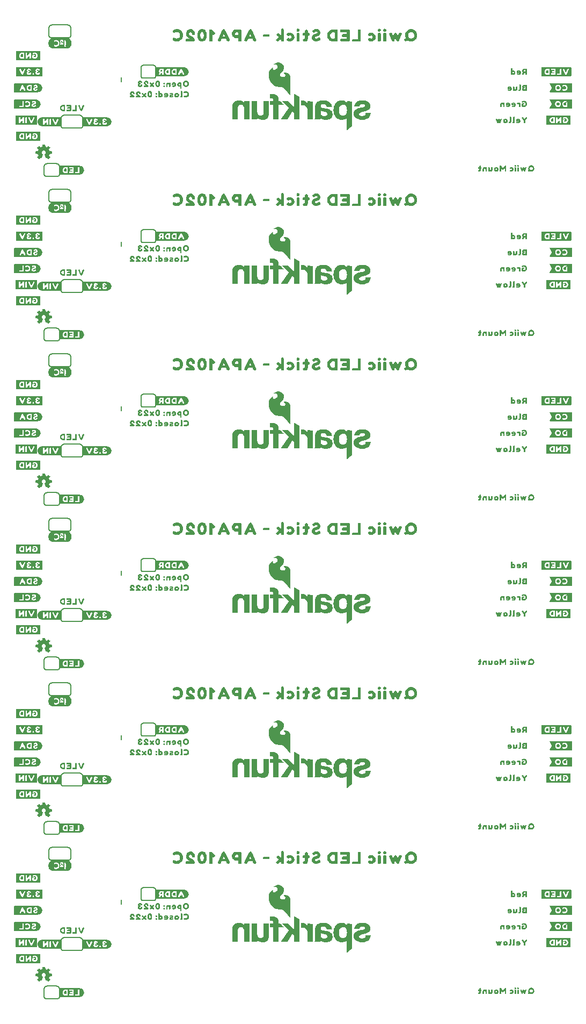
<source format=gbo>
G04 EAGLE Gerber RS-274X export*
G75*
%MOMM*%
%FSLAX34Y34*%
%LPD*%
%INSilkscreen Bottom*%
%IPPOS*%
%AMOC8*
5,1,8,0,0,1.08239X$1,22.5*%
G01*
%ADD10R,2.440000X0.040000*%
%ADD11R,2.680000X0.040000*%
%ADD12R,2.840000X0.040000*%
%ADD13R,3.000000X0.040000*%
%ADD14R,3.080000X0.040000*%
%ADD15R,3.160000X0.040000*%
%ADD16R,3.240000X0.040000*%
%ADD17R,1.240000X0.040000*%
%ADD18R,0.720000X0.040000*%
%ADD19R,1.000000X0.040000*%
%ADD20R,0.760000X0.040000*%
%ADD21R,0.200000X0.040000*%
%ADD22R,0.520000X0.040000*%
%ADD23R,0.880000X0.040000*%
%ADD24R,0.160000X0.040000*%
%ADD25R,0.400000X0.040000*%
%ADD26R,0.800000X0.040000*%
%ADD27R,0.320000X0.040000*%
%ADD28R,0.120000X0.040000*%
%ADD29R,0.280000X0.040000*%
%ADD30R,0.840000X0.040000*%
%ADD31R,0.080000X0.040000*%
%ADD32R,0.360000X0.040000*%
%ADD33R,0.960000X0.040000*%
%ADD34R,1.440000X0.040000*%
%ADD35R,1.480000X0.040000*%
%ADD36R,1.520000X0.040000*%
%ADD37R,0.240000X0.040000*%
%ADD38R,0.040000X0.040000*%
%ADD39R,0.920000X0.040000*%
%ADD40R,1.040000X0.040000*%
%ADD41R,1.160000X0.040000*%
%ADD42C,0.203200*%
%ADD43C,0.152400*%

G36*
X452444Y905300D02*
X452444Y905300D01*
X452531Y905303D01*
X452531Y905304D01*
X452532Y905304D01*
X452607Y905345D01*
X452683Y905386D01*
X452683Y905387D01*
X452684Y905387D01*
X452735Y905459D01*
X452783Y905528D01*
X452783Y905529D01*
X452784Y905536D01*
X452810Y905670D01*
X452810Y931370D01*
X452808Y931379D01*
X452810Y931390D01*
X452710Y933290D01*
X452706Y933302D01*
X452707Y933317D01*
X452507Y934917D01*
X452499Y934941D01*
X452496Y934974D01*
X452096Y936374D01*
X452079Y936404D01*
X452064Y936452D01*
X451464Y937552D01*
X451446Y937572D01*
X451430Y937603D01*
X450730Y938503D01*
X450714Y938517D01*
X450699Y938539D01*
X449899Y939339D01*
X449872Y939355D01*
X449841Y939386D01*
X448941Y939986D01*
X448910Y939998D01*
X448871Y940023D01*
X447871Y940423D01*
X447852Y940426D01*
X447830Y940437D01*
X446730Y940737D01*
X446718Y940737D01*
X446705Y940743D01*
X445705Y940943D01*
X445673Y940942D01*
X445630Y940950D01*
X443830Y940950D01*
X443807Y940945D01*
X443776Y940946D01*
X443076Y940846D01*
X443043Y940833D01*
X442989Y940823D01*
X442499Y940627D01*
X442268Y940550D01*
X442230Y940550D01*
X442205Y940544D01*
X442179Y940547D01*
X442122Y940525D01*
X442061Y940511D01*
X442041Y940494D01*
X442017Y940485D01*
X441975Y940440D01*
X441928Y940401D01*
X441917Y940377D01*
X441900Y940358D01*
X441882Y940299D01*
X441857Y940242D01*
X441858Y940217D01*
X441850Y940192D01*
X441861Y940131D01*
X441863Y940069D01*
X441876Y940047D01*
X441880Y940021D01*
X441928Y939950D01*
X441946Y939917D01*
X441954Y939911D01*
X441961Y939901D01*
X442061Y939801D01*
X442093Y939781D01*
X442160Y939730D01*
X442760Y939430D01*
X442774Y939427D01*
X442789Y939417D01*
X443242Y939236D01*
X443597Y938970D01*
X444076Y938586D01*
X444442Y938220D01*
X444689Y937891D01*
X444850Y937408D01*
X444850Y936823D01*
X444674Y936208D01*
X444418Y935695D01*
X443872Y935149D01*
X443239Y934607D01*
X442419Y934334D01*
X441379Y934050D01*
X439883Y934050D01*
X438592Y934419D01*
X437481Y935160D01*
X436669Y936062D01*
X436310Y937227D01*
X436310Y938486D01*
X436952Y939861D01*
X438208Y941311D01*
X439899Y943001D01*
X439911Y943020D01*
X439932Y943039D01*
X439967Y943084D01*
X441232Y944739D01*
X441245Y944767D01*
X441270Y944800D01*
X442170Y946600D01*
X442177Y946628D01*
X442195Y946663D01*
X442695Y948363D01*
X442697Y948402D01*
X442710Y948470D01*
X442710Y950170D01*
X442702Y950204D01*
X442698Y950236D01*
X442697Y950260D01*
X442693Y950267D01*
X442689Y950297D01*
X442089Y951997D01*
X442068Y952029D01*
X442043Y952085D01*
X440943Y953685D01*
X440915Y953712D01*
X440872Y953764D01*
X439172Y955164D01*
X439143Y955178D01*
X439106Y955207D01*
X436806Y956407D01*
X436769Y956416D01*
X436714Y956441D01*
X434514Y956941D01*
X434476Y956941D01*
X434411Y956950D01*
X432411Y956850D01*
X432378Y956840D01*
X432328Y956836D01*
X430528Y956336D01*
X430512Y956328D01*
X430489Y956323D01*
X428989Y955723D01*
X428969Y955709D01*
X428938Y955698D01*
X427738Y954998D01*
X427727Y954988D01*
X427709Y954979D01*
X427013Y954483D01*
X426719Y954286D01*
X426676Y954241D01*
X426628Y954201D01*
X426618Y954178D01*
X426601Y954160D01*
X426582Y954100D01*
X426557Y954042D01*
X426558Y954018D01*
X426551Y953994D01*
X426561Y953932D01*
X426563Y953869D01*
X426575Y953848D01*
X426579Y953823D01*
X426616Y953772D01*
X426646Y953717D01*
X426666Y953703D01*
X426681Y953683D01*
X426736Y953654D01*
X426788Y953617D01*
X426815Y953612D01*
X426834Y953602D01*
X426871Y953601D01*
X426930Y953590D01*
X427030Y953590D01*
X427066Y953598D01*
X427122Y953601D01*
X427477Y953690D01*
X428709Y953690D01*
X429563Y953595D01*
X430297Y953411D01*
X431016Y953052D01*
X431754Y952406D01*
X432108Y951964D01*
X432383Y951414D01*
X432562Y950967D01*
X432645Y950470D01*
X432559Y949954D01*
X432381Y949332D01*
X432014Y948781D01*
X432012Y948776D01*
X432008Y948772D01*
X431531Y948008D01*
X431072Y947549D01*
X430395Y946970D01*
X429033Y945997D01*
X428914Y945937D01*
X428292Y945626D01*
X426977Y945250D01*
X426408Y945250D01*
X425847Y945491D01*
X425432Y945906D01*
X425193Y946304D01*
X425017Y947364D01*
X425103Y947795D01*
X425103Y947804D01*
X425103Y947805D01*
X425102Y947829D01*
X425110Y947870D01*
X425110Y948470D01*
X425094Y948538D01*
X425085Y948606D01*
X425075Y948621D01*
X425071Y948639D01*
X425027Y948692D01*
X424988Y948750D01*
X424972Y948759D01*
X424961Y948772D01*
X424897Y948801D01*
X424837Y948835D01*
X424819Y948836D01*
X424802Y948843D01*
X424733Y948841D01*
X424664Y948844D01*
X424645Y948837D01*
X424629Y948837D01*
X424595Y948818D01*
X424528Y948792D01*
X422928Y947792D01*
X422904Y947768D01*
X422861Y947739D01*
X421161Y946039D01*
X421140Y946006D01*
X421096Y945951D01*
X419796Y943551D01*
X419789Y943527D01*
X419772Y943498D01*
X418772Y940698D01*
X418768Y940667D01*
X418754Y940627D01*
X418254Y937327D01*
X418257Y937294D01*
X418250Y937248D01*
X418450Y933748D01*
X418460Y933716D01*
X418464Y933668D01*
X419464Y930068D01*
X419479Y930040D01*
X419492Y929996D01*
X421392Y926296D01*
X421411Y926274D01*
X421430Y926237D01*
X422830Y924437D01*
X422835Y924433D01*
X422836Y924430D01*
X422843Y924425D01*
X422853Y924410D01*
X424353Y922810D01*
X424375Y922795D01*
X424399Y922768D01*
X426099Y921468D01*
X426113Y921462D01*
X426127Y921449D01*
X428027Y920249D01*
X428049Y920241D01*
X428074Y920223D01*
X430074Y919323D01*
X430099Y919318D01*
X430130Y919303D01*
X432330Y918703D01*
X432353Y918702D01*
X432383Y918693D01*
X434783Y918393D01*
X434804Y918395D01*
X434830Y918390D01*
X438679Y918390D01*
X439701Y918111D01*
X440741Y917638D01*
X441693Y916972D01*
X442668Y916094D01*
X443750Y915012D01*
X444840Y913724D01*
X444846Y913720D01*
X444851Y913711D01*
X446151Y912311D01*
X447350Y911013D01*
X448444Y909820D01*
X449438Y908627D01*
X449443Y908623D01*
X449447Y908616D01*
X450338Y907626D01*
X451030Y906737D01*
X451036Y906731D01*
X451041Y906723D01*
X451641Y906023D01*
X451652Y906015D01*
X451661Y906001D01*
X452018Y905645D01*
X452089Y905501D01*
X452090Y905500D01*
X452142Y905437D01*
X452199Y905368D01*
X452200Y905367D01*
X452201Y905367D01*
X452276Y905333D01*
X452358Y905297D01*
X452359Y905296D01*
X452444Y905300D01*
G37*
G36*
X452444Y387140D02*
X452444Y387140D01*
X452531Y387143D01*
X452531Y387144D01*
X452532Y387144D01*
X452607Y387185D01*
X452683Y387226D01*
X452683Y387227D01*
X452684Y387227D01*
X452735Y387299D01*
X452783Y387368D01*
X452783Y387369D01*
X452784Y387376D01*
X452810Y387510D01*
X452810Y413210D01*
X452808Y413219D01*
X452810Y413230D01*
X452710Y415130D01*
X452706Y415142D01*
X452707Y415157D01*
X452507Y416757D01*
X452499Y416781D01*
X452496Y416814D01*
X452096Y418214D01*
X452079Y418244D01*
X452064Y418292D01*
X451464Y419392D01*
X451446Y419412D01*
X451430Y419443D01*
X450730Y420343D01*
X450714Y420357D01*
X450699Y420379D01*
X449899Y421179D01*
X449872Y421195D01*
X449841Y421226D01*
X448941Y421826D01*
X448910Y421838D01*
X448871Y421863D01*
X447871Y422263D01*
X447852Y422266D01*
X447830Y422277D01*
X446730Y422577D01*
X446718Y422577D01*
X446705Y422583D01*
X445705Y422783D01*
X445673Y422782D01*
X445630Y422790D01*
X443830Y422790D01*
X443807Y422785D01*
X443776Y422786D01*
X443076Y422686D01*
X443043Y422673D01*
X442989Y422663D01*
X442499Y422467D01*
X442268Y422390D01*
X442230Y422390D01*
X442205Y422384D01*
X442179Y422387D01*
X442122Y422365D01*
X442061Y422351D01*
X442041Y422334D01*
X442017Y422325D01*
X441975Y422280D01*
X441928Y422241D01*
X441917Y422217D01*
X441900Y422198D01*
X441882Y422139D01*
X441857Y422082D01*
X441858Y422057D01*
X441850Y422032D01*
X441861Y421971D01*
X441863Y421909D01*
X441876Y421887D01*
X441880Y421861D01*
X441928Y421790D01*
X441946Y421757D01*
X441954Y421751D01*
X441961Y421741D01*
X442061Y421641D01*
X442093Y421621D01*
X442160Y421570D01*
X442760Y421270D01*
X442774Y421267D01*
X442789Y421257D01*
X443242Y421076D01*
X443597Y420810D01*
X444076Y420426D01*
X444442Y420060D01*
X444689Y419731D01*
X444850Y419248D01*
X444850Y418663D01*
X444674Y418048D01*
X444418Y417535D01*
X443872Y416989D01*
X443239Y416447D01*
X442419Y416174D01*
X441379Y415890D01*
X439883Y415890D01*
X438592Y416259D01*
X437481Y417000D01*
X436669Y417902D01*
X436310Y419067D01*
X436310Y420326D01*
X436952Y421701D01*
X438208Y423151D01*
X439899Y424841D01*
X439911Y424860D01*
X439932Y424879D01*
X439967Y424924D01*
X441232Y426579D01*
X441245Y426607D01*
X441270Y426640D01*
X442170Y428440D01*
X442177Y428468D01*
X442195Y428503D01*
X442695Y430203D01*
X442697Y430242D01*
X442710Y430310D01*
X442710Y432010D01*
X442702Y432044D01*
X442698Y432076D01*
X442697Y432100D01*
X442693Y432107D01*
X442689Y432137D01*
X442089Y433837D01*
X442068Y433869D01*
X442043Y433925D01*
X440943Y435525D01*
X440915Y435552D01*
X440872Y435604D01*
X439172Y437004D01*
X439143Y437018D01*
X439106Y437047D01*
X436806Y438247D01*
X436769Y438256D01*
X436714Y438281D01*
X434514Y438781D01*
X434476Y438781D01*
X434411Y438790D01*
X432411Y438690D01*
X432378Y438680D01*
X432328Y438676D01*
X430528Y438176D01*
X430512Y438168D01*
X430489Y438163D01*
X428989Y437563D01*
X428969Y437549D01*
X428938Y437538D01*
X427738Y436838D01*
X427727Y436828D01*
X427709Y436819D01*
X427013Y436323D01*
X426719Y436126D01*
X426676Y436081D01*
X426628Y436041D01*
X426618Y436018D01*
X426601Y436000D01*
X426582Y435940D01*
X426557Y435882D01*
X426558Y435858D01*
X426551Y435834D01*
X426561Y435772D01*
X426563Y435709D01*
X426575Y435688D01*
X426579Y435663D01*
X426616Y435612D01*
X426646Y435557D01*
X426666Y435543D01*
X426681Y435523D01*
X426736Y435494D01*
X426788Y435457D01*
X426815Y435452D01*
X426834Y435442D01*
X426871Y435441D01*
X426930Y435430D01*
X427030Y435430D01*
X427066Y435438D01*
X427122Y435441D01*
X427477Y435530D01*
X428709Y435530D01*
X429563Y435435D01*
X430297Y435251D01*
X431016Y434892D01*
X431754Y434246D01*
X432108Y433804D01*
X432383Y433254D01*
X432562Y432807D01*
X432645Y432310D01*
X432559Y431794D01*
X432381Y431172D01*
X432014Y430621D01*
X432012Y430616D01*
X432008Y430612D01*
X431531Y429848D01*
X431072Y429389D01*
X430395Y428810D01*
X429033Y427837D01*
X428914Y427777D01*
X428292Y427466D01*
X426977Y427090D01*
X426408Y427090D01*
X425847Y427331D01*
X425432Y427746D01*
X425193Y428144D01*
X425017Y429204D01*
X425103Y429635D01*
X425103Y429644D01*
X425103Y429645D01*
X425102Y429669D01*
X425110Y429710D01*
X425110Y430310D01*
X425094Y430378D01*
X425085Y430446D01*
X425075Y430461D01*
X425071Y430479D01*
X425027Y430532D01*
X424988Y430590D01*
X424972Y430599D01*
X424961Y430612D01*
X424897Y430641D01*
X424837Y430675D01*
X424819Y430676D01*
X424802Y430683D01*
X424733Y430681D01*
X424664Y430684D01*
X424645Y430677D01*
X424629Y430677D01*
X424595Y430658D01*
X424528Y430632D01*
X422928Y429632D01*
X422904Y429608D01*
X422861Y429579D01*
X421161Y427879D01*
X421140Y427846D01*
X421096Y427791D01*
X419796Y425391D01*
X419789Y425367D01*
X419772Y425338D01*
X418772Y422538D01*
X418768Y422507D01*
X418754Y422467D01*
X418254Y419167D01*
X418257Y419134D01*
X418250Y419088D01*
X418450Y415588D01*
X418460Y415556D01*
X418464Y415508D01*
X419464Y411908D01*
X419479Y411880D01*
X419492Y411836D01*
X421392Y408136D01*
X421411Y408114D01*
X421430Y408077D01*
X422830Y406277D01*
X422835Y406273D01*
X422836Y406270D01*
X422843Y406265D01*
X422853Y406250D01*
X424353Y404650D01*
X424375Y404635D01*
X424399Y404608D01*
X426099Y403308D01*
X426113Y403302D01*
X426127Y403289D01*
X428027Y402089D01*
X428049Y402081D01*
X428074Y402063D01*
X430074Y401163D01*
X430099Y401158D01*
X430130Y401143D01*
X432330Y400543D01*
X432353Y400542D01*
X432383Y400533D01*
X434783Y400233D01*
X434804Y400235D01*
X434830Y400230D01*
X438679Y400230D01*
X439701Y399951D01*
X440741Y399478D01*
X441693Y398812D01*
X442668Y397934D01*
X443750Y396852D01*
X444840Y395564D01*
X444846Y395560D01*
X444851Y395551D01*
X446151Y394151D01*
X447350Y392853D01*
X448444Y391660D01*
X449438Y390467D01*
X449443Y390463D01*
X449447Y390456D01*
X450338Y389466D01*
X451030Y388577D01*
X451036Y388571D01*
X451041Y388563D01*
X451641Y387863D01*
X451652Y387855D01*
X451661Y387841D01*
X452018Y387485D01*
X452089Y387341D01*
X452090Y387340D01*
X452142Y387277D01*
X452199Y387208D01*
X452200Y387207D01*
X452201Y387207D01*
X452276Y387173D01*
X452358Y387137D01*
X452359Y387136D01*
X452444Y387140D01*
G37*
G36*
X452444Y1164380D02*
X452444Y1164380D01*
X452531Y1164383D01*
X452531Y1164384D01*
X452532Y1164384D01*
X452607Y1164425D01*
X452683Y1164466D01*
X452683Y1164467D01*
X452684Y1164467D01*
X452735Y1164539D01*
X452783Y1164608D01*
X452783Y1164609D01*
X452784Y1164616D01*
X452810Y1164750D01*
X452810Y1190450D01*
X452808Y1190459D01*
X452810Y1190470D01*
X452710Y1192370D01*
X452706Y1192382D01*
X452707Y1192397D01*
X452507Y1193997D01*
X452499Y1194021D01*
X452496Y1194054D01*
X452096Y1195454D01*
X452079Y1195484D01*
X452064Y1195532D01*
X451464Y1196632D01*
X451446Y1196652D01*
X451430Y1196683D01*
X450730Y1197583D01*
X450714Y1197597D01*
X450699Y1197619D01*
X449899Y1198419D01*
X449872Y1198435D01*
X449841Y1198466D01*
X448941Y1199066D01*
X448910Y1199078D01*
X448871Y1199103D01*
X447871Y1199503D01*
X447852Y1199506D01*
X447830Y1199517D01*
X446730Y1199817D01*
X446718Y1199817D01*
X446705Y1199823D01*
X445705Y1200023D01*
X445673Y1200022D01*
X445630Y1200030D01*
X443830Y1200030D01*
X443807Y1200025D01*
X443776Y1200026D01*
X443076Y1199926D01*
X443043Y1199913D01*
X442989Y1199903D01*
X442499Y1199707D01*
X442268Y1199630D01*
X442230Y1199630D01*
X442205Y1199624D01*
X442179Y1199627D01*
X442122Y1199605D01*
X442061Y1199591D01*
X442041Y1199574D01*
X442017Y1199565D01*
X441975Y1199520D01*
X441928Y1199481D01*
X441917Y1199457D01*
X441900Y1199438D01*
X441882Y1199379D01*
X441857Y1199322D01*
X441858Y1199297D01*
X441850Y1199272D01*
X441861Y1199211D01*
X441863Y1199149D01*
X441876Y1199127D01*
X441880Y1199101D01*
X441928Y1199030D01*
X441946Y1198997D01*
X441954Y1198991D01*
X441961Y1198981D01*
X442061Y1198881D01*
X442093Y1198861D01*
X442160Y1198810D01*
X442760Y1198510D01*
X442774Y1198507D01*
X442789Y1198497D01*
X443242Y1198316D01*
X443597Y1198050D01*
X444076Y1197666D01*
X444442Y1197300D01*
X444689Y1196971D01*
X444850Y1196488D01*
X444850Y1195903D01*
X444674Y1195288D01*
X444418Y1194775D01*
X443872Y1194229D01*
X443239Y1193687D01*
X442419Y1193414D01*
X441379Y1193130D01*
X439883Y1193130D01*
X438592Y1193499D01*
X437481Y1194240D01*
X436669Y1195142D01*
X436310Y1196307D01*
X436310Y1197566D01*
X436952Y1198941D01*
X438208Y1200391D01*
X439899Y1202081D01*
X439911Y1202100D01*
X439932Y1202119D01*
X439967Y1202164D01*
X441232Y1203819D01*
X441245Y1203847D01*
X441270Y1203880D01*
X442170Y1205680D01*
X442177Y1205708D01*
X442195Y1205743D01*
X442695Y1207443D01*
X442697Y1207482D01*
X442710Y1207550D01*
X442710Y1209250D01*
X442702Y1209284D01*
X442698Y1209316D01*
X442697Y1209340D01*
X442693Y1209347D01*
X442689Y1209377D01*
X442089Y1211077D01*
X442068Y1211109D01*
X442043Y1211165D01*
X440943Y1212765D01*
X440915Y1212792D01*
X440872Y1212844D01*
X439172Y1214244D01*
X439143Y1214258D01*
X439106Y1214287D01*
X436806Y1215487D01*
X436769Y1215496D01*
X436714Y1215521D01*
X434514Y1216021D01*
X434476Y1216021D01*
X434411Y1216030D01*
X432411Y1215930D01*
X432378Y1215920D01*
X432328Y1215916D01*
X430528Y1215416D01*
X430512Y1215408D01*
X430489Y1215403D01*
X428989Y1214803D01*
X428969Y1214789D01*
X428938Y1214778D01*
X427738Y1214078D01*
X427727Y1214068D01*
X427709Y1214059D01*
X427013Y1213563D01*
X426719Y1213366D01*
X426676Y1213321D01*
X426628Y1213281D01*
X426618Y1213258D01*
X426601Y1213240D01*
X426582Y1213180D01*
X426557Y1213122D01*
X426558Y1213098D01*
X426551Y1213074D01*
X426561Y1213012D01*
X426563Y1212949D01*
X426575Y1212928D01*
X426579Y1212903D01*
X426616Y1212852D01*
X426646Y1212797D01*
X426666Y1212783D01*
X426681Y1212763D01*
X426736Y1212734D01*
X426788Y1212697D01*
X426815Y1212692D01*
X426834Y1212682D01*
X426871Y1212681D01*
X426930Y1212670D01*
X427030Y1212670D01*
X427066Y1212678D01*
X427122Y1212681D01*
X427477Y1212770D01*
X428709Y1212770D01*
X429563Y1212675D01*
X430297Y1212491D01*
X431016Y1212132D01*
X431754Y1211486D01*
X432108Y1211044D01*
X432383Y1210494D01*
X432562Y1210047D01*
X432645Y1209550D01*
X432559Y1209034D01*
X432381Y1208412D01*
X432014Y1207861D01*
X432012Y1207856D01*
X432008Y1207852D01*
X431531Y1207088D01*
X431072Y1206629D01*
X430395Y1206050D01*
X429033Y1205077D01*
X428914Y1205017D01*
X428292Y1204706D01*
X426977Y1204330D01*
X426408Y1204330D01*
X425847Y1204571D01*
X425432Y1204986D01*
X425193Y1205384D01*
X425017Y1206444D01*
X425103Y1206875D01*
X425103Y1206884D01*
X425103Y1206885D01*
X425102Y1206909D01*
X425110Y1206950D01*
X425110Y1207550D01*
X425094Y1207618D01*
X425085Y1207686D01*
X425075Y1207701D01*
X425071Y1207719D01*
X425027Y1207772D01*
X424988Y1207830D01*
X424972Y1207839D01*
X424961Y1207852D01*
X424897Y1207881D01*
X424837Y1207915D01*
X424819Y1207916D01*
X424802Y1207923D01*
X424733Y1207921D01*
X424664Y1207924D01*
X424645Y1207917D01*
X424629Y1207917D01*
X424595Y1207898D01*
X424528Y1207872D01*
X422928Y1206872D01*
X422904Y1206848D01*
X422861Y1206819D01*
X421161Y1205119D01*
X421140Y1205086D01*
X421096Y1205031D01*
X419796Y1202631D01*
X419789Y1202607D01*
X419772Y1202578D01*
X418772Y1199778D01*
X418768Y1199747D01*
X418754Y1199707D01*
X418254Y1196407D01*
X418257Y1196374D01*
X418250Y1196328D01*
X418450Y1192828D01*
X418460Y1192796D01*
X418464Y1192748D01*
X419464Y1189148D01*
X419479Y1189120D01*
X419492Y1189076D01*
X421392Y1185376D01*
X421411Y1185354D01*
X421430Y1185317D01*
X422830Y1183517D01*
X422835Y1183513D01*
X422836Y1183510D01*
X422843Y1183505D01*
X422853Y1183490D01*
X424353Y1181890D01*
X424375Y1181875D01*
X424399Y1181848D01*
X426099Y1180548D01*
X426113Y1180542D01*
X426127Y1180529D01*
X428027Y1179329D01*
X428049Y1179321D01*
X428074Y1179303D01*
X430074Y1178403D01*
X430099Y1178398D01*
X430130Y1178383D01*
X432330Y1177783D01*
X432353Y1177782D01*
X432383Y1177773D01*
X434783Y1177473D01*
X434804Y1177475D01*
X434830Y1177470D01*
X438679Y1177470D01*
X439701Y1177191D01*
X440741Y1176718D01*
X441693Y1176052D01*
X442668Y1175174D01*
X443750Y1174092D01*
X444840Y1172804D01*
X444846Y1172800D01*
X444851Y1172791D01*
X446151Y1171391D01*
X447350Y1170093D01*
X448444Y1168900D01*
X449438Y1167707D01*
X449443Y1167703D01*
X449447Y1167696D01*
X450338Y1166706D01*
X451030Y1165817D01*
X451036Y1165811D01*
X451041Y1165803D01*
X451641Y1165103D01*
X451652Y1165095D01*
X451661Y1165081D01*
X452018Y1164725D01*
X452089Y1164581D01*
X452090Y1164580D01*
X452142Y1164517D01*
X452199Y1164448D01*
X452200Y1164447D01*
X452201Y1164447D01*
X452276Y1164413D01*
X452358Y1164377D01*
X452359Y1164376D01*
X452444Y1164380D01*
G37*
G36*
X452444Y646220D02*
X452444Y646220D01*
X452531Y646223D01*
X452531Y646224D01*
X452532Y646224D01*
X452607Y646265D01*
X452683Y646306D01*
X452683Y646307D01*
X452684Y646307D01*
X452735Y646379D01*
X452783Y646448D01*
X452783Y646449D01*
X452784Y646456D01*
X452810Y646590D01*
X452810Y672290D01*
X452808Y672299D01*
X452810Y672310D01*
X452710Y674210D01*
X452706Y674222D01*
X452707Y674237D01*
X452507Y675837D01*
X452499Y675861D01*
X452496Y675894D01*
X452096Y677294D01*
X452079Y677324D01*
X452064Y677372D01*
X451464Y678472D01*
X451446Y678492D01*
X451430Y678523D01*
X450730Y679423D01*
X450714Y679437D01*
X450699Y679459D01*
X449899Y680259D01*
X449872Y680275D01*
X449841Y680306D01*
X448941Y680906D01*
X448910Y680918D01*
X448871Y680943D01*
X447871Y681343D01*
X447852Y681346D01*
X447830Y681357D01*
X446730Y681657D01*
X446718Y681657D01*
X446705Y681663D01*
X445705Y681863D01*
X445673Y681862D01*
X445630Y681870D01*
X443830Y681870D01*
X443807Y681865D01*
X443776Y681866D01*
X443076Y681766D01*
X443043Y681753D01*
X442989Y681743D01*
X442499Y681547D01*
X442268Y681470D01*
X442230Y681470D01*
X442205Y681464D01*
X442179Y681467D01*
X442122Y681445D01*
X442061Y681431D01*
X442041Y681414D01*
X442017Y681405D01*
X441975Y681360D01*
X441928Y681321D01*
X441917Y681297D01*
X441900Y681278D01*
X441882Y681219D01*
X441857Y681162D01*
X441858Y681137D01*
X441850Y681112D01*
X441861Y681051D01*
X441863Y680989D01*
X441876Y680967D01*
X441880Y680941D01*
X441928Y680870D01*
X441946Y680837D01*
X441954Y680831D01*
X441961Y680821D01*
X442061Y680721D01*
X442093Y680701D01*
X442160Y680650D01*
X442760Y680350D01*
X442774Y680347D01*
X442789Y680337D01*
X443242Y680156D01*
X443597Y679890D01*
X444076Y679506D01*
X444442Y679140D01*
X444689Y678811D01*
X444850Y678328D01*
X444850Y677743D01*
X444674Y677128D01*
X444418Y676615D01*
X443872Y676069D01*
X443239Y675527D01*
X442419Y675254D01*
X441379Y674970D01*
X439883Y674970D01*
X438592Y675339D01*
X437481Y676080D01*
X436669Y676982D01*
X436310Y678147D01*
X436310Y679406D01*
X436952Y680781D01*
X438208Y682231D01*
X439899Y683921D01*
X439911Y683940D01*
X439932Y683959D01*
X439967Y684004D01*
X441232Y685659D01*
X441245Y685687D01*
X441270Y685720D01*
X442170Y687520D01*
X442177Y687548D01*
X442195Y687583D01*
X442695Y689283D01*
X442697Y689322D01*
X442710Y689390D01*
X442710Y691090D01*
X442702Y691124D01*
X442698Y691156D01*
X442697Y691180D01*
X442693Y691187D01*
X442689Y691217D01*
X442089Y692917D01*
X442068Y692949D01*
X442043Y693005D01*
X440943Y694605D01*
X440915Y694632D01*
X440872Y694684D01*
X439172Y696084D01*
X439143Y696098D01*
X439106Y696127D01*
X436806Y697327D01*
X436769Y697336D01*
X436714Y697361D01*
X434514Y697861D01*
X434476Y697861D01*
X434411Y697870D01*
X432411Y697770D01*
X432378Y697760D01*
X432328Y697756D01*
X430528Y697256D01*
X430512Y697248D01*
X430489Y697243D01*
X428989Y696643D01*
X428969Y696629D01*
X428938Y696618D01*
X427738Y695918D01*
X427727Y695908D01*
X427709Y695899D01*
X427013Y695403D01*
X426719Y695206D01*
X426676Y695161D01*
X426628Y695121D01*
X426618Y695098D01*
X426601Y695080D01*
X426582Y695020D01*
X426557Y694962D01*
X426558Y694938D01*
X426551Y694914D01*
X426561Y694852D01*
X426563Y694789D01*
X426575Y694768D01*
X426579Y694743D01*
X426616Y694692D01*
X426646Y694637D01*
X426666Y694623D01*
X426681Y694603D01*
X426736Y694574D01*
X426788Y694537D01*
X426815Y694532D01*
X426834Y694522D01*
X426871Y694521D01*
X426930Y694510D01*
X427030Y694510D01*
X427066Y694518D01*
X427122Y694521D01*
X427477Y694610D01*
X428709Y694610D01*
X429563Y694515D01*
X430297Y694331D01*
X431016Y693972D01*
X431754Y693326D01*
X432108Y692884D01*
X432383Y692334D01*
X432562Y691887D01*
X432645Y691390D01*
X432559Y690874D01*
X432381Y690252D01*
X432014Y689701D01*
X432012Y689696D01*
X432008Y689692D01*
X431531Y688928D01*
X431072Y688469D01*
X430395Y687890D01*
X429033Y686917D01*
X428914Y686857D01*
X428292Y686546D01*
X426977Y686170D01*
X426408Y686170D01*
X425847Y686411D01*
X425432Y686826D01*
X425193Y687224D01*
X425017Y688284D01*
X425103Y688715D01*
X425103Y688724D01*
X425103Y688725D01*
X425102Y688749D01*
X425110Y688790D01*
X425110Y689390D01*
X425094Y689458D01*
X425085Y689526D01*
X425075Y689541D01*
X425071Y689559D01*
X425027Y689612D01*
X424988Y689670D01*
X424972Y689679D01*
X424961Y689692D01*
X424897Y689721D01*
X424837Y689755D01*
X424819Y689756D01*
X424802Y689763D01*
X424733Y689761D01*
X424664Y689764D01*
X424645Y689757D01*
X424629Y689757D01*
X424595Y689738D01*
X424528Y689712D01*
X422928Y688712D01*
X422904Y688688D01*
X422861Y688659D01*
X421161Y686959D01*
X421140Y686926D01*
X421096Y686871D01*
X419796Y684471D01*
X419789Y684447D01*
X419772Y684418D01*
X418772Y681618D01*
X418768Y681587D01*
X418754Y681547D01*
X418254Y678247D01*
X418257Y678214D01*
X418250Y678168D01*
X418450Y674668D01*
X418460Y674636D01*
X418464Y674588D01*
X419464Y670988D01*
X419479Y670960D01*
X419492Y670916D01*
X421392Y667216D01*
X421411Y667194D01*
X421430Y667157D01*
X422830Y665357D01*
X422835Y665353D01*
X422836Y665350D01*
X422843Y665345D01*
X422853Y665330D01*
X424353Y663730D01*
X424375Y663715D01*
X424399Y663688D01*
X426099Y662388D01*
X426113Y662382D01*
X426127Y662369D01*
X428027Y661169D01*
X428049Y661161D01*
X428074Y661143D01*
X430074Y660243D01*
X430099Y660238D01*
X430130Y660223D01*
X432330Y659623D01*
X432353Y659622D01*
X432383Y659613D01*
X434783Y659313D01*
X434804Y659315D01*
X434830Y659310D01*
X438679Y659310D01*
X439701Y659031D01*
X440741Y658558D01*
X441693Y657892D01*
X442668Y657014D01*
X443750Y655932D01*
X444840Y654644D01*
X444846Y654640D01*
X444851Y654631D01*
X446151Y653231D01*
X447350Y651933D01*
X448444Y650740D01*
X449438Y649547D01*
X449443Y649543D01*
X449447Y649536D01*
X450338Y648546D01*
X451030Y647657D01*
X451036Y647651D01*
X451041Y647643D01*
X451641Y646943D01*
X451652Y646935D01*
X451661Y646921D01*
X452018Y646565D01*
X452089Y646421D01*
X452090Y646420D01*
X452142Y646357D01*
X452199Y646288D01*
X452200Y646287D01*
X452201Y646287D01*
X452276Y646253D01*
X452358Y646217D01*
X452359Y646216D01*
X452444Y646220D01*
G37*
G36*
X452444Y128060D02*
X452444Y128060D01*
X452531Y128063D01*
X452531Y128064D01*
X452532Y128064D01*
X452607Y128105D01*
X452683Y128146D01*
X452683Y128147D01*
X452684Y128147D01*
X452735Y128219D01*
X452783Y128288D01*
X452783Y128289D01*
X452784Y128296D01*
X452810Y128430D01*
X452810Y154130D01*
X452808Y154139D01*
X452810Y154150D01*
X452710Y156050D01*
X452706Y156062D01*
X452707Y156077D01*
X452507Y157677D01*
X452499Y157701D01*
X452496Y157734D01*
X452096Y159134D01*
X452079Y159164D01*
X452064Y159212D01*
X451464Y160312D01*
X451446Y160332D01*
X451430Y160363D01*
X450730Y161263D01*
X450714Y161277D01*
X450699Y161299D01*
X449899Y162099D01*
X449872Y162115D01*
X449841Y162146D01*
X448941Y162746D01*
X448910Y162758D01*
X448871Y162783D01*
X447871Y163183D01*
X447852Y163186D01*
X447830Y163197D01*
X446730Y163497D01*
X446718Y163497D01*
X446705Y163503D01*
X445705Y163703D01*
X445673Y163702D01*
X445630Y163710D01*
X443830Y163710D01*
X443807Y163705D01*
X443776Y163706D01*
X443076Y163606D01*
X443043Y163593D01*
X442989Y163583D01*
X442499Y163387D01*
X442268Y163310D01*
X442230Y163310D01*
X442205Y163304D01*
X442179Y163307D01*
X442122Y163285D01*
X442061Y163271D01*
X442041Y163254D01*
X442017Y163245D01*
X441975Y163200D01*
X441928Y163161D01*
X441917Y163137D01*
X441900Y163118D01*
X441882Y163059D01*
X441857Y163002D01*
X441858Y162977D01*
X441850Y162952D01*
X441861Y162891D01*
X441863Y162829D01*
X441876Y162807D01*
X441880Y162781D01*
X441928Y162710D01*
X441946Y162677D01*
X441954Y162671D01*
X441961Y162661D01*
X442061Y162561D01*
X442093Y162541D01*
X442160Y162490D01*
X442760Y162190D01*
X442774Y162187D01*
X442789Y162177D01*
X443242Y161996D01*
X443597Y161730D01*
X444076Y161346D01*
X444442Y160980D01*
X444689Y160651D01*
X444850Y160168D01*
X444850Y159583D01*
X444674Y158968D01*
X444418Y158455D01*
X443872Y157909D01*
X443239Y157367D01*
X442419Y157094D01*
X441379Y156810D01*
X439883Y156810D01*
X438592Y157179D01*
X437481Y157920D01*
X436669Y158822D01*
X436310Y159987D01*
X436310Y161246D01*
X436952Y162621D01*
X438208Y164071D01*
X439899Y165761D01*
X439911Y165780D01*
X439932Y165799D01*
X439967Y165844D01*
X441232Y167499D01*
X441245Y167527D01*
X441270Y167560D01*
X442170Y169360D01*
X442177Y169388D01*
X442195Y169423D01*
X442695Y171123D01*
X442697Y171162D01*
X442710Y171230D01*
X442710Y172930D01*
X442702Y172964D01*
X442698Y172996D01*
X442697Y173020D01*
X442693Y173027D01*
X442689Y173057D01*
X442089Y174757D01*
X442068Y174789D01*
X442043Y174845D01*
X440943Y176445D01*
X440915Y176472D01*
X440872Y176524D01*
X439172Y177924D01*
X439143Y177938D01*
X439106Y177967D01*
X436806Y179167D01*
X436769Y179176D01*
X436714Y179201D01*
X434514Y179701D01*
X434476Y179701D01*
X434411Y179710D01*
X432411Y179610D01*
X432378Y179600D01*
X432328Y179596D01*
X430528Y179096D01*
X430512Y179088D01*
X430489Y179083D01*
X428989Y178483D01*
X428969Y178469D01*
X428938Y178458D01*
X427738Y177758D01*
X427727Y177748D01*
X427709Y177739D01*
X427013Y177243D01*
X426719Y177046D01*
X426676Y177001D01*
X426628Y176961D01*
X426618Y176938D01*
X426601Y176920D01*
X426582Y176860D01*
X426557Y176802D01*
X426558Y176778D01*
X426551Y176754D01*
X426561Y176692D01*
X426563Y176629D01*
X426575Y176608D01*
X426579Y176583D01*
X426616Y176532D01*
X426646Y176477D01*
X426666Y176463D01*
X426681Y176443D01*
X426736Y176414D01*
X426788Y176377D01*
X426815Y176372D01*
X426834Y176362D01*
X426871Y176361D01*
X426930Y176350D01*
X427030Y176350D01*
X427066Y176358D01*
X427122Y176361D01*
X427477Y176450D01*
X428709Y176450D01*
X429563Y176355D01*
X430297Y176171D01*
X431016Y175812D01*
X431754Y175166D01*
X432108Y174724D01*
X432383Y174174D01*
X432562Y173727D01*
X432645Y173230D01*
X432559Y172714D01*
X432381Y172092D01*
X432014Y171541D01*
X432012Y171536D01*
X432008Y171532D01*
X431531Y170768D01*
X431072Y170309D01*
X430395Y169730D01*
X429033Y168757D01*
X428914Y168697D01*
X428292Y168386D01*
X426977Y168010D01*
X426408Y168010D01*
X425847Y168251D01*
X425432Y168666D01*
X425193Y169064D01*
X425017Y170124D01*
X425103Y170555D01*
X425103Y170564D01*
X425103Y170565D01*
X425102Y170589D01*
X425110Y170630D01*
X425110Y171230D01*
X425094Y171298D01*
X425085Y171366D01*
X425075Y171381D01*
X425071Y171399D01*
X425027Y171452D01*
X424988Y171510D01*
X424972Y171519D01*
X424961Y171532D01*
X424897Y171561D01*
X424837Y171595D01*
X424819Y171596D01*
X424802Y171603D01*
X424733Y171601D01*
X424664Y171604D01*
X424645Y171597D01*
X424629Y171597D01*
X424595Y171578D01*
X424528Y171552D01*
X422928Y170552D01*
X422904Y170528D01*
X422861Y170499D01*
X421161Y168799D01*
X421140Y168766D01*
X421096Y168711D01*
X419796Y166311D01*
X419789Y166287D01*
X419772Y166258D01*
X418772Y163458D01*
X418768Y163427D01*
X418754Y163387D01*
X418254Y160087D01*
X418257Y160054D01*
X418250Y160008D01*
X418450Y156508D01*
X418460Y156476D01*
X418464Y156428D01*
X419464Y152828D01*
X419479Y152800D01*
X419492Y152756D01*
X421392Y149056D01*
X421411Y149034D01*
X421430Y148997D01*
X422830Y147197D01*
X422835Y147193D01*
X422836Y147190D01*
X422843Y147185D01*
X422853Y147170D01*
X424353Y145570D01*
X424375Y145555D01*
X424399Y145528D01*
X426099Y144228D01*
X426113Y144222D01*
X426127Y144209D01*
X428027Y143009D01*
X428049Y143001D01*
X428074Y142983D01*
X430074Y142083D01*
X430099Y142078D01*
X430130Y142063D01*
X432330Y141463D01*
X432353Y141462D01*
X432383Y141453D01*
X434783Y141153D01*
X434804Y141155D01*
X434830Y141150D01*
X438679Y141150D01*
X439701Y140871D01*
X440741Y140398D01*
X441693Y139732D01*
X442668Y138854D01*
X443750Y137772D01*
X444840Y136484D01*
X444846Y136480D01*
X444851Y136471D01*
X446151Y135071D01*
X447350Y133773D01*
X448444Y132580D01*
X449438Y131387D01*
X449443Y131383D01*
X449447Y131376D01*
X450338Y130386D01*
X451030Y129497D01*
X451036Y129491D01*
X451041Y129483D01*
X451641Y128783D01*
X451652Y128775D01*
X451661Y128761D01*
X452018Y128405D01*
X452089Y128261D01*
X452090Y128260D01*
X452142Y128197D01*
X452199Y128128D01*
X452200Y128127D01*
X452201Y128127D01*
X452276Y128093D01*
X452358Y128057D01*
X452359Y128056D01*
X452444Y128060D01*
G37*
G36*
X452444Y1423460D02*
X452444Y1423460D01*
X452531Y1423463D01*
X452531Y1423464D01*
X452532Y1423464D01*
X452607Y1423505D01*
X452683Y1423546D01*
X452683Y1423547D01*
X452684Y1423547D01*
X452735Y1423619D01*
X452783Y1423688D01*
X452783Y1423689D01*
X452784Y1423696D01*
X452810Y1423830D01*
X452810Y1449530D01*
X452808Y1449539D01*
X452810Y1449550D01*
X452710Y1451450D01*
X452706Y1451462D01*
X452707Y1451477D01*
X452507Y1453077D01*
X452499Y1453101D01*
X452496Y1453134D01*
X452096Y1454534D01*
X452079Y1454564D01*
X452064Y1454612D01*
X451464Y1455712D01*
X451446Y1455732D01*
X451430Y1455763D01*
X450730Y1456663D01*
X450714Y1456677D01*
X450699Y1456699D01*
X449899Y1457499D01*
X449872Y1457515D01*
X449841Y1457546D01*
X448941Y1458146D01*
X448910Y1458158D01*
X448871Y1458183D01*
X447871Y1458583D01*
X447852Y1458586D01*
X447830Y1458597D01*
X446730Y1458897D01*
X446718Y1458897D01*
X446705Y1458903D01*
X445705Y1459103D01*
X445673Y1459102D01*
X445630Y1459110D01*
X443830Y1459110D01*
X443807Y1459105D01*
X443776Y1459106D01*
X443076Y1459006D01*
X443043Y1458993D01*
X442989Y1458983D01*
X442499Y1458787D01*
X442268Y1458710D01*
X442230Y1458710D01*
X442205Y1458704D01*
X442179Y1458707D01*
X442122Y1458685D01*
X442061Y1458671D01*
X442041Y1458654D01*
X442017Y1458645D01*
X441975Y1458600D01*
X441928Y1458561D01*
X441917Y1458537D01*
X441900Y1458518D01*
X441882Y1458459D01*
X441857Y1458402D01*
X441858Y1458377D01*
X441850Y1458352D01*
X441861Y1458291D01*
X441863Y1458229D01*
X441876Y1458207D01*
X441880Y1458181D01*
X441928Y1458110D01*
X441946Y1458077D01*
X441954Y1458071D01*
X441961Y1458061D01*
X442061Y1457961D01*
X442093Y1457941D01*
X442160Y1457890D01*
X442760Y1457590D01*
X442774Y1457587D01*
X442789Y1457577D01*
X443242Y1457396D01*
X443597Y1457130D01*
X444076Y1456746D01*
X444442Y1456380D01*
X444689Y1456051D01*
X444850Y1455568D01*
X444850Y1454983D01*
X444674Y1454368D01*
X444418Y1453855D01*
X443872Y1453309D01*
X443239Y1452767D01*
X442419Y1452494D01*
X441379Y1452210D01*
X439883Y1452210D01*
X438592Y1452579D01*
X437481Y1453320D01*
X436669Y1454222D01*
X436310Y1455387D01*
X436310Y1456646D01*
X436952Y1458021D01*
X438208Y1459471D01*
X439899Y1461161D01*
X439911Y1461180D01*
X439932Y1461199D01*
X439967Y1461244D01*
X441232Y1462899D01*
X441245Y1462927D01*
X441270Y1462960D01*
X442170Y1464760D01*
X442177Y1464788D01*
X442195Y1464823D01*
X442695Y1466523D01*
X442697Y1466562D01*
X442710Y1466630D01*
X442710Y1468330D01*
X442702Y1468364D01*
X442698Y1468396D01*
X442697Y1468420D01*
X442693Y1468427D01*
X442689Y1468457D01*
X442089Y1470157D01*
X442068Y1470189D01*
X442043Y1470245D01*
X440943Y1471845D01*
X440915Y1471872D01*
X440872Y1471924D01*
X439172Y1473324D01*
X439143Y1473338D01*
X439106Y1473367D01*
X436806Y1474567D01*
X436769Y1474576D01*
X436714Y1474601D01*
X434514Y1475101D01*
X434476Y1475101D01*
X434411Y1475110D01*
X432411Y1475010D01*
X432378Y1475000D01*
X432328Y1474996D01*
X430528Y1474496D01*
X430512Y1474488D01*
X430489Y1474483D01*
X428989Y1473883D01*
X428969Y1473869D01*
X428938Y1473858D01*
X427738Y1473158D01*
X427727Y1473148D01*
X427709Y1473139D01*
X427013Y1472643D01*
X426719Y1472446D01*
X426676Y1472401D01*
X426628Y1472361D01*
X426618Y1472338D01*
X426601Y1472320D01*
X426582Y1472260D01*
X426557Y1472202D01*
X426558Y1472178D01*
X426551Y1472154D01*
X426561Y1472092D01*
X426563Y1472029D01*
X426575Y1472008D01*
X426579Y1471983D01*
X426616Y1471932D01*
X426646Y1471877D01*
X426666Y1471863D01*
X426681Y1471843D01*
X426736Y1471814D01*
X426788Y1471777D01*
X426815Y1471772D01*
X426834Y1471762D01*
X426871Y1471761D01*
X426930Y1471750D01*
X427030Y1471750D01*
X427066Y1471758D01*
X427122Y1471761D01*
X427477Y1471850D01*
X428709Y1471850D01*
X429563Y1471755D01*
X430297Y1471571D01*
X431016Y1471212D01*
X431754Y1470566D01*
X432108Y1470124D01*
X432383Y1469574D01*
X432562Y1469127D01*
X432645Y1468630D01*
X432559Y1468114D01*
X432381Y1467492D01*
X432014Y1466941D01*
X432012Y1466936D01*
X432008Y1466932D01*
X431531Y1466168D01*
X431072Y1465709D01*
X430395Y1465130D01*
X429033Y1464157D01*
X428914Y1464097D01*
X428292Y1463786D01*
X426977Y1463410D01*
X426408Y1463410D01*
X425847Y1463651D01*
X425432Y1464066D01*
X425193Y1464464D01*
X425017Y1465524D01*
X425103Y1465955D01*
X425103Y1465964D01*
X425103Y1465965D01*
X425102Y1465989D01*
X425110Y1466030D01*
X425110Y1466630D01*
X425094Y1466698D01*
X425085Y1466766D01*
X425075Y1466781D01*
X425071Y1466799D01*
X425027Y1466852D01*
X424988Y1466910D01*
X424972Y1466919D01*
X424961Y1466932D01*
X424897Y1466961D01*
X424837Y1466995D01*
X424819Y1466996D01*
X424802Y1467003D01*
X424733Y1467001D01*
X424664Y1467004D01*
X424645Y1466997D01*
X424629Y1466997D01*
X424595Y1466978D01*
X424528Y1466952D01*
X422928Y1465952D01*
X422904Y1465928D01*
X422861Y1465899D01*
X421161Y1464199D01*
X421140Y1464166D01*
X421096Y1464111D01*
X419796Y1461711D01*
X419789Y1461687D01*
X419772Y1461658D01*
X418772Y1458858D01*
X418768Y1458827D01*
X418754Y1458787D01*
X418254Y1455487D01*
X418257Y1455454D01*
X418250Y1455408D01*
X418450Y1451908D01*
X418460Y1451876D01*
X418464Y1451828D01*
X419464Y1448228D01*
X419479Y1448200D01*
X419492Y1448156D01*
X421392Y1444456D01*
X421411Y1444434D01*
X421430Y1444397D01*
X422830Y1442597D01*
X422835Y1442593D01*
X422836Y1442590D01*
X422843Y1442585D01*
X422853Y1442570D01*
X424353Y1440970D01*
X424375Y1440955D01*
X424399Y1440928D01*
X426099Y1439628D01*
X426113Y1439622D01*
X426127Y1439609D01*
X428027Y1438409D01*
X428049Y1438401D01*
X428074Y1438383D01*
X430074Y1437483D01*
X430099Y1437478D01*
X430130Y1437463D01*
X432330Y1436863D01*
X432353Y1436862D01*
X432383Y1436853D01*
X434783Y1436553D01*
X434804Y1436555D01*
X434830Y1436550D01*
X438679Y1436550D01*
X439701Y1436271D01*
X440741Y1435798D01*
X441693Y1435132D01*
X442668Y1434254D01*
X443750Y1433172D01*
X444840Y1431884D01*
X444846Y1431880D01*
X444851Y1431871D01*
X446151Y1430471D01*
X447350Y1429173D01*
X448444Y1427980D01*
X449438Y1426787D01*
X449443Y1426783D01*
X449447Y1426776D01*
X450338Y1425786D01*
X451030Y1424897D01*
X451036Y1424891D01*
X451041Y1424883D01*
X451641Y1424183D01*
X451652Y1424175D01*
X451661Y1424161D01*
X452018Y1423805D01*
X452089Y1423661D01*
X452090Y1423660D01*
X452142Y1423597D01*
X452199Y1423528D01*
X452200Y1423527D01*
X452201Y1423527D01*
X452276Y1423493D01*
X452358Y1423457D01*
X452359Y1423456D01*
X452444Y1423460D01*
G37*
G36*
X542059Y1109611D02*
X542059Y1109611D01*
X542121Y1109613D01*
X542143Y1109626D01*
X542169Y1109630D01*
X542240Y1109678D01*
X542273Y1109696D01*
X542279Y1109704D01*
X542289Y1109711D01*
X543174Y1110596D01*
X544158Y1111383D01*
X544164Y1111391D01*
X544174Y1111397D01*
X545174Y1112297D01*
X545180Y1112305D01*
X545189Y1112311D01*
X546074Y1113196D01*
X547058Y1113983D01*
X547064Y1113991D01*
X547074Y1113997D01*
X548066Y1114890D01*
X549058Y1115683D01*
X549069Y1115698D01*
X549089Y1115711D01*
X549989Y1116611D01*
X550029Y1116676D01*
X550073Y1116738D01*
X550075Y1116750D01*
X550080Y1116758D01*
X550084Y1116795D01*
X550100Y1116880D01*
X550100Y1153780D01*
X550098Y1153789D01*
X550100Y1153799D01*
X550078Y1153873D01*
X550061Y1153949D01*
X550055Y1153956D01*
X550052Y1153965D01*
X550000Y1154023D01*
X549951Y1154082D01*
X549942Y1154086D01*
X549935Y1154093D01*
X549803Y1154151D01*
X548003Y1154551D01*
X547984Y1154551D01*
X547962Y1154558D01*
X547078Y1154656D01*
X546095Y1154853D01*
X546080Y1154852D01*
X546062Y1154858D01*
X545182Y1154956D01*
X543403Y1155351D01*
X543383Y1155351D01*
X543358Y1155358D01*
X542358Y1155458D01*
X542289Y1155449D01*
X542219Y1155447D01*
X542204Y1155438D01*
X542186Y1155436D01*
X542128Y1155397D01*
X542067Y1155364D01*
X542057Y1155349D01*
X542042Y1155340D01*
X542007Y1155279D01*
X541967Y1155222D01*
X541964Y1155203D01*
X541956Y1155189D01*
X541953Y1155150D01*
X541940Y1155080D01*
X541940Y1152649D01*
X541828Y1152804D01*
X541817Y1152813D01*
X541813Y1152821D01*
X541810Y1152823D01*
X541804Y1152833D01*
X541477Y1153201D01*
X541139Y1153581D01*
X541004Y1153733D01*
X540975Y1153753D01*
X540938Y1153792D01*
X538938Y1155192D01*
X538903Y1155206D01*
X538850Y1155237D01*
X537750Y1155637D01*
X537733Y1155639D01*
X537712Y1155649D01*
X536512Y1155949D01*
X536498Y1155949D01*
X536483Y1155955D01*
X535283Y1156155D01*
X535267Y1156154D01*
X535249Y1156159D01*
X533949Y1156259D01*
X533921Y1156255D01*
X533883Y1156258D01*
X530783Y1155958D01*
X530751Y1155947D01*
X530700Y1155941D01*
X528000Y1155041D01*
X527967Y1155020D01*
X527906Y1154994D01*
X525706Y1153494D01*
X525683Y1153470D01*
X525644Y1153442D01*
X523844Y1151542D01*
X523826Y1151510D01*
X523789Y1151467D01*
X522489Y1149167D01*
X522483Y1149146D01*
X522467Y1149121D01*
X521467Y1146621D01*
X521463Y1146594D01*
X521448Y1146560D01*
X520848Y1143760D01*
X520849Y1143736D01*
X520841Y1143705D01*
X520641Y1140705D01*
X520644Y1140683D01*
X520641Y1140653D01*
X520841Y1137853D01*
X520848Y1137830D01*
X520849Y1137798D01*
X521449Y1135098D01*
X521461Y1135072D01*
X521469Y1135034D01*
X522469Y1132634D01*
X522482Y1132615D01*
X522493Y1132587D01*
X523793Y1130387D01*
X523817Y1130362D01*
X523844Y1130319D01*
X525644Y1128419D01*
X525673Y1128400D01*
X525709Y1128364D01*
X527809Y1126964D01*
X527843Y1126951D01*
X527891Y1126922D01*
X530391Y1126022D01*
X530427Y1126018D01*
X530481Y1126002D01*
X533381Y1125702D01*
X533410Y1125705D01*
X533449Y1125701D01*
X534749Y1125801D01*
X534762Y1125805D01*
X534778Y1125804D01*
X536078Y1126004D01*
X536096Y1126011D01*
X536120Y1126013D01*
X537220Y1126313D01*
X537239Y1126323D01*
X537266Y1126329D01*
X538466Y1126829D01*
X538486Y1126843D01*
X538516Y1126854D01*
X539516Y1127454D01*
X539524Y1127462D01*
X539538Y1127469D01*
X540538Y1128169D01*
X540562Y1128195D01*
X540604Y1128227D01*
X541404Y1129127D01*
X541408Y1129135D01*
X541417Y1129142D01*
X541640Y1129421D01*
X541640Y1109980D01*
X541646Y1109955D01*
X541643Y1109929D01*
X541665Y1109872D01*
X541679Y1109811D01*
X541696Y1109791D01*
X541705Y1109767D01*
X541750Y1109725D01*
X541789Y1109678D01*
X541813Y1109667D01*
X541832Y1109650D01*
X541891Y1109632D01*
X541948Y1109607D01*
X541973Y1109608D01*
X541998Y1109600D01*
X542059Y1109611D01*
G37*
G36*
X542059Y1368691D02*
X542059Y1368691D01*
X542121Y1368693D01*
X542143Y1368706D01*
X542169Y1368710D01*
X542240Y1368758D01*
X542273Y1368776D01*
X542279Y1368784D01*
X542289Y1368791D01*
X543174Y1369676D01*
X544158Y1370463D01*
X544164Y1370471D01*
X544174Y1370477D01*
X545174Y1371377D01*
X545180Y1371385D01*
X545189Y1371391D01*
X546074Y1372276D01*
X547058Y1373063D01*
X547064Y1373071D01*
X547074Y1373077D01*
X548066Y1373970D01*
X549058Y1374763D01*
X549069Y1374778D01*
X549089Y1374791D01*
X549989Y1375691D01*
X550029Y1375756D01*
X550073Y1375818D01*
X550075Y1375830D01*
X550080Y1375838D01*
X550084Y1375875D01*
X550100Y1375960D01*
X550100Y1412860D01*
X550098Y1412869D01*
X550100Y1412879D01*
X550078Y1412953D01*
X550061Y1413029D01*
X550055Y1413036D01*
X550052Y1413045D01*
X550000Y1413103D01*
X549951Y1413162D01*
X549942Y1413166D01*
X549935Y1413173D01*
X549803Y1413231D01*
X548003Y1413631D01*
X547984Y1413631D01*
X547962Y1413638D01*
X547078Y1413736D01*
X546095Y1413933D01*
X546080Y1413932D01*
X546062Y1413938D01*
X545182Y1414036D01*
X543403Y1414431D01*
X543383Y1414431D01*
X543358Y1414438D01*
X542358Y1414538D01*
X542289Y1414529D01*
X542219Y1414527D01*
X542204Y1414518D01*
X542186Y1414516D01*
X542128Y1414477D01*
X542067Y1414444D01*
X542057Y1414429D01*
X542042Y1414420D01*
X542007Y1414359D01*
X541967Y1414302D01*
X541964Y1414283D01*
X541956Y1414269D01*
X541953Y1414230D01*
X541940Y1414160D01*
X541940Y1411729D01*
X541828Y1411884D01*
X541817Y1411893D01*
X541813Y1411901D01*
X541810Y1411903D01*
X541804Y1411913D01*
X541477Y1412281D01*
X541139Y1412661D01*
X541004Y1412813D01*
X540975Y1412833D01*
X540938Y1412872D01*
X538938Y1414272D01*
X538903Y1414286D01*
X538850Y1414317D01*
X537750Y1414717D01*
X537733Y1414719D01*
X537712Y1414729D01*
X536512Y1415029D01*
X536498Y1415029D01*
X536483Y1415035D01*
X535283Y1415235D01*
X535267Y1415234D01*
X535249Y1415239D01*
X533949Y1415339D01*
X533921Y1415335D01*
X533883Y1415338D01*
X530783Y1415038D01*
X530751Y1415027D01*
X530700Y1415021D01*
X528000Y1414121D01*
X527967Y1414100D01*
X527906Y1414074D01*
X525706Y1412574D01*
X525683Y1412550D01*
X525644Y1412522D01*
X523844Y1410622D01*
X523826Y1410590D01*
X523789Y1410547D01*
X522489Y1408247D01*
X522483Y1408226D01*
X522467Y1408201D01*
X521467Y1405701D01*
X521463Y1405674D01*
X521448Y1405640D01*
X520848Y1402840D01*
X520849Y1402816D01*
X520841Y1402785D01*
X520641Y1399785D01*
X520644Y1399763D01*
X520641Y1399733D01*
X520841Y1396933D01*
X520848Y1396910D01*
X520849Y1396878D01*
X521449Y1394178D01*
X521461Y1394152D01*
X521469Y1394114D01*
X522469Y1391714D01*
X522482Y1391695D01*
X522493Y1391667D01*
X523793Y1389467D01*
X523817Y1389442D01*
X523844Y1389399D01*
X525644Y1387499D01*
X525673Y1387480D01*
X525709Y1387444D01*
X527809Y1386044D01*
X527843Y1386031D01*
X527891Y1386002D01*
X530391Y1385102D01*
X530427Y1385098D01*
X530481Y1385082D01*
X533381Y1384782D01*
X533410Y1384785D01*
X533449Y1384781D01*
X534749Y1384881D01*
X534762Y1384885D01*
X534778Y1384884D01*
X536078Y1385084D01*
X536096Y1385091D01*
X536120Y1385093D01*
X537220Y1385393D01*
X537239Y1385403D01*
X537266Y1385409D01*
X538466Y1385909D01*
X538486Y1385923D01*
X538516Y1385934D01*
X539516Y1386534D01*
X539524Y1386542D01*
X539538Y1386549D01*
X540538Y1387249D01*
X540562Y1387275D01*
X540604Y1387307D01*
X541404Y1388207D01*
X541408Y1388215D01*
X541417Y1388222D01*
X541640Y1388501D01*
X541640Y1369060D01*
X541646Y1369035D01*
X541643Y1369009D01*
X541665Y1368952D01*
X541679Y1368891D01*
X541696Y1368871D01*
X541705Y1368847D01*
X541750Y1368805D01*
X541789Y1368758D01*
X541813Y1368747D01*
X541832Y1368730D01*
X541891Y1368712D01*
X541948Y1368687D01*
X541973Y1368688D01*
X541998Y1368680D01*
X542059Y1368691D01*
G37*
G36*
X542059Y591451D02*
X542059Y591451D01*
X542121Y591453D01*
X542143Y591466D01*
X542169Y591470D01*
X542240Y591518D01*
X542273Y591536D01*
X542279Y591544D01*
X542289Y591551D01*
X543174Y592436D01*
X544158Y593223D01*
X544164Y593231D01*
X544174Y593237D01*
X545174Y594137D01*
X545180Y594145D01*
X545189Y594151D01*
X546074Y595036D01*
X547058Y595823D01*
X547064Y595831D01*
X547074Y595837D01*
X548066Y596730D01*
X549058Y597523D01*
X549069Y597538D01*
X549089Y597551D01*
X549989Y598451D01*
X550029Y598516D01*
X550073Y598578D01*
X550075Y598590D01*
X550080Y598598D01*
X550084Y598635D01*
X550100Y598720D01*
X550100Y635620D01*
X550098Y635629D01*
X550100Y635639D01*
X550078Y635713D01*
X550061Y635789D01*
X550055Y635796D01*
X550052Y635805D01*
X550000Y635863D01*
X549951Y635922D01*
X549942Y635926D01*
X549935Y635933D01*
X549803Y635991D01*
X548003Y636391D01*
X547984Y636391D01*
X547962Y636398D01*
X547078Y636496D01*
X546095Y636693D01*
X546080Y636692D01*
X546062Y636698D01*
X545182Y636796D01*
X543403Y637191D01*
X543383Y637191D01*
X543358Y637198D01*
X542358Y637298D01*
X542289Y637289D01*
X542219Y637287D01*
X542204Y637278D01*
X542186Y637276D01*
X542128Y637237D01*
X542067Y637204D01*
X542057Y637189D01*
X542042Y637180D01*
X542007Y637119D01*
X541967Y637062D01*
X541964Y637043D01*
X541956Y637029D01*
X541953Y636990D01*
X541940Y636920D01*
X541940Y634489D01*
X541828Y634644D01*
X541817Y634653D01*
X541813Y634661D01*
X541810Y634663D01*
X541804Y634673D01*
X541477Y635041D01*
X541139Y635421D01*
X541004Y635573D01*
X540975Y635593D01*
X540938Y635632D01*
X538938Y637032D01*
X538903Y637046D01*
X538850Y637077D01*
X537750Y637477D01*
X537733Y637479D01*
X537712Y637489D01*
X536512Y637789D01*
X536498Y637789D01*
X536483Y637795D01*
X535283Y637995D01*
X535267Y637994D01*
X535249Y637999D01*
X533949Y638099D01*
X533921Y638095D01*
X533883Y638098D01*
X530783Y637798D01*
X530751Y637787D01*
X530700Y637781D01*
X528000Y636881D01*
X527967Y636860D01*
X527906Y636834D01*
X525706Y635334D01*
X525683Y635310D01*
X525644Y635282D01*
X523844Y633382D01*
X523826Y633350D01*
X523789Y633307D01*
X522489Y631007D01*
X522483Y630986D01*
X522467Y630961D01*
X521467Y628461D01*
X521463Y628434D01*
X521448Y628400D01*
X520848Y625600D01*
X520849Y625576D01*
X520841Y625545D01*
X520641Y622545D01*
X520644Y622523D01*
X520641Y622493D01*
X520841Y619693D01*
X520848Y619670D01*
X520849Y619638D01*
X521449Y616938D01*
X521461Y616912D01*
X521469Y616874D01*
X522469Y614474D01*
X522482Y614455D01*
X522493Y614427D01*
X523793Y612227D01*
X523817Y612202D01*
X523844Y612159D01*
X525644Y610259D01*
X525673Y610240D01*
X525709Y610204D01*
X527809Y608804D01*
X527843Y608791D01*
X527891Y608762D01*
X530391Y607862D01*
X530427Y607858D01*
X530481Y607842D01*
X533381Y607542D01*
X533410Y607545D01*
X533449Y607541D01*
X534749Y607641D01*
X534762Y607645D01*
X534778Y607644D01*
X536078Y607844D01*
X536096Y607851D01*
X536120Y607853D01*
X537220Y608153D01*
X537239Y608163D01*
X537266Y608169D01*
X538466Y608669D01*
X538486Y608683D01*
X538516Y608694D01*
X539516Y609294D01*
X539524Y609302D01*
X539538Y609309D01*
X540538Y610009D01*
X540562Y610035D01*
X540604Y610067D01*
X541404Y610967D01*
X541408Y610975D01*
X541417Y610982D01*
X541640Y611261D01*
X541640Y591820D01*
X541646Y591795D01*
X541643Y591769D01*
X541665Y591712D01*
X541679Y591651D01*
X541696Y591631D01*
X541705Y591607D01*
X541750Y591565D01*
X541789Y591518D01*
X541813Y591507D01*
X541832Y591490D01*
X541891Y591472D01*
X541948Y591447D01*
X541973Y591448D01*
X541998Y591440D01*
X542059Y591451D01*
G37*
G36*
X542059Y73291D02*
X542059Y73291D01*
X542121Y73293D01*
X542143Y73306D01*
X542169Y73310D01*
X542240Y73358D01*
X542273Y73376D01*
X542279Y73384D01*
X542289Y73391D01*
X543174Y74276D01*
X544158Y75063D01*
X544164Y75071D01*
X544174Y75077D01*
X545174Y75977D01*
X545180Y75985D01*
X545189Y75991D01*
X546074Y76876D01*
X547058Y77663D01*
X547064Y77671D01*
X547074Y77677D01*
X548066Y78570D01*
X549058Y79363D01*
X549069Y79378D01*
X549089Y79391D01*
X549989Y80291D01*
X550029Y80356D01*
X550073Y80418D01*
X550075Y80430D01*
X550080Y80438D01*
X550084Y80475D01*
X550100Y80560D01*
X550100Y117460D01*
X550098Y117469D01*
X550100Y117479D01*
X550078Y117553D01*
X550061Y117629D01*
X550055Y117636D01*
X550052Y117645D01*
X550000Y117703D01*
X549951Y117762D01*
X549942Y117766D01*
X549935Y117773D01*
X549803Y117831D01*
X548003Y118231D01*
X547984Y118231D01*
X547962Y118238D01*
X547078Y118336D01*
X546095Y118533D01*
X546080Y118532D01*
X546062Y118538D01*
X545182Y118636D01*
X543403Y119031D01*
X543383Y119031D01*
X543358Y119038D01*
X542358Y119138D01*
X542289Y119129D01*
X542219Y119127D01*
X542204Y119118D01*
X542186Y119116D01*
X542128Y119077D01*
X542067Y119044D01*
X542057Y119029D01*
X542042Y119020D01*
X542007Y118959D01*
X541967Y118902D01*
X541964Y118883D01*
X541956Y118869D01*
X541953Y118830D01*
X541940Y118760D01*
X541940Y116329D01*
X541828Y116484D01*
X541817Y116493D01*
X541813Y116501D01*
X541810Y116503D01*
X541804Y116513D01*
X541477Y116881D01*
X541139Y117261D01*
X541004Y117413D01*
X540975Y117433D01*
X540938Y117472D01*
X538938Y118872D01*
X538903Y118886D01*
X538850Y118917D01*
X537750Y119317D01*
X537733Y119319D01*
X537712Y119329D01*
X536512Y119629D01*
X536498Y119629D01*
X536483Y119635D01*
X535283Y119835D01*
X535267Y119834D01*
X535249Y119839D01*
X533949Y119939D01*
X533921Y119935D01*
X533883Y119938D01*
X530783Y119638D01*
X530751Y119627D01*
X530700Y119621D01*
X528000Y118721D01*
X527967Y118700D01*
X527906Y118674D01*
X525706Y117174D01*
X525683Y117150D01*
X525644Y117122D01*
X523844Y115222D01*
X523826Y115190D01*
X523789Y115147D01*
X522489Y112847D01*
X522483Y112826D01*
X522467Y112801D01*
X521467Y110301D01*
X521463Y110274D01*
X521448Y110240D01*
X520848Y107440D01*
X520849Y107416D01*
X520841Y107385D01*
X520641Y104385D01*
X520644Y104363D01*
X520641Y104333D01*
X520841Y101533D01*
X520848Y101510D01*
X520849Y101478D01*
X521449Y98778D01*
X521461Y98752D01*
X521469Y98714D01*
X522469Y96314D01*
X522482Y96295D01*
X522493Y96267D01*
X523793Y94067D01*
X523817Y94042D01*
X523844Y93999D01*
X525644Y92099D01*
X525673Y92080D01*
X525709Y92044D01*
X527809Y90644D01*
X527843Y90631D01*
X527891Y90602D01*
X530391Y89702D01*
X530427Y89698D01*
X530481Y89682D01*
X533381Y89382D01*
X533410Y89385D01*
X533449Y89381D01*
X534749Y89481D01*
X534762Y89485D01*
X534778Y89484D01*
X536078Y89684D01*
X536096Y89691D01*
X536120Y89693D01*
X537220Y89993D01*
X537239Y90003D01*
X537266Y90009D01*
X538466Y90509D01*
X538486Y90523D01*
X538516Y90534D01*
X539516Y91134D01*
X539524Y91142D01*
X539538Y91149D01*
X540538Y91849D01*
X540562Y91875D01*
X540604Y91907D01*
X541404Y92807D01*
X541408Y92815D01*
X541417Y92822D01*
X541640Y93101D01*
X541640Y73660D01*
X541646Y73635D01*
X541643Y73609D01*
X541665Y73552D01*
X541679Y73491D01*
X541696Y73471D01*
X541705Y73447D01*
X541750Y73405D01*
X541789Y73358D01*
X541813Y73347D01*
X541832Y73330D01*
X541891Y73312D01*
X541948Y73287D01*
X541973Y73288D01*
X541998Y73280D01*
X542059Y73291D01*
G37*
G36*
X542059Y332371D02*
X542059Y332371D01*
X542121Y332373D01*
X542143Y332386D01*
X542169Y332390D01*
X542240Y332438D01*
X542273Y332456D01*
X542279Y332464D01*
X542289Y332471D01*
X543174Y333356D01*
X544158Y334143D01*
X544164Y334151D01*
X544174Y334157D01*
X545174Y335057D01*
X545180Y335065D01*
X545189Y335071D01*
X546074Y335956D01*
X547058Y336743D01*
X547064Y336751D01*
X547074Y336757D01*
X548066Y337650D01*
X549058Y338443D01*
X549069Y338458D01*
X549089Y338471D01*
X549989Y339371D01*
X550029Y339436D01*
X550073Y339498D01*
X550075Y339510D01*
X550080Y339518D01*
X550084Y339555D01*
X550100Y339640D01*
X550100Y376540D01*
X550098Y376549D01*
X550100Y376559D01*
X550078Y376633D01*
X550061Y376709D01*
X550055Y376716D01*
X550052Y376725D01*
X550000Y376783D01*
X549951Y376842D01*
X549942Y376846D01*
X549935Y376853D01*
X549803Y376911D01*
X548003Y377311D01*
X547984Y377311D01*
X547962Y377318D01*
X547078Y377416D01*
X546095Y377613D01*
X546080Y377612D01*
X546062Y377618D01*
X545182Y377716D01*
X543403Y378111D01*
X543383Y378111D01*
X543358Y378118D01*
X542358Y378218D01*
X542289Y378209D01*
X542219Y378207D01*
X542204Y378198D01*
X542186Y378196D01*
X542128Y378157D01*
X542067Y378124D01*
X542057Y378109D01*
X542042Y378100D01*
X542007Y378039D01*
X541967Y377982D01*
X541964Y377963D01*
X541956Y377949D01*
X541953Y377910D01*
X541940Y377840D01*
X541940Y375409D01*
X541828Y375564D01*
X541817Y375573D01*
X541813Y375581D01*
X541810Y375583D01*
X541804Y375593D01*
X541477Y375961D01*
X541139Y376341D01*
X541004Y376493D01*
X540975Y376513D01*
X540938Y376552D01*
X538938Y377952D01*
X538903Y377966D01*
X538850Y377997D01*
X537750Y378397D01*
X537733Y378399D01*
X537712Y378409D01*
X536512Y378709D01*
X536498Y378709D01*
X536483Y378715D01*
X535283Y378915D01*
X535267Y378914D01*
X535249Y378919D01*
X533949Y379019D01*
X533921Y379015D01*
X533883Y379018D01*
X530783Y378718D01*
X530751Y378707D01*
X530700Y378701D01*
X528000Y377801D01*
X527967Y377780D01*
X527906Y377754D01*
X525706Y376254D01*
X525683Y376230D01*
X525644Y376202D01*
X523844Y374302D01*
X523826Y374270D01*
X523789Y374227D01*
X522489Y371927D01*
X522483Y371906D01*
X522467Y371881D01*
X521467Y369381D01*
X521463Y369354D01*
X521448Y369320D01*
X520848Y366520D01*
X520849Y366496D01*
X520841Y366465D01*
X520641Y363465D01*
X520644Y363443D01*
X520641Y363413D01*
X520841Y360613D01*
X520848Y360590D01*
X520849Y360558D01*
X521449Y357858D01*
X521461Y357832D01*
X521469Y357794D01*
X522469Y355394D01*
X522482Y355375D01*
X522493Y355347D01*
X523793Y353147D01*
X523817Y353122D01*
X523844Y353079D01*
X525644Y351179D01*
X525673Y351160D01*
X525709Y351124D01*
X527809Y349724D01*
X527843Y349711D01*
X527891Y349682D01*
X530391Y348782D01*
X530427Y348778D01*
X530481Y348762D01*
X533381Y348462D01*
X533410Y348465D01*
X533449Y348461D01*
X534749Y348561D01*
X534762Y348565D01*
X534778Y348564D01*
X536078Y348764D01*
X536096Y348771D01*
X536120Y348773D01*
X537220Y349073D01*
X537239Y349083D01*
X537266Y349089D01*
X538466Y349589D01*
X538486Y349603D01*
X538516Y349614D01*
X539516Y350214D01*
X539524Y350222D01*
X539538Y350229D01*
X540538Y350929D01*
X540562Y350955D01*
X540604Y350987D01*
X541404Y351887D01*
X541408Y351895D01*
X541417Y351902D01*
X541640Y352181D01*
X541640Y332740D01*
X541646Y332715D01*
X541643Y332689D01*
X541665Y332632D01*
X541679Y332571D01*
X541696Y332551D01*
X541705Y332527D01*
X541750Y332485D01*
X541789Y332438D01*
X541813Y332427D01*
X541832Y332410D01*
X541891Y332392D01*
X541948Y332367D01*
X541973Y332368D01*
X541998Y332360D01*
X542059Y332371D01*
G37*
G36*
X542059Y850531D02*
X542059Y850531D01*
X542121Y850533D01*
X542143Y850546D01*
X542169Y850550D01*
X542240Y850598D01*
X542273Y850616D01*
X542279Y850624D01*
X542289Y850631D01*
X543174Y851516D01*
X544158Y852303D01*
X544164Y852311D01*
X544174Y852317D01*
X545174Y853217D01*
X545180Y853225D01*
X545189Y853231D01*
X546074Y854116D01*
X547058Y854903D01*
X547064Y854911D01*
X547074Y854917D01*
X548066Y855810D01*
X549058Y856603D01*
X549069Y856618D01*
X549089Y856631D01*
X549989Y857531D01*
X550029Y857596D01*
X550073Y857658D01*
X550075Y857670D01*
X550080Y857678D01*
X550084Y857715D01*
X550100Y857800D01*
X550100Y894700D01*
X550098Y894709D01*
X550100Y894719D01*
X550078Y894793D01*
X550061Y894869D01*
X550055Y894876D01*
X550052Y894885D01*
X550000Y894943D01*
X549951Y895002D01*
X549942Y895006D01*
X549935Y895013D01*
X549803Y895071D01*
X548003Y895471D01*
X547984Y895471D01*
X547962Y895478D01*
X547078Y895576D01*
X546095Y895773D01*
X546080Y895772D01*
X546062Y895778D01*
X545182Y895876D01*
X543403Y896271D01*
X543383Y896271D01*
X543358Y896278D01*
X542358Y896378D01*
X542289Y896369D01*
X542219Y896367D01*
X542204Y896358D01*
X542186Y896356D01*
X542128Y896317D01*
X542067Y896284D01*
X542057Y896269D01*
X542042Y896260D01*
X542007Y896199D01*
X541967Y896142D01*
X541964Y896123D01*
X541956Y896109D01*
X541953Y896070D01*
X541940Y896000D01*
X541940Y893569D01*
X541828Y893724D01*
X541817Y893733D01*
X541813Y893741D01*
X541810Y893743D01*
X541804Y893753D01*
X541477Y894121D01*
X541139Y894501D01*
X541004Y894653D01*
X540975Y894673D01*
X540938Y894712D01*
X538938Y896112D01*
X538903Y896126D01*
X538850Y896157D01*
X537750Y896557D01*
X537733Y896559D01*
X537712Y896569D01*
X536512Y896869D01*
X536498Y896869D01*
X536483Y896875D01*
X535283Y897075D01*
X535267Y897074D01*
X535249Y897079D01*
X533949Y897179D01*
X533921Y897175D01*
X533883Y897178D01*
X530783Y896878D01*
X530751Y896867D01*
X530700Y896861D01*
X528000Y895961D01*
X527967Y895940D01*
X527906Y895914D01*
X525706Y894414D01*
X525683Y894390D01*
X525644Y894362D01*
X523844Y892462D01*
X523826Y892430D01*
X523789Y892387D01*
X522489Y890087D01*
X522483Y890066D01*
X522467Y890041D01*
X521467Y887541D01*
X521463Y887514D01*
X521448Y887480D01*
X520848Y884680D01*
X520849Y884656D01*
X520841Y884625D01*
X520641Y881625D01*
X520644Y881603D01*
X520641Y881573D01*
X520841Y878773D01*
X520848Y878750D01*
X520849Y878718D01*
X521449Y876018D01*
X521461Y875992D01*
X521469Y875954D01*
X522469Y873554D01*
X522482Y873535D01*
X522493Y873507D01*
X523793Y871307D01*
X523817Y871282D01*
X523844Y871239D01*
X525644Y869339D01*
X525673Y869320D01*
X525709Y869284D01*
X527809Y867884D01*
X527843Y867871D01*
X527891Y867842D01*
X530391Y866942D01*
X530427Y866938D01*
X530481Y866922D01*
X533381Y866622D01*
X533410Y866625D01*
X533449Y866621D01*
X534749Y866721D01*
X534762Y866725D01*
X534778Y866724D01*
X536078Y866924D01*
X536096Y866931D01*
X536120Y866933D01*
X537220Y867233D01*
X537239Y867243D01*
X537266Y867249D01*
X538466Y867749D01*
X538486Y867763D01*
X538516Y867774D01*
X539516Y868374D01*
X539524Y868382D01*
X539538Y868389D01*
X540538Y869089D01*
X540562Y869115D01*
X540604Y869147D01*
X541404Y870047D01*
X541408Y870055D01*
X541417Y870062D01*
X541640Y870341D01*
X541640Y850900D01*
X541646Y850875D01*
X541643Y850849D01*
X541665Y850792D01*
X541679Y850731D01*
X541696Y850711D01*
X541705Y850687D01*
X541750Y850645D01*
X541789Y850598D01*
X541813Y850587D01*
X541832Y850570D01*
X541891Y850552D01*
X541948Y850527D01*
X541973Y850528D01*
X541998Y850520D01*
X542059Y850531D01*
G37*
G36*
X285404Y417334D02*
X285404Y417334D01*
X285407Y417331D01*
X286107Y417431D01*
X286108Y417432D01*
X286108Y417431D01*
X286708Y417531D01*
X287407Y417631D01*
X287415Y417639D01*
X287422Y417636D01*
X289222Y418536D01*
X289227Y418546D01*
X289235Y418545D01*
X289733Y419043D01*
X290231Y419442D01*
X290232Y419446D01*
X290235Y419445D01*
X290735Y419945D01*
X290736Y419952D01*
X290741Y419953D01*
X291141Y420553D01*
X291141Y420557D01*
X291144Y420558D01*
X291744Y421758D01*
X291743Y421763D01*
X291747Y421764D01*
X291947Y422364D01*
X291945Y422371D01*
X291949Y422373D01*
X292149Y423773D01*
X292146Y423778D01*
X292149Y423780D01*
X292149Y424480D01*
X292146Y424485D01*
X292149Y424488D01*
X292049Y425088D01*
X291949Y425787D01*
X291944Y425792D01*
X291947Y425796D01*
X291747Y426395D01*
X291547Y427094D01*
X291539Y427100D01*
X291541Y427107D01*
X291142Y427706D01*
X290842Y428205D01*
X290837Y428207D01*
X290838Y428212D01*
X290338Y428812D01*
X290334Y428812D01*
X290335Y428815D01*
X289935Y429215D01*
X289931Y429215D01*
X289932Y429218D01*
X289332Y429718D01*
X289326Y429718D01*
X289325Y429722D01*
X288825Y430022D01*
X288822Y430022D01*
X288822Y430024D01*
X288222Y430324D01*
X288220Y430324D01*
X288219Y430325D01*
X287519Y430625D01*
X287516Y430625D01*
X287516Y430627D01*
X286916Y430827D01*
X286911Y430825D01*
X286909Y430825D01*
X286907Y430829D01*
X286208Y430929D01*
X285608Y431029D01*
X285603Y431026D01*
X285600Y431029D01*
X240600Y431029D01*
X240574Y431010D01*
X240561Y431010D01*
X240261Y430610D01*
X240261Y430598D01*
X240253Y430592D01*
X240258Y430585D01*
X240251Y430580D01*
X240251Y417680D01*
X240270Y417654D01*
X240270Y417641D01*
X240670Y417341D01*
X240692Y417341D01*
X240700Y417331D01*
X285400Y417331D01*
X285404Y417334D01*
G37*
G36*
X285404Y158254D02*
X285404Y158254D01*
X285407Y158251D01*
X286107Y158351D01*
X286108Y158352D01*
X286108Y158351D01*
X286708Y158451D01*
X287407Y158551D01*
X287415Y158559D01*
X287422Y158556D01*
X289222Y159456D01*
X289227Y159466D01*
X289235Y159465D01*
X289733Y159963D01*
X290231Y160362D01*
X290232Y160366D01*
X290235Y160365D01*
X290735Y160865D01*
X290736Y160872D01*
X290741Y160873D01*
X291141Y161473D01*
X291141Y161477D01*
X291144Y161478D01*
X291744Y162678D01*
X291743Y162683D01*
X291747Y162684D01*
X291947Y163284D01*
X291945Y163291D01*
X291949Y163293D01*
X292149Y164693D01*
X292146Y164698D01*
X292149Y164700D01*
X292149Y165400D01*
X292146Y165405D01*
X292149Y165408D01*
X292049Y166008D01*
X291949Y166707D01*
X291944Y166712D01*
X291947Y166716D01*
X291747Y167315D01*
X291547Y168014D01*
X291539Y168020D01*
X291541Y168027D01*
X291142Y168626D01*
X290842Y169125D01*
X290837Y169127D01*
X290838Y169132D01*
X290338Y169732D01*
X290334Y169732D01*
X290335Y169735D01*
X289935Y170135D01*
X289931Y170135D01*
X289932Y170138D01*
X289332Y170638D01*
X289326Y170638D01*
X289325Y170642D01*
X288825Y170942D01*
X288822Y170942D01*
X288822Y170944D01*
X288222Y171244D01*
X288220Y171244D01*
X288219Y171245D01*
X287519Y171545D01*
X287516Y171545D01*
X287516Y171547D01*
X286916Y171747D01*
X286911Y171745D01*
X286909Y171745D01*
X286907Y171749D01*
X286208Y171849D01*
X285608Y171949D01*
X285603Y171946D01*
X285600Y171949D01*
X240600Y171949D01*
X240574Y171930D01*
X240561Y171930D01*
X240261Y171530D01*
X240261Y171518D01*
X240253Y171512D01*
X240258Y171505D01*
X240251Y171500D01*
X240251Y158600D01*
X240270Y158574D01*
X240270Y158561D01*
X240670Y158261D01*
X240692Y158261D01*
X240700Y158251D01*
X285400Y158251D01*
X285404Y158254D01*
G37*
G36*
X285404Y1453654D02*
X285404Y1453654D01*
X285407Y1453651D01*
X286107Y1453751D01*
X286108Y1453752D01*
X286108Y1453751D01*
X286708Y1453851D01*
X287407Y1453951D01*
X287415Y1453959D01*
X287422Y1453956D01*
X289222Y1454856D01*
X289227Y1454866D01*
X289235Y1454865D01*
X289733Y1455363D01*
X290231Y1455762D01*
X290232Y1455766D01*
X290235Y1455765D01*
X290735Y1456265D01*
X290736Y1456272D01*
X290741Y1456273D01*
X291141Y1456873D01*
X291141Y1456877D01*
X291144Y1456878D01*
X291744Y1458078D01*
X291743Y1458083D01*
X291747Y1458084D01*
X291947Y1458684D01*
X291945Y1458691D01*
X291949Y1458693D01*
X292149Y1460093D01*
X292146Y1460098D01*
X292149Y1460100D01*
X292149Y1460800D01*
X292146Y1460805D01*
X292149Y1460808D01*
X292049Y1461408D01*
X291949Y1462107D01*
X291944Y1462112D01*
X291947Y1462116D01*
X291747Y1462715D01*
X291547Y1463414D01*
X291539Y1463420D01*
X291541Y1463427D01*
X291142Y1464026D01*
X290842Y1464525D01*
X290837Y1464527D01*
X290838Y1464532D01*
X290338Y1465132D01*
X290334Y1465132D01*
X290335Y1465135D01*
X289935Y1465535D01*
X289931Y1465535D01*
X289932Y1465538D01*
X289332Y1466038D01*
X289326Y1466038D01*
X289325Y1466042D01*
X288825Y1466342D01*
X288822Y1466342D01*
X288822Y1466344D01*
X288222Y1466644D01*
X288220Y1466644D01*
X288219Y1466645D01*
X287519Y1466945D01*
X287516Y1466945D01*
X287516Y1466947D01*
X286916Y1467147D01*
X286911Y1467145D01*
X286909Y1467145D01*
X286907Y1467149D01*
X286208Y1467249D01*
X285608Y1467349D01*
X285603Y1467346D01*
X285600Y1467349D01*
X240600Y1467349D01*
X240574Y1467330D01*
X240561Y1467330D01*
X240261Y1466930D01*
X240261Y1466918D01*
X240253Y1466912D01*
X240258Y1466905D01*
X240251Y1466900D01*
X240251Y1454000D01*
X240270Y1453974D01*
X240270Y1453961D01*
X240670Y1453661D01*
X240692Y1453661D01*
X240700Y1453651D01*
X285400Y1453651D01*
X285404Y1453654D01*
G37*
G36*
X285404Y1194574D02*
X285404Y1194574D01*
X285407Y1194571D01*
X286107Y1194671D01*
X286108Y1194672D01*
X286108Y1194671D01*
X286708Y1194771D01*
X287407Y1194871D01*
X287415Y1194879D01*
X287422Y1194876D01*
X289222Y1195776D01*
X289227Y1195786D01*
X289235Y1195785D01*
X289733Y1196283D01*
X290231Y1196682D01*
X290232Y1196686D01*
X290235Y1196685D01*
X290735Y1197185D01*
X290736Y1197192D01*
X290741Y1197193D01*
X291141Y1197793D01*
X291141Y1197797D01*
X291144Y1197798D01*
X291744Y1198998D01*
X291743Y1199003D01*
X291747Y1199004D01*
X291947Y1199604D01*
X291945Y1199611D01*
X291949Y1199613D01*
X292149Y1201013D01*
X292146Y1201018D01*
X292149Y1201020D01*
X292149Y1201720D01*
X292146Y1201725D01*
X292149Y1201728D01*
X292049Y1202328D01*
X291949Y1203027D01*
X291944Y1203032D01*
X291947Y1203036D01*
X291747Y1203635D01*
X291547Y1204334D01*
X291539Y1204340D01*
X291541Y1204347D01*
X291142Y1204946D01*
X290842Y1205445D01*
X290837Y1205447D01*
X290838Y1205452D01*
X290338Y1206052D01*
X290334Y1206052D01*
X290335Y1206055D01*
X289935Y1206455D01*
X289931Y1206455D01*
X289932Y1206458D01*
X289332Y1206958D01*
X289326Y1206958D01*
X289325Y1206962D01*
X288825Y1207262D01*
X288822Y1207262D01*
X288822Y1207264D01*
X288222Y1207564D01*
X288220Y1207564D01*
X288219Y1207565D01*
X287519Y1207865D01*
X287516Y1207865D01*
X287516Y1207867D01*
X286916Y1208067D01*
X286911Y1208065D01*
X286909Y1208065D01*
X286907Y1208069D01*
X286208Y1208169D01*
X285608Y1208269D01*
X285603Y1208266D01*
X285600Y1208269D01*
X240600Y1208269D01*
X240574Y1208250D01*
X240561Y1208250D01*
X240261Y1207850D01*
X240261Y1207838D01*
X240253Y1207832D01*
X240258Y1207825D01*
X240251Y1207820D01*
X240251Y1194920D01*
X240270Y1194894D01*
X240270Y1194881D01*
X240670Y1194581D01*
X240692Y1194581D01*
X240700Y1194571D01*
X285400Y1194571D01*
X285404Y1194574D01*
G37*
G36*
X285404Y676414D02*
X285404Y676414D01*
X285407Y676411D01*
X286107Y676511D01*
X286108Y676512D01*
X286108Y676511D01*
X286708Y676611D01*
X287407Y676711D01*
X287415Y676719D01*
X287422Y676716D01*
X289222Y677616D01*
X289227Y677626D01*
X289235Y677625D01*
X289733Y678123D01*
X290231Y678522D01*
X290232Y678526D01*
X290235Y678525D01*
X290735Y679025D01*
X290736Y679032D01*
X290741Y679033D01*
X291141Y679633D01*
X291141Y679637D01*
X291144Y679638D01*
X291744Y680838D01*
X291743Y680843D01*
X291747Y680844D01*
X291947Y681444D01*
X291945Y681451D01*
X291949Y681453D01*
X292149Y682853D01*
X292146Y682858D01*
X292149Y682860D01*
X292149Y683560D01*
X292146Y683565D01*
X292149Y683568D01*
X292049Y684168D01*
X291949Y684867D01*
X291944Y684872D01*
X291947Y684876D01*
X291747Y685475D01*
X291547Y686174D01*
X291539Y686180D01*
X291541Y686187D01*
X291142Y686786D01*
X290842Y687285D01*
X290837Y687287D01*
X290838Y687292D01*
X290338Y687892D01*
X290334Y687892D01*
X290335Y687895D01*
X289935Y688295D01*
X289931Y688295D01*
X289932Y688298D01*
X289332Y688798D01*
X289326Y688798D01*
X289325Y688802D01*
X288825Y689102D01*
X288822Y689102D01*
X288822Y689104D01*
X288222Y689404D01*
X288220Y689404D01*
X288219Y689405D01*
X287519Y689705D01*
X287516Y689705D01*
X287516Y689707D01*
X286916Y689907D01*
X286911Y689905D01*
X286909Y689905D01*
X286907Y689909D01*
X286208Y690009D01*
X285608Y690109D01*
X285603Y690106D01*
X285600Y690109D01*
X240600Y690109D01*
X240574Y690090D01*
X240561Y690090D01*
X240261Y689690D01*
X240261Y689678D01*
X240253Y689672D01*
X240258Y689665D01*
X240251Y689660D01*
X240251Y676760D01*
X240270Y676734D01*
X240270Y676721D01*
X240670Y676421D01*
X240692Y676421D01*
X240700Y676411D01*
X285400Y676411D01*
X285404Y676414D01*
G37*
G36*
X285404Y935494D02*
X285404Y935494D01*
X285407Y935491D01*
X286107Y935591D01*
X286108Y935592D01*
X286108Y935591D01*
X286708Y935691D01*
X287407Y935791D01*
X287415Y935799D01*
X287422Y935796D01*
X289222Y936696D01*
X289227Y936706D01*
X289235Y936705D01*
X289733Y937203D01*
X290231Y937602D01*
X290232Y937606D01*
X290235Y937605D01*
X290735Y938105D01*
X290736Y938112D01*
X290741Y938113D01*
X291141Y938713D01*
X291141Y938717D01*
X291144Y938718D01*
X291744Y939918D01*
X291743Y939923D01*
X291747Y939924D01*
X291947Y940524D01*
X291945Y940531D01*
X291949Y940533D01*
X292149Y941933D01*
X292146Y941938D01*
X292149Y941940D01*
X292149Y942640D01*
X292146Y942645D01*
X292149Y942648D01*
X292049Y943248D01*
X291949Y943947D01*
X291944Y943952D01*
X291947Y943956D01*
X291747Y944555D01*
X291547Y945254D01*
X291539Y945260D01*
X291541Y945267D01*
X291142Y945866D01*
X290842Y946365D01*
X290837Y946367D01*
X290838Y946372D01*
X290338Y946972D01*
X290334Y946972D01*
X290335Y946975D01*
X289935Y947375D01*
X289931Y947375D01*
X289932Y947378D01*
X289332Y947878D01*
X289326Y947878D01*
X289325Y947882D01*
X288825Y948182D01*
X288822Y948182D01*
X288822Y948184D01*
X288222Y948484D01*
X288220Y948484D01*
X288219Y948485D01*
X287519Y948785D01*
X287516Y948785D01*
X287516Y948787D01*
X286916Y948987D01*
X286911Y948985D01*
X286909Y948985D01*
X286907Y948989D01*
X286208Y949089D01*
X285608Y949189D01*
X285603Y949186D01*
X285600Y949189D01*
X240600Y949189D01*
X240574Y949170D01*
X240561Y949170D01*
X240261Y948770D01*
X240261Y948758D01*
X240253Y948752D01*
X240258Y948745D01*
X240251Y948740D01*
X240251Y935840D01*
X240270Y935814D01*
X240270Y935801D01*
X240670Y935501D01*
X240692Y935501D01*
X240700Y935491D01*
X285400Y935491D01*
X285404Y935494D01*
G37*
G36*
X510136Y866524D02*
X510136Y866524D01*
X510158Y866522D01*
X511158Y866622D01*
X511177Y866628D01*
X511203Y866629D01*
X513003Y867029D01*
X513018Y867036D01*
X513040Y867039D01*
X513940Y867339D01*
X513960Y867352D01*
X513990Y867360D01*
X514670Y867700D01*
X514790Y867760D01*
X514797Y867766D01*
X514809Y867770D01*
X515509Y868170D01*
X515521Y868182D01*
X515541Y868191D01*
X516241Y868691D01*
X516250Y868700D01*
X516263Y868708D01*
X516863Y869208D01*
X516880Y869230D01*
X516909Y869253D01*
X517509Y869953D01*
X517523Y869979D01*
X517550Y870011D01*
X518350Y871411D01*
X518359Y871441D01*
X518381Y871480D01*
X518981Y873280D01*
X518984Y873313D01*
X518998Y873358D01*
X519098Y874258D01*
X519098Y874262D01*
X519099Y874266D01*
X519199Y875366D01*
X519194Y875400D01*
X519197Y875451D01*
X518897Y877651D01*
X518886Y877679D01*
X518881Y877720D01*
X518281Y879520D01*
X518261Y879552D01*
X518240Y879606D01*
X517340Y881006D01*
X517312Y881033D01*
X517263Y881092D01*
X516063Y882092D01*
X516041Y882104D01*
X516016Y882126D01*
X514516Y883026D01*
X514488Y883035D01*
X514454Y883056D01*
X512854Y883656D01*
X512832Y883659D01*
X512807Y883670D01*
X511107Y884070D01*
X511096Y884070D01*
X511083Y884075D01*
X509283Y884375D01*
X509273Y884374D01*
X509262Y884378D01*
X507463Y884578D01*
X505766Y884777D01*
X504298Y884973D01*
X502933Y885363D01*
X501774Y885750D01*
X500976Y886193D01*
X500489Y886842D01*
X500400Y887817D01*
X500400Y888269D01*
X500493Y888822D01*
X500583Y889183D01*
X500758Y889622D01*
X501116Y890158D01*
X501345Y890388D01*
X501600Y890515D01*
X501690Y890560D01*
X501706Y890573D01*
X501731Y890584D01*
X502011Y890771D01*
X502261Y890895D01*
X502353Y890941D01*
X502703Y891029D01*
X503158Y891120D01*
X503520Y891120D01*
X503550Y891127D01*
X503595Y891127D01*
X504058Y891220D01*
X505582Y891220D01*
X506537Y891029D01*
X506928Y890931D01*
X506936Y890931D01*
X506945Y890927D01*
X507396Y890837D01*
X508129Y890471D01*
X508378Y890305D01*
X508925Y889758D01*
X509091Y889509D01*
X509273Y889144D01*
X509467Y888659D01*
X509475Y888647D01*
X509480Y888630D01*
X509657Y888276D01*
X509740Y887862D01*
X509740Y887300D01*
X509751Y887250D01*
X509753Y887199D01*
X509771Y887167D01*
X509779Y887131D01*
X509812Y887092D01*
X509836Y887047D01*
X509866Y887026D01*
X509889Y886998D01*
X509936Y886977D01*
X509978Y886947D01*
X510020Y886939D01*
X510048Y886927D01*
X510078Y886928D01*
X510120Y886920D01*
X517920Y886920D01*
X517997Y886938D01*
X518075Y886953D01*
X518081Y886957D01*
X518089Y886959D01*
X518150Y887010D01*
X518213Y887058D01*
X518217Y887065D01*
X518222Y887069D01*
X518255Y887142D01*
X518290Y887213D01*
X518290Y887221D01*
X518293Y887228D01*
X518292Y887261D01*
X518296Y887358D01*
X518096Y888658D01*
X518095Y888660D01*
X518095Y888663D01*
X517895Y889863D01*
X517884Y889890D01*
X517877Y889930D01*
X517477Y891030D01*
X517458Y891060D01*
X517436Y891111D01*
X516236Y892911D01*
X516220Y892926D01*
X516206Y892950D01*
X515506Y893750D01*
X515488Y893763D01*
X515487Y893765D01*
X515484Y893770D01*
X515481Y893772D01*
X515470Y893786D01*
X514670Y894486D01*
X514641Y894502D01*
X514605Y894532D01*
X513710Y895029D01*
X512716Y895626D01*
X512691Y895634D01*
X512661Y895653D01*
X511661Y896053D01*
X511642Y896056D01*
X511620Y896067D01*
X509420Y896667D01*
X509405Y896667D01*
X509388Y896674D01*
X508288Y896874D01*
X508285Y896874D01*
X508283Y896875D01*
X507083Y897075D01*
X507056Y897073D01*
X507020Y897080D01*
X502520Y897080D01*
X502505Y897077D01*
X502486Y897079D01*
X501386Y896979D01*
X501371Y896974D01*
X501352Y896974D01*
X499152Y896574D01*
X499149Y896573D01*
X499145Y896573D01*
X498145Y896373D01*
X498131Y896366D01*
X498111Y896364D01*
X497111Y896064D01*
X497092Y896054D01*
X497066Y896047D01*
X496166Y895647D01*
X496154Y895638D01*
X496135Y895632D01*
X495235Y895132D01*
X495219Y895117D01*
X495192Y895104D01*
X494392Y894504D01*
X494385Y894496D01*
X494373Y894489D01*
X493673Y893889D01*
X493652Y893861D01*
X493616Y893828D01*
X493016Y893028D01*
X493004Y893002D01*
X492980Y892970D01*
X492580Y892170D01*
X492577Y892156D01*
X492567Y892141D01*
X492167Y891141D01*
X492162Y891110D01*
X492146Y891068D01*
X491946Y889968D01*
X491947Y889952D01*
X491941Y889932D01*
X491841Y888732D01*
X491843Y888717D01*
X491840Y888700D01*
X491840Y872138D01*
X491747Y871675D01*
X491748Y871643D01*
X491740Y871600D01*
X491740Y871238D01*
X491647Y870775D01*
X491648Y870743D01*
X491640Y870700D01*
X491640Y870347D01*
X491451Y869592D01*
X491451Y869556D01*
X491440Y869500D01*
X491440Y869247D01*
X491355Y868906D01*
X491175Y868369D01*
X491004Y868111D01*
X490996Y868091D01*
X490980Y868070D01*
X490880Y867870D01*
X490868Y867820D01*
X490847Y867772D01*
X490848Y867737D01*
X490840Y867702D01*
X490851Y867651D01*
X490853Y867599D01*
X490871Y867568D01*
X490879Y867533D01*
X490911Y867493D01*
X490936Y867447D01*
X490965Y867426D01*
X490988Y867399D01*
X491035Y867377D01*
X491078Y867347D01*
X491119Y867339D01*
X491146Y867327D01*
X491177Y867328D01*
X491220Y867320D01*
X499120Y867320D01*
X499170Y867331D01*
X499221Y867333D01*
X499253Y867351D01*
X499289Y867359D01*
X499328Y867392D01*
X499373Y867416D01*
X499394Y867446D01*
X499422Y867469D01*
X499443Y867516D01*
X499473Y867558D01*
X499481Y867600D01*
X499493Y867628D01*
X499492Y867658D01*
X499500Y867700D01*
X499500Y867749D01*
X499509Y867763D01*
X499560Y867830D01*
X499660Y868030D01*
X499664Y868045D01*
X499673Y868058D01*
X499699Y868192D01*
X499700Y868199D01*
X499700Y868200D01*
X499700Y868249D01*
X499729Y868296D01*
X499773Y868358D01*
X499775Y868370D01*
X499780Y868378D01*
X499784Y868415D01*
X499800Y868500D01*
X499800Y868610D01*
X499860Y868730D01*
X499864Y868745D01*
X499873Y868758D01*
X499899Y868892D01*
X499900Y868899D01*
X499900Y868900D01*
X499900Y869110D01*
X499960Y869230D01*
X499964Y869245D01*
X499973Y869258D01*
X499999Y869392D01*
X500000Y869399D01*
X500000Y869400D01*
X500000Y869609D01*
X500882Y868903D01*
X500896Y868897D01*
X500909Y868884D01*
X501509Y868484D01*
X501517Y868481D01*
X501524Y868474D01*
X502024Y868174D01*
X502037Y868170D01*
X502050Y868160D01*
X502650Y867860D01*
X502673Y867854D01*
X502700Y867839D01*
X503274Y867648D01*
X503850Y867360D01*
X503873Y867354D01*
X503900Y867339D01*
X504500Y867139D01*
X504525Y867137D01*
X504558Y867125D01*
X505136Y867029D01*
X505816Y866834D01*
X505835Y866833D01*
X505858Y866825D01*
X506458Y866725D01*
X506484Y866727D01*
X506520Y866720D01*
X507189Y866720D01*
X507758Y866625D01*
X507762Y866625D01*
X507766Y866624D01*
X508466Y866524D01*
X508490Y866526D01*
X508520Y866520D01*
X510120Y866520D01*
X510136Y866524D01*
G37*
G36*
X510136Y348364D02*
X510136Y348364D01*
X510158Y348362D01*
X511158Y348462D01*
X511177Y348468D01*
X511203Y348469D01*
X513003Y348869D01*
X513018Y348876D01*
X513040Y348879D01*
X513940Y349179D01*
X513960Y349192D01*
X513990Y349200D01*
X514670Y349540D01*
X514790Y349600D01*
X514797Y349606D01*
X514809Y349610D01*
X515509Y350010D01*
X515521Y350022D01*
X515541Y350031D01*
X516241Y350531D01*
X516250Y350540D01*
X516263Y350548D01*
X516863Y351048D01*
X516880Y351070D01*
X516909Y351093D01*
X517509Y351793D01*
X517523Y351819D01*
X517550Y351851D01*
X518350Y353251D01*
X518359Y353281D01*
X518381Y353320D01*
X518981Y355120D01*
X518984Y355153D01*
X518998Y355198D01*
X519098Y356098D01*
X519098Y356102D01*
X519099Y356106D01*
X519199Y357206D01*
X519194Y357240D01*
X519197Y357291D01*
X518897Y359491D01*
X518886Y359519D01*
X518881Y359560D01*
X518281Y361360D01*
X518261Y361392D01*
X518240Y361446D01*
X517340Y362846D01*
X517312Y362873D01*
X517263Y362932D01*
X516063Y363932D01*
X516041Y363944D01*
X516016Y363966D01*
X514516Y364866D01*
X514488Y364875D01*
X514454Y364896D01*
X512854Y365496D01*
X512832Y365499D01*
X512807Y365510D01*
X511107Y365910D01*
X511096Y365910D01*
X511083Y365915D01*
X509283Y366215D01*
X509273Y366214D01*
X509262Y366218D01*
X507463Y366418D01*
X505766Y366617D01*
X504298Y366813D01*
X502933Y367203D01*
X501774Y367590D01*
X500976Y368033D01*
X500489Y368682D01*
X500400Y369657D01*
X500400Y370109D01*
X500493Y370662D01*
X500583Y371023D01*
X500758Y371462D01*
X501116Y371998D01*
X501345Y372228D01*
X501600Y372355D01*
X501690Y372400D01*
X501706Y372413D01*
X501731Y372424D01*
X502011Y372611D01*
X502261Y372735D01*
X502353Y372781D01*
X502703Y372869D01*
X503158Y372960D01*
X503520Y372960D01*
X503550Y372967D01*
X503595Y372967D01*
X504058Y373060D01*
X505582Y373060D01*
X506537Y372869D01*
X506928Y372771D01*
X506936Y372771D01*
X506945Y372767D01*
X507396Y372677D01*
X508129Y372311D01*
X508378Y372145D01*
X508925Y371598D01*
X509091Y371349D01*
X509273Y370984D01*
X509467Y370499D01*
X509475Y370487D01*
X509480Y370470D01*
X509657Y370116D01*
X509740Y369702D01*
X509740Y369140D01*
X509751Y369090D01*
X509753Y369039D01*
X509771Y369007D01*
X509779Y368971D01*
X509812Y368932D01*
X509836Y368887D01*
X509866Y368866D01*
X509889Y368838D01*
X509936Y368817D01*
X509978Y368787D01*
X510020Y368779D01*
X510048Y368767D01*
X510078Y368768D01*
X510120Y368760D01*
X517920Y368760D01*
X517997Y368778D01*
X518075Y368793D01*
X518081Y368797D01*
X518089Y368799D01*
X518150Y368850D01*
X518213Y368898D01*
X518217Y368905D01*
X518222Y368909D01*
X518255Y368982D01*
X518290Y369053D01*
X518290Y369061D01*
X518293Y369068D01*
X518292Y369101D01*
X518296Y369198D01*
X518096Y370498D01*
X518095Y370500D01*
X518095Y370503D01*
X517895Y371703D01*
X517884Y371730D01*
X517877Y371770D01*
X517477Y372870D01*
X517458Y372900D01*
X517436Y372951D01*
X516236Y374751D01*
X516220Y374766D01*
X516206Y374790D01*
X515506Y375590D01*
X515488Y375603D01*
X515487Y375605D01*
X515484Y375610D01*
X515481Y375612D01*
X515470Y375626D01*
X514670Y376326D01*
X514641Y376342D01*
X514605Y376372D01*
X513710Y376869D01*
X512716Y377466D01*
X512691Y377474D01*
X512661Y377493D01*
X511661Y377893D01*
X511642Y377896D01*
X511620Y377907D01*
X509420Y378507D01*
X509405Y378507D01*
X509388Y378514D01*
X508288Y378714D01*
X508285Y378714D01*
X508283Y378715D01*
X507083Y378915D01*
X507056Y378913D01*
X507020Y378920D01*
X502520Y378920D01*
X502505Y378917D01*
X502486Y378919D01*
X501386Y378819D01*
X501371Y378814D01*
X501352Y378814D01*
X499152Y378414D01*
X499149Y378413D01*
X499145Y378413D01*
X498145Y378213D01*
X498131Y378206D01*
X498111Y378204D01*
X497111Y377904D01*
X497092Y377894D01*
X497066Y377887D01*
X496166Y377487D01*
X496154Y377478D01*
X496135Y377472D01*
X495235Y376972D01*
X495219Y376957D01*
X495192Y376944D01*
X494392Y376344D01*
X494385Y376336D01*
X494373Y376329D01*
X493673Y375729D01*
X493652Y375701D01*
X493616Y375668D01*
X493016Y374868D01*
X493004Y374842D01*
X492980Y374810D01*
X492580Y374010D01*
X492577Y373996D01*
X492567Y373981D01*
X492167Y372981D01*
X492162Y372950D01*
X492146Y372908D01*
X491946Y371808D01*
X491947Y371792D01*
X491941Y371772D01*
X491841Y370572D01*
X491843Y370557D01*
X491840Y370540D01*
X491840Y353978D01*
X491747Y353515D01*
X491748Y353483D01*
X491740Y353440D01*
X491740Y353078D01*
X491647Y352615D01*
X491648Y352583D01*
X491640Y352540D01*
X491640Y352187D01*
X491451Y351432D01*
X491451Y351396D01*
X491440Y351340D01*
X491440Y351087D01*
X491355Y350746D01*
X491175Y350209D01*
X491004Y349951D01*
X490996Y349931D01*
X490980Y349910D01*
X490880Y349710D01*
X490868Y349660D01*
X490847Y349612D01*
X490848Y349577D01*
X490840Y349542D01*
X490851Y349491D01*
X490853Y349439D01*
X490871Y349408D01*
X490879Y349373D01*
X490911Y349333D01*
X490936Y349287D01*
X490965Y349266D01*
X490988Y349239D01*
X491035Y349217D01*
X491078Y349187D01*
X491119Y349179D01*
X491146Y349167D01*
X491177Y349168D01*
X491220Y349160D01*
X499120Y349160D01*
X499170Y349171D01*
X499221Y349173D01*
X499253Y349191D01*
X499289Y349199D01*
X499328Y349232D01*
X499373Y349256D01*
X499394Y349286D01*
X499422Y349309D01*
X499443Y349356D01*
X499473Y349398D01*
X499481Y349440D01*
X499493Y349468D01*
X499492Y349498D01*
X499500Y349540D01*
X499500Y349589D01*
X499509Y349603D01*
X499560Y349670D01*
X499660Y349870D01*
X499664Y349885D01*
X499673Y349898D01*
X499699Y350032D01*
X499700Y350039D01*
X499700Y350040D01*
X499700Y350089D01*
X499729Y350136D01*
X499773Y350198D01*
X499775Y350210D01*
X499780Y350218D01*
X499784Y350255D01*
X499800Y350340D01*
X499800Y350450D01*
X499860Y350570D01*
X499864Y350585D01*
X499873Y350598D01*
X499899Y350732D01*
X499900Y350739D01*
X499900Y350740D01*
X499900Y350950D01*
X499960Y351070D01*
X499964Y351085D01*
X499973Y351098D01*
X499999Y351232D01*
X500000Y351239D01*
X500000Y351240D01*
X500000Y351449D01*
X500882Y350743D01*
X500896Y350737D01*
X500909Y350724D01*
X501509Y350324D01*
X501517Y350321D01*
X501524Y350314D01*
X502024Y350014D01*
X502037Y350010D01*
X502050Y350000D01*
X502650Y349700D01*
X502673Y349694D01*
X502700Y349679D01*
X503274Y349488D01*
X503850Y349200D01*
X503873Y349194D01*
X503900Y349179D01*
X504500Y348979D01*
X504525Y348977D01*
X504558Y348965D01*
X505136Y348869D01*
X505816Y348674D01*
X505835Y348673D01*
X505858Y348665D01*
X506458Y348565D01*
X506484Y348567D01*
X506520Y348560D01*
X507189Y348560D01*
X507758Y348465D01*
X507762Y348465D01*
X507766Y348464D01*
X508466Y348364D01*
X508490Y348366D01*
X508520Y348360D01*
X510120Y348360D01*
X510136Y348364D01*
G37*
G36*
X510136Y1125604D02*
X510136Y1125604D01*
X510158Y1125602D01*
X511158Y1125702D01*
X511177Y1125708D01*
X511203Y1125709D01*
X513003Y1126109D01*
X513018Y1126116D01*
X513040Y1126119D01*
X513940Y1126419D01*
X513960Y1126432D01*
X513990Y1126440D01*
X514670Y1126780D01*
X514790Y1126840D01*
X514797Y1126846D01*
X514809Y1126850D01*
X515509Y1127250D01*
X515521Y1127262D01*
X515541Y1127271D01*
X516241Y1127771D01*
X516250Y1127780D01*
X516263Y1127788D01*
X516863Y1128288D01*
X516880Y1128310D01*
X516909Y1128333D01*
X517509Y1129033D01*
X517523Y1129059D01*
X517550Y1129091D01*
X518350Y1130491D01*
X518359Y1130521D01*
X518381Y1130560D01*
X518981Y1132360D01*
X518984Y1132393D01*
X518998Y1132438D01*
X519098Y1133338D01*
X519098Y1133342D01*
X519099Y1133346D01*
X519199Y1134446D01*
X519194Y1134480D01*
X519197Y1134531D01*
X518897Y1136731D01*
X518886Y1136759D01*
X518881Y1136800D01*
X518281Y1138600D01*
X518261Y1138632D01*
X518240Y1138686D01*
X517340Y1140086D01*
X517312Y1140113D01*
X517263Y1140172D01*
X516063Y1141172D01*
X516041Y1141184D01*
X516016Y1141206D01*
X514516Y1142106D01*
X514488Y1142115D01*
X514454Y1142136D01*
X512854Y1142736D01*
X512832Y1142739D01*
X512807Y1142750D01*
X511107Y1143150D01*
X511096Y1143150D01*
X511083Y1143155D01*
X509283Y1143455D01*
X509273Y1143454D01*
X509262Y1143458D01*
X507463Y1143658D01*
X505766Y1143857D01*
X504298Y1144053D01*
X502933Y1144443D01*
X501774Y1144830D01*
X500976Y1145273D01*
X500489Y1145922D01*
X500400Y1146897D01*
X500400Y1147349D01*
X500493Y1147902D01*
X500583Y1148263D01*
X500758Y1148702D01*
X501116Y1149238D01*
X501345Y1149468D01*
X501600Y1149595D01*
X501690Y1149640D01*
X501706Y1149653D01*
X501731Y1149664D01*
X502011Y1149851D01*
X502261Y1149975D01*
X502353Y1150021D01*
X502703Y1150109D01*
X503158Y1150200D01*
X503520Y1150200D01*
X503550Y1150207D01*
X503595Y1150207D01*
X504058Y1150300D01*
X505582Y1150300D01*
X506537Y1150109D01*
X506928Y1150011D01*
X506936Y1150011D01*
X506945Y1150007D01*
X507396Y1149917D01*
X508129Y1149551D01*
X508378Y1149385D01*
X508925Y1148838D01*
X509091Y1148589D01*
X509273Y1148224D01*
X509467Y1147739D01*
X509475Y1147727D01*
X509480Y1147710D01*
X509657Y1147356D01*
X509740Y1146942D01*
X509740Y1146380D01*
X509751Y1146330D01*
X509753Y1146279D01*
X509771Y1146247D01*
X509779Y1146211D01*
X509812Y1146172D01*
X509836Y1146127D01*
X509866Y1146106D01*
X509889Y1146078D01*
X509936Y1146057D01*
X509978Y1146027D01*
X510020Y1146019D01*
X510048Y1146007D01*
X510078Y1146008D01*
X510120Y1146000D01*
X517920Y1146000D01*
X517997Y1146018D01*
X518075Y1146033D01*
X518081Y1146037D01*
X518089Y1146039D01*
X518150Y1146090D01*
X518213Y1146138D01*
X518217Y1146145D01*
X518222Y1146149D01*
X518255Y1146222D01*
X518290Y1146293D01*
X518290Y1146301D01*
X518293Y1146308D01*
X518292Y1146341D01*
X518296Y1146438D01*
X518096Y1147738D01*
X518095Y1147740D01*
X518095Y1147743D01*
X517895Y1148943D01*
X517884Y1148970D01*
X517877Y1149010D01*
X517477Y1150110D01*
X517458Y1150140D01*
X517436Y1150191D01*
X516236Y1151991D01*
X516220Y1152006D01*
X516206Y1152030D01*
X515506Y1152830D01*
X515488Y1152843D01*
X515487Y1152845D01*
X515484Y1152850D01*
X515481Y1152852D01*
X515470Y1152866D01*
X514670Y1153566D01*
X514641Y1153582D01*
X514605Y1153612D01*
X513710Y1154109D01*
X512716Y1154706D01*
X512691Y1154714D01*
X512661Y1154733D01*
X511661Y1155133D01*
X511642Y1155136D01*
X511620Y1155147D01*
X509420Y1155747D01*
X509405Y1155747D01*
X509388Y1155754D01*
X508288Y1155954D01*
X508285Y1155954D01*
X508283Y1155955D01*
X507083Y1156155D01*
X507056Y1156153D01*
X507020Y1156160D01*
X502520Y1156160D01*
X502505Y1156157D01*
X502486Y1156159D01*
X501386Y1156059D01*
X501371Y1156054D01*
X501352Y1156054D01*
X499152Y1155654D01*
X499149Y1155653D01*
X499145Y1155653D01*
X498145Y1155453D01*
X498131Y1155446D01*
X498111Y1155444D01*
X497111Y1155144D01*
X497092Y1155134D01*
X497066Y1155127D01*
X496166Y1154727D01*
X496154Y1154718D01*
X496135Y1154712D01*
X495235Y1154212D01*
X495219Y1154197D01*
X495192Y1154184D01*
X494392Y1153584D01*
X494385Y1153576D01*
X494373Y1153569D01*
X493673Y1152969D01*
X493652Y1152941D01*
X493616Y1152908D01*
X493016Y1152108D01*
X493004Y1152082D01*
X492980Y1152050D01*
X492580Y1151250D01*
X492577Y1151236D01*
X492567Y1151221D01*
X492167Y1150221D01*
X492162Y1150190D01*
X492146Y1150148D01*
X491946Y1149048D01*
X491947Y1149032D01*
X491941Y1149012D01*
X491841Y1147812D01*
X491843Y1147797D01*
X491840Y1147780D01*
X491840Y1131218D01*
X491747Y1130755D01*
X491748Y1130723D01*
X491740Y1130680D01*
X491740Y1130318D01*
X491647Y1129855D01*
X491648Y1129823D01*
X491640Y1129780D01*
X491640Y1129427D01*
X491451Y1128672D01*
X491451Y1128636D01*
X491440Y1128580D01*
X491440Y1128327D01*
X491355Y1127986D01*
X491175Y1127449D01*
X491004Y1127191D01*
X490996Y1127171D01*
X490980Y1127150D01*
X490880Y1126950D01*
X490868Y1126900D01*
X490847Y1126852D01*
X490848Y1126817D01*
X490840Y1126782D01*
X490851Y1126731D01*
X490853Y1126679D01*
X490871Y1126648D01*
X490879Y1126613D01*
X490911Y1126573D01*
X490936Y1126527D01*
X490965Y1126506D01*
X490988Y1126479D01*
X491035Y1126457D01*
X491078Y1126427D01*
X491119Y1126419D01*
X491146Y1126407D01*
X491177Y1126408D01*
X491220Y1126400D01*
X499120Y1126400D01*
X499170Y1126411D01*
X499221Y1126413D01*
X499253Y1126431D01*
X499289Y1126439D01*
X499328Y1126472D01*
X499373Y1126496D01*
X499394Y1126526D01*
X499422Y1126549D01*
X499443Y1126596D01*
X499473Y1126638D01*
X499481Y1126680D01*
X499493Y1126708D01*
X499492Y1126738D01*
X499500Y1126780D01*
X499500Y1126829D01*
X499509Y1126843D01*
X499560Y1126910D01*
X499660Y1127110D01*
X499664Y1127125D01*
X499673Y1127138D01*
X499699Y1127272D01*
X499700Y1127279D01*
X499700Y1127280D01*
X499700Y1127329D01*
X499729Y1127376D01*
X499773Y1127438D01*
X499775Y1127450D01*
X499780Y1127458D01*
X499784Y1127495D01*
X499800Y1127580D01*
X499800Y1127690D01*
X499860Y1127810D01*
X499864Y1127825D01*
X499873Y1127838D01*
X499899Y1127972D01*
X499900Y1127979D01*
X499900Y1127980D01*
X499900Y1128190D01*
X499960Y1128310D01*
X499964Y1128325D01*
X499973Y1128338D01*
X499999Y1128472D01*
X500000Y1128479D01*
X500000Y1128480D01*
X500000Y1128689D01*
X500882Y1127983D01*
X500896Y1127977D01*
X500909Y1127964D01*
X501509Y1127564D01*
X501517Y1127561D01*
X501524Y1127554D01*
X502024Y1127254D01*
X502037Y1127250D01*
X502050Y1127240D01*
X502650Y1126940D01*
X502673Y1126934D01*
X502700Y1126919D01*
X503274Y1126728D01*
X503850Y1126440D01*
X503873Y1126434D01*
X503900Y1126419D01*
X504500Y1126219D01*
X504525Y1126217D01*
X504558Y1126205D01*
X505136Y1126109D01*
X505816Y1125914D01*
X505835Y1125913D01*
X505858Y1125905D01*
X506458Y1125805D01*
X506484Y1125807D01*
X506520Y1125800D01*
X507189Y1125800D01*
X507758Y1125705D01*
X507762Y1125705D01*
X507766Y1125704D01*
X508466Y1125604D01*
X508490Y1125606D01*
X508520Y1125600D01*
X510120Y1125600D01*
X510136Y1125604D01*
G37*
G36*
X510136Y607444D02*
X510136Y607444D01*
X510158Y607442D01*
X511158Y607542D01*
X511177Y607548D01*
X511203Y607549D01*
X513003Y607949D01*
X513018Y607956D01*
X513040Y607959D01*
X513940Y608259D01*
X513960Y608272D01*
X513990Y608280D01*
X514670Y608620D01*
X514790Y608680D01*
X514797Y608686D01*
X514809Y608690D01*
X515509Y609090D01*
X515521Y609102D01*
X515541Y609111D01*
X516241Y609611D01*
X516250Y609620D01*
X516263Y609628D01*
X516863Y610128D01*
X516880Y610150D01*
X516909Y610173D01*
X517509Y610873D01*
X517523Y610899D01*
X517550Y610931D01*
X518350Y612331D01*
X518359Y612361D01*
X518381Y612400D01*
X518981Y614200D01*
X518984Y614233D01*
X518998Y614278D01*
X519098Y615178D01*
X519098Y615182D01*
X519099Y615186D01*
X519199Y616286D01*
X519194Y616320D01*
X519197Y616371D01*
X518897Y618571D01*
X518886Y618599D01*
X518881Y618640D01*
X518281Y620440D01*
X518261Y620472D01*
X518240Y620526D01*
X517340Y621926D01*
X517312Y621953D01*
X517263Y622012D01*
X516063Y623012D01*
X516041Y623024D01*
X516016Y623046D01*
X514516Y623946D01*
X514488Y623955D01*
X514454Y623976D01*
X512854Y624576D01*
X512832Y624579D01*
X512807Y624590D01*
X511107Y624990D01*
X511096Y624990D01*
X511083Y624995D01*
X509283Y625295D01*
X509273Y625294D01*
X509262Y625298D01*
X507463Y625498D01*
X505766Y625697D01*
X504298Y625893D01*
X502933Y626283D01*
X501774Y626670D01*
X500976Y627113D01*
X500489Y627762D01*
X500400Y628737D01*
X500400Y629189D01*
X500493Y629742D01*
X500583Y630103D01*
X500758Y630542D01*
X501116Y631078D01*
X501345Y631308D01*
X501600Y631435D01*
X501690Y631480D01*
X501706Y631493D01*
X501731Y631504D01*
X502011Y631691D01*
X502261Y631815D01*
X502353Y631861D01*
X502703Y631949D01*
X503158Y632040D01*
X503520Y632040D01*
X503550Y632047D01*
X503595Y632047D01*
X504058Y632140D01*
X505582Y632140D01*
X506537Y631949D01*
X506928Y631851D01*
X506936Y631851D01*
X506945Y631847D01*
X507396Y631757D01*
X508129Y631391D01*
X508378Y631225D01*
X508925Y630678D01*
X509091Y630429D01*
X509273Y630064D01*
X509467Y629579D01*
X509475Y629567D01*
X509480Y629550D01*
X509657Y629196D01*
X509740Y628782D01*
X509740Y628220D01*
X509751Y628170D01*
X509753Y628119D01*
X509771Y628087D01*
X509779Y628051D01*
X509812Y628012D01*
X509836Y627967D01*
X509866Y627946D01*
X509889Y627918D01*
X509936Y627897D01*
X509978Y627867D01*
X510020Y627859D01*
X510048Y627847D01*
X510078Y627848D01*
X510120Y627840D01*
X517920Y627840D01*
X517997Y627858D01*
X518075Y627873D01*
X518081Y627877D01*
X518089Y627879D01*
X518150Y627930D01*
X518213Y627978D01*
X518217Y627985D01*
X518222Y627989D01*
X518255Y628062D01*
X518290Y628133D01*
X518290Y628141D01*
X518293Y628148D01*
X518292Y628181D01*
X518296Y628278D01*
X518096Y629578D01*
X518095Y629580D01*
X518095Y629583D01*
X517895Y630783D01*
X517884Y630810D01*
X517877Y630850D01*
X517477Y631950D01*
X517458Y631980D01*
X517436Y632031D01*
X516236Y633831D01*
X516220Y633846D01*
X516206Y633870D01*
X515506Y634670D01*
X515488Y634683D01*
X515487Y634685D01*
X515484Y634690D01*
X515481Y634692D01*
X515470Y634706D01*
X514670Y635406D01*
X514641Y635422D01*
X514605Y635452D01*
X513710Y635949D01*
X512716Y636546D01*
X512691Y636554D01*
X512661Y636573D01*
X511661Y636973D01*
X511642Y636976D01*
X511620Y636987D01*
X509420Y637587D01*
X509405Y637587D01*
X509388Y637594D01*
X508288Y637794D01*
X508285Y637794D01*
X508283Y637795D01*
X507083Y637995D01*
X507056Y637993D01*
X507020Y638000D01*
X502520Y638000D01*
X502505Y637997D01*
X502486Y637999D01*
X501386Y637899D01*
X501371Y637894D01*
X501352Y637894D01*
X499152Y637494D01*
X499149Y637493D01*
X499145Y637493D01*
X498145Y637293D01*
X498131Y637286D01*
X498111Y637284D01*
X497111Y636984D01*
X497092Y636974D01*
X497066Y636967D01*
X496166Y636567D01*
X496154Y636558D01*
X496135Y636552D01*
X495235Y636052D01*
X495219Y636037D01*
X495192Y636024D01*
X494392Y635424D01*
X494385Y635416D01*
X494373Y635409D01*
X493673Y634809D01*
X493652Y634781D01*
X493616Y634748D01*
X493016Y633948D01*
X493004Y633922D01*
X492980Y633890D01*
X492580Y633090D01*
X492577Y633076D01*
X492567Y633061D01*
X492167Y632061D01*
X492162Y632030D01*
X492146Y631988D01*
X491946Y630888D01*
X491947Y630872D01*
X491941Y630852D01*
X491841Y629652D01*
X491843Y629637D01*
X491840Y629620D01*
X491840Y613058D01*
X491747Y612595D01*
X491748Y612563D01*
X491740Y612520D01*
X491740Y612158D01*
X491647Y611695D01*
X491648Y611663D01*
X491640Y611620D01*
X491640Y611267D01*
X491451Y610512D01*
X491451Y610476D01*
X491440Y610420D01*
X491440Y610167D01*
X491355Y609826D01*
X491175Y609289D01*
X491004Y609031D01*
X490996Y609011D01*
X490980Y608990D01*
X490880Y608790D01*
X490868Y608740D01*
X490847Y608692D01*
X490848Y608657D01*
X490840Y608622D01*
X490851Y608571D01*
X490853Y608519D01*
X490871Y608488D01*
X490879Y608453D01*
X490911Y608413D01*
X490936Y608367D01*
X490965Y608346D01*
X490988Y608319D01*
X491035Y608297D01*
X491078Y608267D01*
X491119Y608259D01*
X491146Y608247D01*
X491177Y608248D01*
X491220Y608240D01*
X499120Y608240D01*
X499170Y608251D01*
X499221Y608253D01*
X499253Y608271D01*
X499289Y608279D01*
X499328Y608312D01*
X499373Y608336D01*
X499394Y608366D01*
X499422Y608389D01*
X499443Y608436D01*
X499473Y608478D01*
X499481Y608520D01*
X499493Y608548D01*
X499492Y608578D01*
X499500Y608620D01*
X499500Y608669D01*
X499509Y608683D01*
X499560Y608750D01*
X499660Y608950D01*
X499664Y608965D01*
X499673Y608978D01*
X499699Y609112D01*
X499700Y609119D01*
X499700Y609120D01*
X499700Y609169D01*
X499729Y609216D01*
X499773Y609278D01*
X499775Y609290D01*
X499780Y609298D01*
X499784Y609335D01*
X499800Y609420D01*
X499800Y609530D01*
X499860Y609650D01*
X499864Y609665D01*
X499873Y609678D01*
X499899Y609812D01*
X499900Y609819D01*
X499900Y609820D01*
X499900Y610030D01*
X499960Y610150D01*
X499964Y610165D01*
X499973Y610178D01*
X499999Y610312D01*
X500000Y610319D01*
X500000Y610320D01*
X500000Y610529D01*
X500882Y609823D01*
X500896Y609817D01*
X500909Y609804D01*
X501509Y609404D01*
X501517Y609401D01*
X501524Y609394D01*
X502024Y609094D01*
X502037Y609090D01*
X502050Y609080D01*
X502650Y608780D01*
X502673Y608774D01*
X502700Y608759D01*
X503274Y608568D01*
X503850Y608280D01*
X503873Y608274D01*
X503900Y608259D01*
X504500Y608059D01*
X504525Y608057D01*
X504558Y608045D01*
X505136Y607949D01*
X505816Y607754D01*
X505835Y607753D01*
X505858Y607745D01*
X506458Y607645D01*
X506484Y607647D01*
X506520Y607640D01*
X507189Y607640D01*
X507758Y607545D01*
X507762Y607545D01*
X507766Y607544D01*
X508466Y607444D01*
X508490Y607446D01*
X508520Y607440D01*
X510120Y607440D01*
X510136Y607444D01*
G37*
G36*
X510136Y89284D02*
X510136Y89284D01*
X510158Y89282D01*
X511158Y89382D01*
X511177Y89388D01*
X511203Y89389D01*
X513003Y89789D01*
X513018Y89796D01*
X513040Y89799D01*
X513940Y90099D01*
X513960Y90112D01*
X513990Y90120D01*
X514670Y90460D01*
X514790Y90520D01*
X514797Y90526D01*
X514809Y90530D01*
X515509Y90930D01*
X515521Y90942D01*
X515541Y90951D01*
X516241Y91451D01*
X516250Y91460D01*
X516263Y91468D01*
X516863Y91968D01*
X516880Y91990D01*
X516909Y92013D01*
X517509Y92713D01*
X517523Y92739D01*
X517550Y92771D01*
X518350Y94171D01*
X518359Y94201D01*
X518381Y94240D01*
X518981Y96040D01*
X518984Y96073D01*
X518998Y96118D01*
X519098Y97018D01*
X519098Y97022D01*
X519099Y97026D01*
X519199Y98126D01*
X519194Y98160D01*
X519197Y98211D01*
X518897Y100411D01*
X518886Y100439D01*
X518881Y100480D01*
X518281Y102280D01*
X518261Y102312D01*
X518240Y102366D01*
X517340Y103766D01*
X517312Y103793D01*
X517263Y103852D01*
X516063Y104852D01*
X516041Y104864D01*
X516016Y104886D01*
X514516Y105786D01*
X514488Y105795D01*
X514454Y105816D01*
X512854Y106416D01*
X512832Y106419D01*
X512807Y106430D01*
X511107Y106830D01*
X511096Y106830D01*
X511083Y106835D01*
X509283Y107135D01*
X509273Y107134D01*
X509262Y107138D01*
X507463Y107338D01*
X505766Y107537D01*
X504298Y107733D01*
X502933Y108123D01*
X501774Y108510D01*
X500976Y108953D01*
X500489Y109602D01*
X500400Y110577D01*
X500400Y111029D01*
X500493Y111582D01*
X500583Y111943D01*
X500758Y112382D01*
X501116Y112918D01*
X501345Y113148D01*
X501600Y113275D01*
X501690Y113320D01*
X501706Y113333D01*
X501731Y113344D01*
X502011Y113531D01*
X502261Y113655D01*
X502353Y113701D01*
X502703Y113789D01*
X503158Y113880D01*
X503520Y113880D01*
X503550Y113887D01*
X503595Y113887D01*
X504058Y113980D01*
X505582Y113980D01*
X506537Y113789D01*
X506928Y113691D01*
X506936Y113691D01*
X506945Y113687D01*
X507396Y113597D01*
X508129Y113231D01*
X508378Y113065D01*
X508925Y112518D01*
X509091Y112269D01*
X509273Y111904D01*
X509467Y111419D01*
X509475Y111407D01*
X509480Y111390D01*
X509657Y111036D01*
X509740Y110622D01*
X509740Y110060D01*
X509751Y110010D01*
X509753Y109959D01*
X509771Y109927D01*
X509779Y109891D01*
X509812Y109852D01*
X509836Y109807D01*
X509866Y109786D01*
X509889Y109758D01*
X509936Y109737D01*
X509978Y109707D01*
X510020Y109699D01*
X510048Y109687D01*
X510078Y109688D01*
X510120Y109680D01*
X517920Y109680D01*
X517997Y109698D01*
X518075Y109713D01*
X518081Y109717D01*
X518089Y109719D01*
X518150Y109770D01*
X518213Y109818D01*
X518217Y109825D01*
X518222Y109829D01*
X518255Y109902D01*
X518290Y109973D01*
X518290Y109981D01*
X518293Y109988D01*
X518292Y110021D01*
X518296Y110118D01*
X518096Y111418D01*
X518095Y111420D01*
X518095Y111423D01*
X517895Y112623D01*
X517884Y112650D01*
X517877Y112690D01*
X517477Y113790D01*
X517458Y113820D01*
X517436Y113871D01*
X516236Y115671D01*
X516220Y115686D01*
X516206Y115710D01*
X515506Y116510D01*
X515488Y116523D01*
X515487Y116525D01*
X515484Y116530D01*
X515481Y116532D01*
X515470Y116546D01*
X514670Y117246D01*
X514641Y117262D01*
X514605Y117292D01*
X513710Y117789D01*
X512716Y118386D01*
X512691Y118394D01*
X512661Y118413D01*
X511661Y118813D01*
X511642Y118816D01*
X511620Y118827D01*
X509420Y119427D01*
X509405Y119427D01*
X509388Y119434D01*
X508288Y119634D01*
X508285Y119634D01*
X508283Y119635D01*
X507083Y119835D01*
X507056Y119833D01*
X507020Y119840D01*
X502520Y119840D01*
X502505Y119837D01*
X502486Y119839D01*
X501386Y119739D01*
X501371Y119734D01*
X501352Y119734D01*
X499152Y119334D01*
X499149Y119333D01*
X499145Y119333D01*
X498145Y119133D01*
X498131Y119126D01*
X498111Y119124D01*
X497111Y118824D01*
X497092Y118814D01*
X497066Y118807D01*
X496166Y118407D01*
X496154Y118398D01*
X496135Y118392D01*
X495235Y117892D01*
X495219Y117877D01*
X495192Y117864D01*
X494392Y117264D01*
X494385Y117256D01*
X494373Y117249D01*
X493673Y116649D01*
X493652Y116621D01*
X493616Y116588D01*
X493016Y115788D01*
X493004Y115762D01*
X492980Y115730D01*
X492580Y114930D01*
X492577Y114916D01*
X492567Y114901D01*
X492167Y113901D01*
X492162Y113870D01*
X492146Y113828D01*
X491946Y112728D01*
X491947Y112712D01*
X491941Y112692D01*
X491841Y111492D01*
X491843Y111477D01*
X491840Y111460D01*
X491840Y94898D01*
X491747Y94435D01*
X491748Y94403D01*
X491740Y94360D01*
X491740Y93998D01*
X491647Y93535D01*
X491648Y93503D01*
X491640Y93460D01*
X491640Y93107D01*
X491451Y92352D01*
X491451Y92316D01*
X491440Y92260D01*
X491440Y92007D01*
X491355Y91666D01*
X491175Y91129D01*
X491004Y90871D01*
X490996Y90851D01*
X490980Y90830D01*
X490880Y90630D01*
X490868Y90580D01*
X490847Y90532D01*
X490848Y90497D01*
X490840Y90462D01*
X490851Y90411D01*
X490853Y90359D01*
X490871Y90328D01*
X490879Y90293D01*
X490911Y90253D01*
X490936Y90207D01*
X490965Y90186D01*
X490988Y90159D01*
X491035Y90137D01*
X491078Y90107D01*
X491119Y90099D01*
X491146Y90087D01*
X491177Y90088D01*
X491220Y90080D01*
X499120Y90080D01*
X499170Y90091D01*
X499221Y90093D01*
X499253Y90111D01*
X499289Y90119D01*
X499328Y90152D01*
X499373Y90176D01*
X499394Y90206D01*
X499422Y90229D01*
X499443Y90276D01*
X499473Y90318D01*
X499481Y90360D01*
X499493Y90388D01*
X499492Y90418D01*
X499500Y90460D01*
X499500Y90509D01*
X499509Y90523D01*
X499560Y90590D01*
X499660Y90790D01*
X499664Y90805D01*
X499673Y90818D01*
X499699Y90952D01*
X499700Y90959D01*
X499700Y90960D01*
X499700Y91009D01*
X499729Y91056D01*
X499773Y91118D01*
X499775Y91130D01*
X499780Y91138D01*
X499784Y91175D01*
X499800Y91260D01*
X499800Y91370D01*
X499860Y91490D01*
X499864Y91505D01*
X499873Y91518D01*
X499899Y91652D01*
X499900Y91659D01*
X499900Y91660D01*
X499900Y91870D01*
X499960Y91990D01*
X499964Y92005D01*
X499973Y92018D01*
X499999Y92152D01*
X500000Y92159D01*
X500000Y92160D01*
X500000Y92369D01*
X500882Y91663D01*
X500896Y91657D01*
X500909Y91644D01*
X501509Y91244D01*
X501517Y91241D01*
X501524Y91234D01*
X502024Y90934D01*
X502037Y90930D01*
X502050Y90920D01*
X502650Y90620D01*
X502673Y90614D01*
X502700Y90599D01*
X503274Y90408D01*
X503850Y90120D01*
X503873Y90114D01*
X503900Y90099D01*
X504500Y89899D01*
X504525Y89897D01*
X504558Y89885D01*
X505136Y89789D01*
X505816Y89594D01*
X505835Y89593D01*
X505858Y89585D01*
X506458Y89485D01*
X506484Y89487D01*
X506520Y89480D01*
X507189Y89480D01*
X507758Y89385D01*
X507762Y89385D01*
X507766Y89384D01*
X508466Y89284D01*
X508490Y89286D01*
X508520Y89280D01*
X510120Y89280D01*
X510136Y89284D01*
G37*
G36*
X510136Y1384684D02*
X510136Y1384684D01*
X510158Y1384682D01*
X511158Y1384782D01*
X511177Y1384788D01*
X511203Y1384789D01*
X513003Y1385189D01*
X513018Y1385196D01*
X513040Y1385199D01*
X513940Y1385499D01*
X513960Y1385512D01*
X513990Y1385520D01*
X514670Y1385860D01*
X514790Y1385920D01*
X514797Y1385926D01*
X514809Y1385930D01*
X515509Y1386330D01*
X515521Y1386342D01*
X515541Y1386351D01*
X516241Y1386851D01*
X516250Y1386860D01*
X516263Y1386868D01*
X516863Y1387368D01*
X516880Y1387390D01*
X516909Y1387413D01*
X517509Y1388113D01*
X517523Y1388139D01*
X517550Y1388171D01*
X518350Y1389571D01*
X518359Y1389601D01*
X518381Y1389640D01*
X518981Y1391440D01*
X518984Y1391473D01*
X518998Y1391518D01*
X519098Y1392418D01*
X519098Y1392422D01*
X519099Y1392426D01*
X519199Y1393526D01*
X519194Y1393560D01*
X519197Y1393611D01*
X518897Y1395811D01*
X518886Y1395839D01*
X518881Y1395880D01*
X518281Y1397680D01*
X518261Y1397712D01*
X518240Y1397766D01*
X517340Y1399166D01*
X517312Y1399193D01*
X517263Y1399252D01*
X516063Y1400252D01*
X516041Y1400264D01*
X516016Y1400286D01*
X514516Y1401186D01*
X514488Y1401195D01*
X514454Y1401216D01*
X512854Y1401816D01*
X512832Y1401819D01*
X512807Y1401830D01*
X511107Y1402230D01*
X511096Y1402230D01*
X511083Y1402235D01*
X509283Y1402535D01*
X509273Y1402534D01*
X509262Y1402538D01*
X507463Y1402738D01*
X505766Y1402937D01*
X504298Y1403133D01*
X502933Y1403523D01*
X501774Y1403910D01*
X500976Y1404353D01*
X500489Y1405002D01*
X500400Y1405977D01*
X500400Y1406429D01*
X500493Y1406982D01*
X500583Y1407343D01*
X500758Y1407782D01*
X501116Y1408318D01*
X501345Y1408548D01*
X501600Y1408675D01*
X501690Y1408720D01*
X501706Y1408733D01*
X501731Y1408744D01*
X502011Y1408931D01*
X502261Y1409055D01*
X502353Y1409101D01*
X502703Y1409189D01*
X503158Y1409280D01*
X503520Y1409280D01*
X503550Y1409287D01*
X503595Y1409287D01*
X504058Y1409380D01*
X505582Y1409380D01*
X506537Y1409189D01*
X506928Y1409091D01*
X506936Y1409091D01*
X506945Y1409087D01*
X507396Y1408997D01*
X508129Y1408631D01*
X508378Y1408465D01*
X508925Y1407918D01*
X509091Y1407669D01*
X509273Y1407304D01*
X509467Y1406819D01*
X509475Y1406807D01*
X509480Y1406790D01*
X509657Y1406436D01*
X509740Y1406022D01*
X509740Y1405460D01*
X509751Y1405410D01*
X509753Y1405359D01*
X509771Y1405327D01*
X509779Y1405291D01*
X509812Y1405252D01*
X509836Y1405207D01*
X509866Y1405186D01*
X509889Y1405158D01*
X509936Y1405137D01*
X509978Y1405107D01*
X510020Y1405099D01*
X510048Y1405087D01*
X510078Y1405088D01*
X510120Y1405080D01*
X517920Y1405080D01*
X517997Y1405098D01*
X518075Y1405113D01*
X518081Y1405117D01*
X518089Y1405119D01*
X518150Y1405170D01*
X518213Y1405218D01*
X518217Y1405225D01*
X518222Y1405229D01*
X518255Y1405302D01*
X518290Y1405373D01*
X518290Y1405381D01*
X518293Y1405388D01*
X518292Y1405421D01*
X518296Y1405518D01*
X518096Y1406818D01*
X518095Y1406820D01*
X518095Y1406823D01*
X517895Y1408023D01*
X517884Y1408050D01*
X517877Y1408090D01*
X517477Y1409190D01*
X517458Y1409220D01*
X517436Y1409271D01*
X516236Y1411071D01*
X516220Y1411086D01*
X516206Y1411110D01*
X515506Y1411910D01*
X515488Y1411923D01*
X515487Y1411925D01*
X515484Y1411930D01*
X515481Y1411932D01*
X515470Y1411946D01*
X514670Y1412646D01*
X514641Y1412662D01*
X514605Y1412692D01*
X513710Y1413189D01*
X512716Y1413786D01*
X512691Y1413794D01*
X512661Y1413813D01*
X511661Y1414213D01*
X511642Y1414216D01*
X511620Y1414227D01*
X509420Y1414827D01*
X509405Y1414827D01*
X509388Y1414834D01*
X508288Y1415034D01*
X508285Y1415034D01*
X508283Y1415035D01*
X507083Y1415235D01*
X507056Y1415233D01*
X507020Y1415240D01*
X502520Y1415240D01*
X502505Y1415237D01*
X502486Y1415239D01*
X501386Y1415139D01*
X501371Y1415134D01*
X501352Y1415134D01*
X499152Y1414734D01*
X499149Y1414733D01*
X499145Y1414733D01*
X498145Y1414533D01*
X498131Y1414526D01*
X498111Y1414524D01*
X497111Y1414224D01*
X497092Y1414214D01*
X497066Y1414207D01*
X496166Y1413807D01*
X496154Y1413798D01*
X496135Y1413792D01*
X495235Y1413292D01*
X495219Y1413277D01*
X495192Y1413264D01*
X494392Y1412664D01*
X494385Y1412656D01*
X494373Y1412649D01*
X493673Y1412049D01*
X493652Y1412021D01*
X493616Y1411988D01*
X493016Y1411188D01*
X493004Y1411162D01*
X492980Y1411130D01*
X492580Y1410330D01*
X492577Y1410316D01*
X492567Y1410301D01*
X492167Y1409301D01*
X492162Y1409270D01*
X492146Y1409228D01*
X491946Y1408128D01*
X491947Y1408112D01*
X491941Y1408092D01*
X491841Y1406892D01*
X491843Y1406877D01*
X491840Y1406860D01*
X491840Y1390298D01*
X491747Y1389835D01*
X491748Y1389803D01*
X491740Y1389760D01*
X491740Y1389398D01*
X491647Y1388935D01*
X491648Y1388903D01*
X491640Y1388860D01*
X491640Y1388507D01*
X491451Y1387752D01*
X491451Y1387716D01*
X491440Y1387660D01*
X491440Y1387407D01*
X491355Y1387066D01*
X491175Y1386529D01*
X491004Y1386271D01*
X490996Y1386251D01*
X490980Y1386230D01*
X490880Y1386030D01*
X490868Y1385980D01*
X490847Y1385932D01*
X490848Y1385897D01*
X490840Y1385862D01*
X490851Y1385811D01*
X490853Y1385759D01*
X490871Y1385728D01*
X490879Y1385693D01*
X490911Y1385653D01*
X490936Y1385607D01*
X490965Y1385586D01*
X490988Y1385559D01*
X491035Y1385537D01*
X491078Y1385507D01*
X491119Y1385499D01*
X491146Y1385487D01*
X491177Y1385488D01*
X491220Y1385480D01*
X499120Y1385480D01*
X499170Y1385491D01*
X499221Y1385493D01*
X499253Y1385511D01*
X499289Y1385519D01*
X499328Y1385552D01*
X499373Y1385576D01*
X499394Y1385606D01*
X499422Y1385629D01*
X499443Y1385676D01*
X499473Y1385718D01*
X499481Y1385760D01*
X499493Y1385788D01*
X499492Y1385818D01*
X499500Y1385860D01*
X499500Y1385909D01*
X499509Y1385923D01*
X499560Y1385990D01*
X499660Y1386190D01*
X499664Y1386205D01*
X499673Y1386218D01*
X499699Y1386352D01*
X499700Y1386359D01*
X499700Y1386360D01*
X499700Y1386409D01*
X499729Y1386456D01*
X499773Y1386518D01*
X499775Y1386530D01*
X499780Y1386538D01*
X499784Y1386575D01*
X499800Y1386660D01*
X499800Y1386770D01*
X499860Y1386890D01*
X499864Y1386905D01*
X499873Y1386918D01*
X499899Y1387052D01*
X499900Y1387059D01*
X499900Y1387060D01*
X499900Y1387270D01*
X499960Y1387390D01*
X499964Y1387405D01*
X499973Y1387418D01*
X499999Y1387552D01*
X500000Y1387559D01*
X500000Y1387560D01*
X500000Y1387769D01*
X500882Y1387063D01*
X500896Y1387057D01*
X500909Y1387044D01*
X501509Y1386644D01*
X501517Y1386641D01*
X501524Y1386634D01*
X502024Y1386334D01*
X502037Y1386330D01*
X502050Y1386320D01*
X502650Y1386020D01*
X502673Y1386014D01*
X502700Y1385999D01*
X503274Y1385808D01*
X503850Y1385520D01*
X503873Y1385514D01*
X503900Y1385499D01*
X504500Y1385299D01*
X504525Y1385297D01*
X504558Y1385285D01*
X505136Y1385189D01*
X505816Y1384994D01*
X505835Y1384993D01*
X505858Y1384985D01*
X506458Y1384885D01*
X506484Y1384887D01*
X506520Y1384880D01*
X507189Y1384880D01*
X507758Y1384785D01*
X507762Y1384785D01*
X507766Y1384784D01*
X508466Y1384684D01*
X508490Y1384686D01*
X508520Y1384680D01*
X510120Y1384680D01*
X510136Y1384684D01*
G37*
G36*
X895598Y1194600D02*
X895598Y1194600D01*
X895606Y1194602D01*
X895806Y1195102D01*
X895802Y1195115D01*
X895809Y1195120D01*
X895809Y1208020D01*
X895784Y1208053D01*
X895782Y1208064D01*
X895382Y1208264D01*
X895372Y1208262D01*
X895365Y1208262D01*
X895360Y1208269D01*
X849060Y1208269D01*
X849051Y1208262D01*
X849042Y1208256D01*
X849030Y1208259D01*
X848630Y1207959D01*
X848625Y1207940D01*
X848613Y1207931D01*
X848617Y1207925D01*
X848611Y1207920D01*
X848611Y1195120D01*
X848619Y1195109D01*
X848614Y1195102D01*
X848814Y1194602D01*
X848855Y1194577D01*
X848860Y1194571D01*
X895560Y1194571D01*
X895598Y1194600D01*
G37*
G36*
X895598Y1453680D02*
X895598Y1453680D01*
X895606Y1453682D01*
X895806Y1454182D01*
X895802Y1454195D01*
X895809Y1454200D01*
X895809Y1467100D01*
X895784Y1467133D01*
X895782Y1467144D01*
X895382Y1467344D01*
X895372Y1467342D01*
X895365Y1467342D01*
X895360Y1467349D01*
X849060Y1467349D01*
X849051Y1467342D01*
X849042Y1467336D01*
X849030Y1467339D01*
X848630Y1467039D01*
X848625Y1467020D01*
X848613Y1467011D01*
X848617Y1467005D01*
X848611Y1467000D01*
X848611Y1454200D01*
X848619Y1454189D01*
X848614Y1454182D01*
X848814Y1453682D01*
X848855Y1453657D01*
X848860Y1453651D01*
X895560Y1453651D01*
X895598Y1453680D01*
G37*
G36*
X895598Y158280D02*
X895598Y158280D01*
X895606Y158282D01*
X895806Y158782D01*
X895802Y158795D01*
X895809Y158800D01*
X895809Y171700D01*
X895784Y171733D01*
X895782Y171744D01*
X895382Y171944D01*
X895372Y171942D01*
X895365Y171942D01*
X895360Y171949D01*
X849060Y171949D01*
X849051Y171942D01*
X849042Y171936D01*
X849030Y171939D01*
X848630Y171639D01*
X848625Y171620D01*
X848613Y171611D01*
X848617Y171605D01*
X848611Y171600D01*
X848611Y158800D01*
X848619Y158789D01*
X848614Y158782D01*
X848814Y158282D01*
X848855Y158257D01*
X848860Y158251D01*
X895560Y158251D01*
X895598Y158280D01*
G37*
G36*
X895598Y417360D02*
X895598Y417360D01*
X895606Y417362D01*
X895806Y417862D01*
X895802Y417875D01*
X895809Y417880D01*
X895809Y430780D01*
X895784Y430813D01*
X895782Y430824D01*
X895382Y431024D01*
X895372Y431022D01*
X895365Y431022D01*
X895360Y431029D01*
X849060Y431029D01*
X849051Y431022D01*
X849042Y431016D01*
X849030Y431019D01*
X848630Y430719D01*
X848625Y430700D01*
X848613Y430691D01*
X848617Y430685D01*
X848611Y430680D01*
X848611Y417880D01*
X848619Y417869D01*
X848614Y417862D01*
X848814Y417362D01*
X848855Y417337D01*
X848860Y417331D01*
X895560Y417331D01*
X895598Y417360D01*
G37*
G36*
X895598Y676440D02*
X895598Y676440D01*
X895606Y676442D01*
X895806Y676942D01*
X895802Y676955D01*
X895809Y676960D01*
X895809Y689860D01*
X895784Y689893D01*
X895782Y689904D01*
X895382Y690104D01*
X895372Y690102D01*
X895365Y690102D01*
X895360Y690109D01*
X849060Y690109D01*
X849051Y690102D01*
X849042Y690096D01*
X849030Y690099D01*
X848630Y689799D01*
X848625Y689780D01*
X848613Y689771D01*
X848617Y689765D01*
X848611Y689760D01*
X848611Y676960D01*
X848619Y676949D01*
X848614Y676942D01*
X848814Y676442D01*
X848855Y676417D01*
X848860Y676411D01*
X895560Y676411D01*
X895598Y676440D01*
G37*
G36*
X895598Y935520D02*
X895598Y935520D01*
X895606Y935522D01*
X895806Y936022D01*
X895802Y936035D01*
X895809Y936040D01*
X895809Y948940D01*
X895784Y948973D01*
X895782Y948984D01*
X895382Y949184D01*
X895372Y949182D01*
X895365Y949182D01*
X895360Y949189D01*
X849060Y949189D01*
X849051Y949182D01*
X849042Y949176D01*
X849030Y949179D01*
X848630Y948879D01*
X848625Y948860D01*
X848613Y948851D01*
X848617Y948845D01*
X848611Y948840D01*
X848611Y936040D01*
X848619Y936029D01*
X848614Y936022D01*
X848814Y935522D01*
X848855Y935497D01*
X848860Y935491D01*
X895560Y935491D01*
X895598Y935520D01*
G37*
G36*
X448153Y349268D02*
X448153Y349268D01*
X448188Y349266D01*
X448237Y349287D01*
X448289Y349299D01*
X448315Y349321D01*
X448347Y349335D01*
X448392Y349385D01*
X448422Y349409D01*
X448430Y349425D01*
X448444Y349442D01*
X455897Y361637D01*
X458440Y359179D01*
X458440Y349640D01*
X458451Y349590D01*
X458453Y349539D01*
X458471Y349507D01*
X458479Y349471D01*
X458512Y349432D01*
X458536Y349387D01*
X458566Y349366D01*
X458589Y349338D01*
X458636Y349317D01*
X458678Y349287D01*
X458720Y349279D01*
X458748Y349267D01*
X458778Y349268D01*
X458820Y349260D01*
X466620Y349260D01*
X466670Y349271D01*
X466721Y349273D01*
X466753Y349291D01*
X466789Y349299D01*
X466828Y349332D01*
X466873Y349356D01*
X466894Y349386D01*
X466922Y349409D01*
X466943Y349456D01*
X466973Y349498D01*
X466981Y349540D01*
X466993Y349568D01*
X466992Y349598D01*
X467000Y349640D01*
X467000Y384340D01*
X466991Y384382D01*
X466991Y384424D01*
X466971Y384465D01*
X466961Y384509D01*
X466934Y384542D01*
X466915Y384580D01*
X466873Y384615D01*
X466851Y384642D01*
X466828Y384652D01*
X466804Y384673D01*
X459004Y388973D01*
X458947Y388989D01*
X458892Y389013D01*
X458864Y389012D01*
X458837Y389020D01*
X458779Y389009D01*
X458719Y389007D01*
X458694Y388993D01*
X458667Y388988D01*
X458619Y388952D01*
X458567Y388924D01*
X458551Y388901D01*
X458528Y388884D01*
X458501Y388831D01*
X458467Y388782D01*
X458461Y388751D01*
X458450Y388729D01*
X458450Y388693D01*
X458440Y388640D01*
X458440Y368678D01*
X449293Y378105D01*
X449227Y378147D01*
X449162Y378193D01*
X449153Y378194D01*
X449147Y378198D01*
X449113Y378202D01*
X449020Y378220D01*
X439820Y378220D01*
X439792Y378214D01*
X439764Y378216D01*
X439709Y378194D01*
X439651Y378181D01*
X439629Y378163D01*
X439603Y378152D01*
X439563Y378108D01*
X439518Y378071D01*
X439506Y378045D01*
X439487Y378023D01*
X439471Y377966D01*
X439447Y377912D01*
X439448Y377884D01*
X439440Y377857D01*
X439451Y377799D01*
X439453Y377739D01*
X439467Y377714D01*
X439472Y377686D01*
X439518Y377621D01*
X439536Y377587D01*
X439546Y377580D01*
X439555Y377567D01*
X450029Y367387D01*
X438403Y349850D01*
X438377Y349780D01*
X438347Y349712D01*
X438347Y349700D01*
X438343Y349688D01*
X438350Y349614D01*
X438353Y349539D01*
X438359Y349528D01*
X438361Y349515D01*
X438401Y349452D01*
X438436Y349387D01*
X438446Y349380D01*
X438453Y349369D01*
X438517Y349330D01*
X438578Y349287D01*
X438592Y349285D01*
X438601Y349279D01*
X438639Y349275D01*
X438720Y349260D01*
X448120Y349260D01*
X448153Y349268D01*
G37*
G36*
X448153Y608348D02*
X448153Y608348D01*
X448188Y608346D01*
X448237Y608367D01*
X448289Y608379D01*
X448315Y608401D01*
X448347Y608415D01*
X448392Y608465D01*
X448422Y608489D01*
X448430Y608505D01*
X448444Y608522D01*
X455897Y620717D01*
X458440Y618259D01*
X458440Y608720D01*
X458451Y608670D01*
X458453Y608619D01*
X458471Y608587D01*
X458479Y608551D01*
X458512Y608512D01*
X458536Y608467D01*
X458566Y608446D01*
X458589Y608418D01*
X458636Y608397D01*
X458678Y608367D01*
X458720Y608359D01*
X458748Y608347D01*
X458778Y608348D01*
X458820Y608340D01*
X466620Y608340D01*
X466670Y608351D01*
X466721Y608353D01*
X466753Y608371D01*
X466789Y608379D01*
X466828Y608412D01*
X466873Y608436D01*
X466894Y608466D01*
X466922Y608489D01*
X466943Y608536D01*
X466973Y608578D01*
X466981Y608620D01*
X466993Y608648D01*
X466992Y608678D01*
X467000Y608720D01*
X467000Y643420D01*
X466991Y643462D01*
X466991Y643504D01*
X466971Y643545D01*
X466961Y643589D01*
X466934Y643622D01*
X466915Y643660D01*
X466873Y643695D01*
X466851Y643722D01*
X466828Y643732D01*
X466804Y643753D01*
X459004Y648053D01*
X458947Y648069D01*
X458892Y648093D01*
X458864Y648092D01*
X458837Y648100D01*
X458779Y648089D01*
X458719Y648087D01*
X458694Y648073D01*
X458667Y648068D01*
X458619Y648032D01*
X458567Y648004D01*
X458551Y647981D01*
X458528Y647964D01*
X458501Y647911D01*
X458467Y647862D01*
X458461Y647831D01*
X458450Y647809D01*
X458450Y647773D01*
X458440Y647720D01*
X458440Y627758D01*
X449293Y637185D01*
X449227Y637227D01*
X449162Y637273D01*
X449153Y637274D01*
X449147Y637278D01*
X449113Y637282D01*
X449020Y637300D01*
X439820Y637300D01*
X439792Y637294D01*
X439764Y637296D01*
X439709Y637274D01*
X439651Y637261D01*
X439629Y637243D01*
X439603Y637232D01*
X439563Y637188D01*
X439518Y637151D01*
X439506Y637125D01*
X439487Y637103D01*
X439471Y637046D01*
X439447Y636992D01*
X439448Y636964D01*
X439440Y636937D01*
X439451Y636879D01*
X439453Y636819D01*
X439467Y636794D01*
X439472Y636766D01*
X439518Y636701D01*
X439536Y636667D01*
X439546Y636660D01*
X439555Y636647D01*
X450029Y626467D01*
X438403Y608930D01*
X438377Y608860D01*
X438347Y608792D01*
X438347Y608780D01*
X438343Y608768D01*
X438350Y608694D01*
X438353Y608619D01*
X438359Y608608D01*
X438361Y608595D01*
X438401Y608532D01*
X438436Y608467D01*
X438446Y608460D01*
X438453Y608449D01*
X438517Y608410D01*
X438578Y608367D01*
X438592Y608365D01*
X438601Y608359D01*
X438639Y608355D01*
X438720Y608340D01*
X448120Y608340D01*
X448153Y608348D01*
G37*
G36*
X448153Y90188D02*
X448153Y90188D01*
X448188Y90186D01*
X448237Y90207D01*
X448289Y90219D01*
X448315Y90241D01*
X448347Y90255D01*
X448392Y90305D01*
X448422Y90329D01*
X448430Y90345D01*
X448444Y90362D01*
X455897Y102557D01*
X458440Y100099D01*
X458440Y90560D01*
X458451Y90510D01*
X458453Y90459D01*
X458471Y90427D01*
X458479Y90391D01*
X458512Y90352D01*
X458536Y90307D01*
X458566Y90286D01*
X458589Y90258D01*
X458636Y90237D01*
X458678Y90207D01*
X458720Y90199D01*
X458748Y90187D01*
X458778Y90188D01*
X458820Y90180D01*
X466620Y90180D01*
X466670Y90191D01*
X466721Y90193D01*
X466753Y90211D01*
X466789Y90219D01*
X466828Y90252D01*
X466873Y90276D01*
X466894Y90306D01*
X466922Y90329D01*
X466943Y90376D01*
X466973Y90418D01*
X466981Y90460D01*
X466993Y90488D01*
X466992Y90518D01*
X467000Y90560D01*
X467000Y125260D01*
X466991Y125302D01*
X466991Y125344D01*
X466971Y125385D01*
X466961Y125429D01*
X466934Y125462D01*
X466915Y125500D01*
X466873Y125535D01*
X466851Y125562D01*
X466828Y125572D01*
X466804Y125593D01*
X459004Y129893D01*
X458947Y129909D01*
X458892Y129933D01*
X458864Y129932D01*
X458837Y129940D01*
X458779Y129929D01*
X458719Y129927D01*
X458694Y129913D01*
X458667Y129908D01*
X458619Y129872D01*
X458567Y129844D01*
X458551Y129821D01*
X458528Y129804D01*
X458501Y129751D01*
X458467Y129702D01*
X458461Y129671D01*
X458450Y129649D01*
X458450Y129613D01*
X458440Y129560D01*
X458440Y109598D01*
X449293Y119025D01*
X449227Y119067D01*
X449162Y119113D01*
X449153Y119114D01*
X449147Y119118D01*
X449113Y119122D01*
X449020Y119140D01*
X439820Y119140D01*
X439792Y119134D01*
X439764Y119136D01*
X439709Y119114D01*
X439651Y119101D01*
X439629Y119083D01*
X439603Y119072D01*
X439563Y119028D01*
X439518Y118991D01*
X439506Y118965D01*
X439487Y118943D01*
X439471Y118886D01*
X439447Y118832D01*
X439448Y118804D01*
X439440Y118777D01*
X439451Y118719D01*
X439453Y118659D01*
X439467Y118634D01*
X439472Y118606D01*
X439518Y118541D01*
X439536Y118507D01*
X439546Y118500D01*
X439555Y118487D01*
X450029Y108307D01*
X438403Y90770D01*
X438377Y90700D01*
X438347Y90632D01*
X438347Y90620D01*
X438343Y90608D01*
X438350Y90534D01*
X438353Y90459D01*
X438359Y90448D01*
X438361Y90435D01*
X438401Y90372D01*
X438436Y90307D01*
X438446Y90300D01*
X438453Y90289D01*
X438517Y90250D01*
X438578Y90207D01*
X438592Y90205D01*
X438601Y90199D01*
X438639Y90195D01*
X438720Y90180D01*
X448120Y90180D01*
X448153Y90188D01*
G37*
G36*
X448153Y1385588D02*
X448153Y1385588D01*
X448188Y1385586D01*
X448237Y1385607D01*
X448289Y1385619D01*
X448315Y1385641D01*
X448347Y1385655D01*
X448392Y1385705D01*
X448422Y1385729D01*
X448430Y1385745D01*
X448444Y1385762D01*
X455897Y1397957D01*
X458440Y1395499D01*
X458440Y1385960D01*
X458451Y1385910D01*
X458453Y1385859D01*
X458471Y1385827D01*
X458479Y1385791D01*
X458512Y1385752D01*
X458536Y1385707D01*
X458566Y1385686D01*
X458589Y1385658D01*
X458636Y1385637D01*
X458678Y1385607D01*
X458720Y1385599D01*
X458748Y1385587D01*
X458778Y1385588D01*
X458820Y1385580D01*
X466620Y1385580D01*
X466670Y1385591D01*
X466721Y1385593D01*
X466753Y1385611D01*
X466789Y1385619D01*
X466828Y1385652D01*
X466873Y1385676D01*
X466894Y1385706D01*
X466922Y1385729D01*
X466943Y1385776D01*
X466973Y1385818D01*
X466981Y1385860D01*
X466993Y1385888D01*
X466992Y1385918D01*
X467000Y1385960D01*
X467000Y1420660D01*
X466991Y1420702D01*
X466991Y1420744D01*
X466971Y1420785D01*
X466961Y1420829D01*
X466934Y1420862D01*
X466915Y1420900D01*
X466873Y1420935D01*
X466851Y1420962D01*
X466828Y1420972D01*
X466804Y1420993D01*
X459004Y1425293D01*
X458947Y1425309D01*
X458892Y1425333D01*
X458864Y1425332D01*
X458837Y1425340D01*
X458779Y1425329D01*
X458719Y1425327D01*
X458694Y1425313D01*
X458667Y1425308D01*
X458619Y1425272D01*
X458567Y1425244D01*
X458551Y1425221D01*
X458528Y1425204D01*
X458501Y1425151D01*
X458467Y1425102D01*
X458461Y1425071D01*
X458450Y1425049D01*
X458450Y1425013D01*
X458440Y1424960D01*
X458440Y1404998D01*
X449293Y1414425D01*
X449227Y1414467D01*
X449162Y1414513D01*
X449153Y1414514D01*
X449147Y1414518D01*
X449113Y1414522D01*
X449020Y1414540D01*
X439820Y1414540D01*
X439792Y1414534D01*
X439764Y1414536D01*
X439709Y1414514D01*
X439651Y1414501D01*
X439629Y1414483D01*
X439603Y1414472D01*
X439563Y1414428D01*
X439518Y1414391D01*
X439506Y1414365D01*
X439487Y1414343D01*
X439471Y1414286D01*
X439447Y1414232D01*
X439448Y1414204D01*
X439440Y1414177D01*
X439451Y1414119D01*
X439453Y1414059D01*
X439467Y1414034D01*
X439472Y1414006D01*
X439518Y1413941D01*
X439536Y1413907D01*
X439546Y1413900D01*
X439555Y1413887D01*
X450029Y1403707D01*
X438403Y1386170D01*
X438377Y1386100D01*
X438347Y1386032D01*
X438347Y1386020D01*
X438343Y1386008D01*
X438350Y1385934D01*
X438353Y1385859D01*
X438359Y1385848D01*
X438361Y1385835D01*
X438401Y1385772D01*
X438436Y1385707D01*
X438446Y1385700D01*
X438453Y1385689D01*
X438517Y1385650D01*
X438578Y1385607D01*
X438592Y1385605D01*
X438601Y1385599D01*
X438639Y1385595D01*
X438720Y1385580D01*
X448120Y1385580D01*
X448153Y1385588D01*
G37*
G36*
X448153Y867428D02*
X448153Y867428D01*
X448188Y867426D01*
X448237Y867447D01*
X448289Y867459D01*
X448315Y867481D01*
X448347Y867495D01*
X448392Y867545D01*
X448422Y867569D01*
X448430Y867585D01*
X448444Y867602D01*
X455897Y879797D01*
X458440Y877339D01*
X458440Y867800D01*
X458451Y867750D01*
X458453Y867699D01*
X458471Y867667D01*
X458479Y867631D01*
X458512Y867592D01*
X458536Y867547D01*
X458566Y867526D01*
X458589Y867498D01*
X458636Y867477D01*
X458678Y867447D01*
X458720Y867439D01*
X458748Y867427D01*
X458778Y867428D01*
X458820Y867420D01*
X466620Y867420D01*
X466670Y867431D01*
X466721Y867433D01*
X466753Y867451D01*
X466789Y867459D01*
X466828Y867492D01*
X466873Y867516D01*
X466894Y867546D01*
X466922Y867569D01*
X466943Y867616D01*
X466973Y867658D01*
X466981Y867700D01*
X466993Y867728D01*
X466992Y867758D01*
X467000Y867800D01*
X467000Y902500D01*
X466991Y902542D01*
X466991Y902584D01*
X466971Y902625D01*
X466961Y902669D01*
X466934Y902702D01*
X466915Y902740D01*
X466873Y902775D01*
X466851Y902802D01*
X466828Y902812D01*
X466804Y902833D01*
X459004Y907133D01*
X458947Y907149D01*
X458892Y907173D01*
X458864Y907172D01*
X458837Y907180D01*
X458779Y907169D01*
X458719Y907167D01*
X458694Y907153D01*
X458667Y907148D01*
X458619Y907112D01*
X458567Y907084D01*
X458551Y907061D01*
X458528Y907044D01*
X458501Y906991D01*
X458467Y906942D01*
X458461Y906911D01*
X458450Y906889D01*
X458450Y906853D01*
X458440Y906800D01*
X458440Y886838D01*
X449293Y896265D01*
X449227Y896307D01*
X449162Y896353D01*
X449153Y896354D01*
X449147Y896358D01*
X449113Y896362D01*
X449020Y896380D01*
X439820Y896380D01*
X439792Y896374D01*
X439764Y896376D01*
X439709Y896354D01*
X439651Y896341D01*
X439629Y896323D01*
X439603Y896312D01*
X439563Y896268D01*
X439518Y896231D01*
X439506Y896205D01*
X439487Y896183D01*
X439471Y896126D01*
X439447Y896072D01*
X439448Y896044D01*
X439440Y896017D01*
X439451Y895959D01*
X439453Y895899D01*
X439467Y895874D01*
X439472Y895846D01*
X439518Y895781D01*
X439536Y895747D01*
X439546Y895740D01*
X439555Y895727D01*
X450029Y885547D01*
X438403Y868010D01*
X438377Y867940D01*
X438347Y867872D01*
X438347Y867860D01*
X438343Y867848D01*
X438350Y867774D01*
X438353Y867699D01*
X438359Y867688D01*
X438361Y867675D01*
X438401Y867612D01*
X438436Y867547D01*
X438446Y867540D01*
X438453Y867529D01*
X438517Y867490D01*
X438578Y867447D01*
X438592Y867445D01*
X438601Y867439D01*
X438639Y867435D01*
X438720Y867420D01*
X448120Y867420D01*
X448153Y867428D01*
G37*
G36*
X448153Y1126508D02*
X448153Y1126508D01*
X448188Y1126506D01*
X448237Y1126527D01*
X448289Y1126539D01*
X448315Y1126561D01*
X448347Y1126575D01*
X448392Y1126625D01*
X448422Y1126649D01*
X448430Y1126665D01*
X448444Y1126682D01*
X455897Y1138877D01*
X458440Y1136419D01*
X458440Y1126880D01*
X458451Y1126830D01*
X458453Y1126779D01*
X458471Y1126747D01*
X458479Y1126711D01*
X458512Y1126672D01*
X458536Y1126627D01*
X458566Y1126606D01*
X458589Y1126578D01*
X458636Y1126557D01*
X458678Y1126527D01*
X458720Y1126519D01*
X458748Y1126507D01*
X458778Y1126508D01*
X458820Y1126500D01*
X466620Y1126500D01*
X466670Y1126511D01*
X466721Y1126513D01*
X466753Y1126531D01*
X466789Y1126539D01*
X466828Y1126572D01*
X466873Y1126596D01*
X466894Y1126626D01*
X466922Y1126649D01*
X466943Y1126696D01*
X466973Y1126738D01*
X466981Y1126780D01*
X466993Y1126808D01*
X466992Y1126838D01*
X467000Y1126880D01*
X467000Y1161580D01*
X466991Y1161622D01*
X466991Y1161664D01*
X466971Y1161705D01*
X466961Y1161749D01*
X466934Y1161782D01*
X466915Y1161820D01*
X466873Y1161855D01*
X466851Y1161882D01*
X466828Y1161892D01*
X466804Y1161913D01*
X459004Y1166213D01*
X458947Y1166229D01*
X458892Y1166253D01*
X458864Y1166252D01*
X458837Y1166260D01*
X458779Y1166249D01*
X458719Y1166247D01*
X458694Y1166233D01*
X458667Y1166228D01*
X458619Y1166192D01*
X458567Y1166164D01*
X458551Y1166141D01*
X458528Y1166124D01*
X458501Y1166071D01*
X458467Y1166022D01*
X458461Y1165991D01*
X458450Y1165969D01*
X458450Y1165933D01*
X458440Y1165880D01*
X458440Y1145918D01*
X449293Y1155345D01*
X449227Y1155387D01*
X449162Y1155433D01*
X449153Y1155434D01*
X449147Y1155438D01*
X449113Y1155442D01*
X449020Y1155460D01*
X439820Y1155460D01*
X439792Y1155454D01*
X439764Y1155456D01*
X439709Y1155434D01*
X439651Y1155421D01*
X439629Y1155403D01*
X439603Y1155392D01*
X439563Y1155348D01*
X439518Y1155311D01*
X439506Y1155285D01*
X439487Y1155263D01*
X439471Y1155206D01*
X439447Y1155152D01*
X439448Y1155124D01*
X439440Y1155097D01*
X439451Y1155039D01*
X439453Y1154979D01*
X439467Y1154954D01*
X439472Y1154926D01*
X439518Y1154861D01*
X439536Y1154827D01*
X439546Y1154820D01*
X439555Y1154807D01*
X450029Y1144627D01*
X438403Y1127090D01*
X438377Y1127020D01*
X438347Y1126952D01*
X438347Y1126940D01*
X438343Y1126928D01*
X438350Y1126854D01*
X438353Y1126779D01*
X438359Y1126768D01*
X438361Y1126755D01*
X438401Y1126692D01*
X438436Y1126627D01*
X438446Y1126620D01*
X438453Y1126609D01*
X438517Y1126570D01*
X438578Y1126527D01*
X438592Y1126525D01*
X438601Y1126519D01*
X438639Y1126515D01*
X438720Y1126500D01*
X448120Y1126500D01*
X448153Y1126508D01*
G37*
G36*
X163685Y856754D02*
X163685Y856754D01*
X163688Y856751D01*
X164288Y856851D01*
X164987Y856951D01*
X164991Y856955D01*
X164994Y856953D01*
X165694Y857153D01*
X165698Y857158D01*
X165702Y857156D01*
X166902Y857756D01*
X166903Y857759D01*
X166905Y857758D01*
X167405Y858058D01*
X167407Y858063D01*
X167412Y858062D01*
X168012Y858562D01*
X168013Y858569D01*
X168018Y858569D01*
X168417Y859067D01*
X168915Y859565D01*
X168915Y859569D01*
X168918Y859569D01*
X169318Y860069D01*
X169319Y860077D01*
X169324Y860078D01*
X169624Y860678D01*
X169623Y860685D01*
X169627Y860686D01*
X169667Y860825D01*
X169709Y860973D01*
X169723Y861022D01*
X169765Y861170D01*
X169766Y861170D01*
X169765Y861170D01*
X169808Y861318D01*
X169822Y861367D01*
X169827Y861385D01*
X170027Y861984D01*
X170025Y861991D01*
X170029Y861993D01*
X170229Y863393D01*
X170226Y863398D01*
X170229Y863400D01*
X170229Y864000D01*
X170226Y864004D01*
X170229Y864007D01*
X170029Y865407D01*
X170024Y865412D01*
X170027Y865416D01*
X169827Y866016D01*
X169822Y866019D01*
X169824Y866022D01*
X169524Y866622D01*
X169520Y866624D01*
X169521Y866627D01*
X169123Y867225D01*
X168824Y867822D01*
X168814Y867827D01*
X168815Y867835D01*
X167815Y868835D01*
X167811Y868835D01*
X167811Y868838D01*
X167311Y869238D01*
X167303Y869239D01*
X167302Y869244D01*
X165502Y870144D01*
X165491Y870142D01*
X165487Y870149D01*
X164787Y870249D01*
X164088Y870349D01*
X163488Y870449D01*
X163483Y870446D01*
X163480Y870449D01*
X125480Y870449D01*
X125450Y870427D01*
X125438Y870425D01*
X125138Y869925D01*
X125139Y869918D01*
X125133Y869914D01*
X125139Y869906D01*
X125131Y869900D01*
X125131Y857000D01*
X125160Y856962D01*
X125162Y856954D01*
X125662Y856754D01*
X125675Y856758D01*
X125680Y856751D01*
X163680Y856751D01*
X163685Y856754D01*
G37*
G36*
X163685Y1374914D02*
X163685Y1374914D01*
X163688Y1374911D01*
X164288Y1375011D01*
X164987Y1375111D01*
X164991Y1375115D01*
X164994Y1375113D01*
X165694Y1375313D01*
X165698Y1375318D01*
X165702Y1375316D01*
X166902Y1375916D01*
X166903Y1375919D01*
X166905Y1375918D01*
X167405Y1376218D01*
X167407Y1376223D01*
X167412Y1376222D01*
X168012Y1376722D01*
X168013Y1376729D01*
X168018Y1376729D01*
X168417Y1377227D01*
X168915Y1377725D01*
X168915Y1377729D01*
X168918Y1377729D01*
X169318Y1378229D01*
X169319Y1378237D01*
X169324Y1378238D01*
X169624Y1378838D01*
X169623Y1378845D01*
X169627Y1378846D01*
X169667Y1378985D01*
X169709Y1379133D01*
X169723Y1379182D01*
X169765Y1379330D01*
X169766Y1379330D01*
X169765Y1379330D01*
X169808Y1379478D01*
X169822Y1379527D01*
X169827Y1379545D01*
X170027Y1380144D01*
X170025Y1380151D01*
X170029Y1380153D01*
X170229Y1381553D01*
X170226Y1381558D01*
X170229Y1381560D01*
X170229Y1382160D01*
X170226Y1382164D01*
X170229Y1382167D01*
X170029Y1383567D01*
X170024Y1383572D01*
X170027Y1383576D01*
X169827Y1384176D01*
X169822Y1384179D01*
X169824Y1384182D01*
X169524Y1384782D01*
X169520Y1384784D01*
X169521Y1384787D01*
X169123Y1385385D01*
X168824Y1385982D01*
X168814Y1385987D01*
X168815Y1385995D01*
X167815Y1386995D01*
X167811Y1386995D01*
X167811Y1386998D01*
X167311Y1387398D01*
X167303Y1387399D01*
X167302Y1387404D01*
X165502Y1388304D01*
X165491Y1388302D01*
X165487Y1388309D01*
X164787Y1388409D01*
X164088Y1388509D01*
X163488Y1388609D01*
X163483Y1388606D01*
X163480Y1388609D01*
X125480Y1388609D01*
X125450Y1388587D01*
X125438Y1388585D01*
X125138Y1388085D01*
X125139Y1388078D01*
X125133Y1388074D01*
X125139Y1388066D01*
X125131Y1388060D01*
X125131Y1375160D01*
X125160Y1375122D01*
X125162Y1375114D01*
X125662Y1374914D01*
X125675Y1374918D01*
X125680Y1374911D01*
X163680Y1374911D01*
X163685Y1374914D01*
G37*
G36*
X163685Y1115834D02*
X163685Y1115834D01*
X163688Y1115831D01*
X164288Y1115931D01*
X164987Y1116031D01*
X164991Y1116035D01*
X164994Y1116033D01*
X165694Y1116233D01*
X165698Y1116238D01*
X165702Y1116236D01*
X166902Y1116836D01*
X166903Y1116839D01*
X166905Y1116838D01*
X167405Y1117138D01*
X167407Y1117143D01*
X167412Y1117142D01*
X168012Y1117642D01*
X168013Y1117649D01*
X168018Y1117649D01*
X168417Y1118147D01*
X168915Y1118645D01*
X168915Y1118649D01*
X168918Y1118649D01*
X169318Y1119149D01*
X169319Y1119157D01*
X169324Y1119158D01*
X169624Y1119758D01*
X169623Y1119765D01*
X169627Y1119766D01*
X169667Y1119905D01*
X169709Y1120053D01*
X169723Y1120102D01*
X169765Y1120250D01*
X169766Y1120250D01*
X169765Y1120250D01*
X169808Y1120398D01*
X169822Y1120447D01*
X169827Y1120465D01*
X170027Y1121064D01*
X170025Y1121071D01*
X170029Y1121073D01*
X170229Y1122473D01*
X170226Y1122478D01*
X170229Y1122480D01*
X170229Y1123080D01*
X170226Y1123084D01*
X170229Y1123087D01*
X170029Y1124487D01*
X170024Y1124492D01*
X170027Y1124496D01*
X169827Y1125096D01*
X169822Y1125099D01*
X169824Y1125102D01*
X169524Y1125702D01*
X169520Y1125704D01*
X169521Y1125707D01*
X169123Y1126305D01*
X168824Y1126902D01*
X168814Y1126907D01*
X168815Y1126915D01*
X167815Y1127915D01*
X167811Y1127915D01*
X167811Y1127918D01*
X167311Y1128318D01*
X167303Y1128319D01*
X167302Y1128324D01*
X165502Y1129224D01*
X165491Y1129222D01*
X165487Y1129229D01*
X164787Y1129329D01*
X164088Y1129429D01*
X163488Y1129529D01*
X163483Y1129526D01*
X163480Y1129529D01*
X125480Y1129529D01*
X125450Y1129507D01*
X125438Y1129505D01*
X125138Y1129005D01*
X125139Y1128998D01*
X125133Y1128994D01*
X125139Y1128986D01*
X125131Y1128980D01*
X125131Y1116080D01*
X125160Y1116042D01*
X125162Y1116034D01*
X125662Y1115834D01*
X125675Y1115838D01*
X125680Y1115831D01*
X163680Y1115831D01*
X163685Y1115834D01*
G37*
G36*
X163685Y597674D02*
X163685Y597674D01*
X163688Y597671D01*
X164288Y597771D01*
X164987Y597871D01*
X164991Y597875D01*
X164994Y597873D01*
X165694Y598073D01*
X165698Y598078D01*
X165702Y598076D01*
X166902Y598676D01*
X166903Y598679D01*
X166905Y598678D01*
X167405Y598978D01*
X167407Y598983D01*
X167412Y598982D01*
X168012Y599482D01*
X168013Y599489D01*
X168018Y599489D01*
X168417Y599987D01*
X168915Y600485D01*
X168915Y600489D01*
X168918Y600489D01*
X169318Y600989D01*
X169319Y600997D01*
X169324Y600998D01*
X169624Y601598D01*
X169623Y601605D01*
X169627Y601606D01*
X169667Y601745D01*
X169709Y601893D01*
X169723Y601942D01*
X169765Y602090D01*
X169766Y602090D01*
X169765Y602090D01*
X169808Y602238D01*
X169822Y602287D01*
X169827Y602305D01*
X170027Y602904D01*
X170025Y602911D01*
X170029Y602913D01*
X170229Y604313D01*
X170226Y604318D01*
X170229Y604320D01*
X170229Y604920D01*
X170226Y604924D01*
X170229Y604927D01*
X170029Y606327D01*
X170024Y606332D01*
X170027Y606336D01*
X169827Y606936D01*
X169822Y606939D01*
X169824Y606942D01*
X169524Y607542D01*
X169520Y607544D01*
X169521Y607547D01*
X169123Y608145D01*
X168824Y608742D01*
X168814Y608747D01*
X168815Y608755D01*
X167815Y609755D01*
X167811Y609755D01*
X167811Y609758D01*
X167311Y610158D01*
X167303Y610159D01*
X167302Y610164D01*
X165502Y611064D01*
X165491Y611062D01*
X165487Y611069D01*
X164787Y611169D01*
X164088Y611269D01*
X163488Y611369D01*
X163483Y611366D01*
X163480Y611369D01*
X125480Y611369D01*
X125450Y611347D01*
X125438Y611345D01*
X125138Y610845D01*
X125139Y610838D01*
X125133Y610834D01*
X125139Y610826D01*
X125131Y610820D01*
X125131Y597920D01*
X125160Y597882D01*
X125162Y597874D01*
X125662Y597674D01*
X125675Y597678D01*
X125680Y597671D01*
X163680Y597671D01*
X163685Y597674D01*
G37*
G36*
X163685Y79514D02*
X163685Y79514D01*
X163688Y79511D01*
X164288Y79611D01*
X164987Y79711D01*
X164991Y79715D01*
X164994Y79713D01*
X165694Y79913D01*
X165698Y79918D01*
X165702Y79916D01*
X166902Y80516D01*
X166903Y80519D01*
X166905Y80518D01*
X167405Y80818D01*
X167407Y80823D01*
X167412Y80822D01*
X168012Y81322D01*
X168013Y81329D01*
X168018Y81329D01*
X168417Y81827D01*
X168915Y82325D01*
X168915Y82329D01*
X168918Y82329D01*
X169318Y82829D01*
X169319Y82837D01*
X169324Y82838D01*
X169624Y83438D01*
X169623Y83445D01*
X169627Y83446D01*
X169667Y83585D01*
X169709Y83733D01*
X169723Y83782D01*
X169765Y83930D01*
X169766Y83930D01*
X169765Y83930D01*
X169808Y84078D01*
X169822Y84127D01*
X169827Y84145D01*
X170027Y84744D01*
X170025Y84751D01*
X170029Y84753D01*
X170229Y86153D01*
X170226Y86158D01*
X170229Y86160D01*
X170229Y86760D01*
X170226Y86764D01*
X170229Y86767D01*
X170029Y88167D01*
X170024Y88172D01*
X170027Y88176D01*
X169827Y88776D01*
X169822Y88779D01*
X169824Y88782D01*
X169524Y89382D01*
X169520Y89384D01*
X169521Y89387D01*
X169123Y89985D01*
X168824Y90582D01*
X168814Y90587D01*
X168815Y90595D01*
X167815Y91595D01*
X167811Y91595D01*
X167811Y91598D01*
X167311Y91998D01*
X167303Y91999D01*
X167302Y92004D01*
X165502Y92904D01*
X165491Y92902D01*
X165487Y92909D01*
X164787Y93009D01*
X164088Y93109D01*
X163488Y93209D01*
X163483Y93206D01*
X163480Y93209D01*
X125480Y93209D01*
X125450Y93187D01*
X125438Y93185D01*
X125138Y92685D01*
X125139Y92678D01*
X125133Y92674D01*
X125139Y92666D01*
X125131Y92660D01*
X125131Y79760D01*
X125160Y79722D01*
X125162Y79714D01*
X125662Y79514D01*
X125675Y79518D01*
X125680Y79511D01*
X163680Y79511D01*
X163685Y79514D01*
G37*
G36*
X163685Y338594D02*
X163685Y338594D01*
X163688Y338591D01*
X164288Y338691D01*
X164987Y338791D01*
X164991Y338795D01*
X164994Y338793D01*
X165694Y338993D01*
X165698Y338998D01*
X165702Y338996D01*
X166902Y339596D01*
X166903Y339599D01*
X166905Y339598D01*
X167405Y339898D01*
X167407Y339903D01*
X167412Y339902D01*
X168012Y340402D01*
X168013Y340409D01*
X168018Y340409D01*
X168417Y340907D01*
X168915Y341405D01*
X168915Y341409D01*
X168918Y341409D01*
X169318Y341909D01*
X169319Y341917D01*
X169324Y341918D01*
X169624Y342518D01*
X169623Y342525D01*
X169627Y342526D01*
X169667Y342665D01*
X169709Y342813D01*
X169723Y342862D01*
X169765Y343010D01*
X169766Y343010D01*
X169765Y343010D01*
X169808Y343158D01*
X169822Y343207D01*
X169827Y343225D01*
X170027Y343824D01*
X170025Y343831D01*
X170029Y343833D01*
X170229Y345233D01*
X170226Y345238D01*
X170229Y345240D01*
X170229Y345840D01*
X170226Y345844D01*
X170229Y345847D01*
X170029Y347247D01*
X170024Y347252D01*
X170027Y347256D01*
X169827Y347856D01*
X169822Y347859D01*
X169824Y347862D01*
X169524Y348462D01*
X169520Y348464D01*
X169521Y348467D01*
X169123Y349065D01*
X168824Y349662D01*
X168814Y349667D01*
X168815Y349675D01*
X167815Y350675D01*
X167811Y350675D01*
X167811Y350678D01*
X167311Y351078D01*
X167303Y351079D01*
X167302Y351084D01*
X165502Y351984D01*
X165491Y351982D01*
X165487Y351989D01*
X164787Y352089D01*
X164088Y352189D01*
X163488Y352289D01*
X163483Y352286D01*
X163480Y352289D01*
X125480Y352289D01*
X125450Y352267D01*
X125438Y352265D01*
X125138Y351765D01*
X125139Y351758D01*
X125133Y351754D01*
X125139Y351746D01*
X125131Y351740D01*
X125131Y338840D01*
X125160Y338802D01*
X125162Y338794D01*
X125662Y338594D01*
X125675Y338598D01*
X125680Y338591D01*
X163680Y338591D01*
X163685Y338594D01*
G37*
G36*
X54064Y391934D02*
X54064Y391934D01*
X54067Y391931D01*
X54763Y392031D01*
X55460Y392031D01*
X55469Y392038D01*
X55476Y392033D01*
X56075Y392233D01*
X56774Y392433D01*
X56778Y392438D01*
X56782Y392436D01*
X57382Y392736D01*
X57384Y392740D01*
X57387Y392739D01*
X57987Y393139D01*
X57988Y393142D01*
X57991Y393142D01*
X58991Y393942D01*
X58992Y393946D01*
X58995Y393945D01*
X59495Y394445D01*
X59496Y394452D01*
X59501Y394453D01*
X59901Y395053D01*
X59901Y395055D01*
X59902Y395055D01*
X60202Y395555D01*
X60202Y395558D01*
X60204Y395558D01*
X60504Y396158D01*
X60503Y396165D01*
X60507Y396166D01*
X60546Y396301D01*
X60560Y396350D01*
X60602Y396498D01*
X60644Y396645D01*
X60658Y396695D01*
X60700Y396842D01*
X60701Y396842D01*
X60700Y396842D01*
X60707Y396865D01*
X60907Y397464D01*
X60905Y397471D01*
X60909Y397473D01*
X61009Y398173D01*
X61006Y398178D01*
X61009Y398180D01*
X61009Y399580D01*
X61002Y399589D01*
X61007Y399596D01*
X60808Y400191D01*
X60709Y400887D01*
X60701Y400895D01*
X60704Y400902D01*
X59804Y402702D01*
X59797Y402705D01*
X59798Y402711D01*
X59398Y403211D01*
X59394Y403212D01*
X59395Y403215D01*
X58395Y404215D01*
X58383Y404216D01*
X58382Y404224D01*
X57785Y404523D01*
X57187Y404921D01*
X57178Y404920D01*
X57176Y404927D01*
X55976Y405327D01*
X55974Y405326D01*
X55974Y405327D01*
X55274Y405527D01*
X55269Y405526D01*
X55267Y405529D01*
X54567Y405629D01*
X54562Y405626D01*
X54560Y405629D01*
X16960Y405629D01*
X16951Y405622D01*
X16942Y405616D01*
X16930Y405619D01*
X16530Y405319D01*
X16525Y405300D01*
X16513Y405291D01*
X16517Y405285D01*
X16511Y405280D01*
X16511Y392380D01*
X16524Y392362D01*
X16521Y392350D01*
X16821Y391950D01*
X16852Y391942D01*
X16860Y391931D01*
X54060Y391931D01*
X54064Y391934D01*
G37*
G36*
X54064Y910094D02*
X54064Y910094D01*
X54067Y910091D01*
X54763Y910191D01*
X55460Y910191D01*
X55469Y910198D01*
X55476Y910193D01*
X56075Y910393D01*
X56774Y910593D01*
X56778Y910598D01*
X56782Y910596D01*
X57382Y910896D01*
X57384Y910900D01*
X57387Y910899D01*
X57987Y911299D01*
X57988Y911302D01*
X57991Y911302D01*
X58991Y912102D01*
X58992Y912106D01*
X58995Y912105D01*
X59495Y912605D01*
X59496Y912612D01*
X59501Y912613D01*
X59901Y913213D01*
X59901Y913215D01*
X59902Y913215D01*
X60202Y913715D01*
X60202Y913718D01*
X60204Y913718D01*
X60504Y914318D01*
X60503Y914325D01*
X60507Y914326D01*
X60546Y914461D01*
X60560Y914510D01*
X60602Y914658D01*
X60644Y914805D01*
X60658Y914855D01*
X60700Y915002D01*
X60701Y915002D01*
X60700Y915002D01*
X60707Y915025D01*
X60907Y915624D01*
X60905Y915631D01*
X60909Y915633D01*
X61009Y916333D01*
X61006Y916338D01*
X61009Y916340D01*
X61009Y917740D01*
X61002Y917749D01*
X61007Y917756D01*
X60808Y918351D01*
X60709Y919047D01*
X60701Y919055D01*
X60704Y919062D01*
X59804Y920862D01*
X59797Y920865D01*
X59798Y920871D01*
X59398Y921371D01*
X59394Y921372D01*
X59395Y921375D01*
X58395Y922375D01*
X58383Y922376D01*
X58382Y922384D01*
X57785Y922683D01*
X57187Y923081D01*
X57178Y923080D01*
X57176Y923087D01*
X55976Y923487D01*
X55974Y923486D01*
X55974Y923487D01*
X55274Y923687D01*
X55269Y923686D01*
X55267Y923689D01*
X54567Y923789D01*
X54562Y923786D01*
X54560Y923789D01*
X16960Y923789D01*
X16951Y923782D01*
X16942Y923776D01*
X16930Y923779D01*
X16530Y923479D01*
X16525Y923460D01*
X16513Y923451D01*
X16517Y923445D01*
X16511Y923440D01*
X16511Y910540D01*
X16524Y910522D01*
X16521Y910510D01*
X16821Y910110D01*
X16852Y910102D01*
X16860Y910091D01*
X54060Y910091D01*
X54064Y910094D01*
G37*
G36*
X54064Y1428254D02*
X54064Y1428254D01*
X54067Y1428251D01*
X54763Y1428351D01*
X55460Y1428351D01*
X55469Y1428358D01*
X55476Y1428353D01*
X56075Y1428553D01*
X56774Y1428753D01*
X56778Y1428758D01*
X56782Y1428756D01*
X57382Y1429056D01*
X57384Y1429060D01*
X57387Y1429059D01*
X57987Y1429459D01*
X57988Y1429462D01*
X57991Y1429462D01*
X58991Y1430262D01*
X58992Y1430266D01*
X58995Y1430265D01*
X59495Y1430765D01*
X59496Y1430772D01*
X59501Y1430773D01*
X59901Y1431373D01*
X59901Y1431375D01*
X59902Y1431375D01*
X60202Y1431875D01*
X60202Y1431878D01*
X60204Y1431878D01*
X60504Y1432478D01*
X60503Y1432485D01*
X60507Y1432486D01*
X60546Y1432621D01*
X60560Y1432670D01*
X60602Y1432818D01*
X60644Y1432965D01*
X60658Y1433015D01*
X60700Y1433162D01*
X60701Y1433162D01*
X60700Y1433162D01*
X60707Y1433185D01*
X60907Y1433784D01*
X60905Y1433791D01*
X60909Y1433793D01*
X61009Y1434493D01*
X61006Y1434498D01*
X61009Y1434500D01*
X61009Y1435900D01*
X61002Y1435909D01*
X61007Y1435916D01*
X60808Y1436511D01*
X60709Y1437207D01*
X60701Y1437215D01*
X60704Y1437222D01*
X59804Y1439022D01*
X59797Y1439025D01*
X59798Y1439031D01*
X59398Y1439531D01*
X59394Y1439532D01*
X59395Y1439535D01*
X58395Y1440535D01*
X58383Y1440536D01*
X58382Y1440544D01*
X57785Y1440843D01*
X57187Y1441241D01*
X57178Y1441240D01*
X57176Y1441247D01*
X55976Y1441647D01*
X55974Y1441646D01*
X55974Y1441647D01*
X55274Y1441847D01*
X55269Y1441846D01*
X55267Y1441849D01*
X54567Y1441949D01*
X54562Y1441946D01*
X54560Y1441949D01*
X16960Y1441949D01*
X16951Y1441942D01*
X16942Y1441936D01*
X16930Y1441939D01*
X16530Y1441639D01*
X16525Y1441620D01*
X16513Y1441611D01*
X16517Y1441605D01*
X16511Y1441600D01*
X16511Y1428700D01*
X16524Y1428682D01*
X16521Y1428670D01*
X16821Y1428270D01*
X16852Y1428262D01*
X16860Y1428251D01*
X54060Y1428251D01*
X54064Y1428254D01*
G37*
G36*
X54064Y1169174D02*
X54064Y1169174D01*
X54067Y1169171D01*
X54763Y1169271D01*
X55460Y1169271D01*
X55469Y1169278D01*
X55476Y1169273D01*
X56075Y1169473D01*
X56774Y1169673D01*
X56778Y1169678D01*
X56782Y1169676D01*
X57382Y1169976D01*
X57384Y1169980D01*
X57387Y1169979D01*
X57987Y1170379D01*
X57988Y1170382D01*
X57991Y1170382D01*
X58991Y1171182D01*
X58992Y1171186D01*
X58995Y1171185D01*
X59495Y1171685D01*
X59496Y1171692D01*
X59501Y1171693D01*
X59901Y1172293D01*
X59901Y1172295D01*
X59902Y1172295D01*
X60202Y1172795D01*
X60202Y1172798D01*
X60204Y1172798D01*
X60504Y1173398D01*
X60503Y1173405D01*
X60507Y1173406D01*
X60546Y1173541D01*
X60560Y1173590D01*
X60602Y1173738D01*
X60644Y1173885D01*
X60658Y1173935D01*
X60700Y1174082D01*
X60701Y1174082D01*
X60700Y1174082D01*
X60707Y1174105D01*
X60907Y1174704D01*
X60905Y1174711D01*
X60909Y1174713D01*
X61009Y1175413D01*
X61006Y1175418D01*
X61009Y1175420D01*
X61009Y1176820D01*
X61002Y1176829D01*
X61007Y1176836D01*
X60808Y1177431D01*
X60709Y1178127D01*
X60701Y1178135D01*
X60704Y1178142D01*
X59804Y1179942D01*
X59797Y1179945D01*
X59798Y1179951D01*
X59398Y1180451D01*
X59394Y1180452D01*
X59395Y1180455D01*
X58395Y1181455D01*
X58383Y1181456D01*
X58382Y1181464D01*
X57785Y1181763D01*
X57187Y1182161D01*
X57178Y1182160D01*
X57176Y1182167D01*
X55976Y1182567D01*
X55974Y1182566D01*
X55974Y1182567D01*
X55274Y1182767D01*
X55269Y1182766D01*
X55267Y1182769D01*
X54567Y1182869D01*
X54562Y1182866D01*
X54560Y1182869D01*
X16960Y1182869D01*
X16951Y1182862D01*
X16942Y1182856D01*
X16930Y1182859D01*
X16530Y1182559D01*
X16525Y1182540D01*
X16513Y1182531D01*
X16517Y1182525D01*
X16511Y1182520D01*
X16511Y1169620D01*
X16524Y1169602D01*
X16521Y1169590D01*
X16821Y1169190D01*
X16852Y1169182D01*
X16860Y1169171D01*
X54060Y1169171D01*
X54064Y1169174D01*
G37*
G36*
X54064Y132854D02*
X54064Y132854D01*
X54067Y132851D01*
X54763Y132951D01*
X55460Y132951D01*
X55469Y132958D01*
X55476Y132953D01*
X56075Y133153D01*
X56774Y133353D01*
X56778Y133358D01*
X56782Y133356D01*
X57382Y133656D01*
X57384Y133660D01*
X57387Y133659D01*
X57987Y134059D01*
X57988Y134062D01*
X57991Y134062D01*
X58991Y134862D01*
X58992Y134866D01*
X58995Y134865D01*
X59495Y135365D01*
X59496Y135372D01*
X59501Y135373D01*
X59901Y135973D01*
X59901Y135975D01*
X59902Y135975D01*
X60202Y136475D01*
X60202Y136478D01*
X60204Y136478D01*
X60504Y137078D01*
X60503Y137085D01*
X60507Y137086D01*
X60546Y137221D01*
X60560Y137270D01*
X60602Y137418D01*
X60644Y137565D01*
X60658Y137615D01*
X60700Y137762D01*
X60701Y137762D01*
X60700Y137762D01*
X60707Y137785D01*
X60907Y138384D01*
X60905Y138391D01*
X60909Y138393D01*
X61009Y139093D01*
X61006Y139098D01*
X61009Y139100D01*
X61009Y140500D01*
X61002Y140509D01*
X61007Y140516D01*
X60808Y141111D01*
X60709Y141807D01*
X60701Y141815D01*
X60704Y141822D01*
X59804Y143622D01*
X59797Y143625D01*
X59798Y143631D01*
X59398Y144131D01*
X59394Y144132D01*
X59395Y144135D01*
X58395Y145135D01*
X58383Y145136D01*
X58382Y145144D01*
X57785Y145443D01*
X57187Y145841D01*
X57178Y145840D01*
X57176Y145847D01*
X55976Y146247D01*
X55974Y146246D01*
X55974Y146247D01*
X55274Y146447D01*
X55269Y146446D01*
X55267Y146449D01*
X54567Y146549D01*
X54562Y146546D01*
X54560Y146549D01*
X16960Y146549D01*
X16951Y146542D01*
X16942Y146536D01*
X16930Y146539D01*
X16530Y146239D01*
X16525Y146220D01*
X16513Y146211D01*
X16517Y146205D01*
X16511Y146200D01*
X16511Y133300D01*
X16524Y133282D01*
X16521Y133270D01*
X16821Y132870D01*
X16852Y132862D01*
X16860Y132851D01*
X54060Y132851D01*
X54064Y132854D01*
G37*
G36*
X54064Y651014D02*
X54064Y651014D01*
X54067Y651011D01*
X54763Y651111D01*
X55460Y651111D01*
X55469Y651118D01*
X55476Y651113D01*
X56075Y651313D01*
X56774Y651513D01*
X56778Y651518D01*
X56782Y651516D01*
X57382Y651816D01*
X57384Y651820D01*
X57387Y651819D01*
X57987Y652219D01*
X57988Y652222D01*
X57991Y652222D01*
X58991Y653022D01*
X58992Y653026D01*
X58995Y653025D01*
X59495Y653525D01*
X59496Y653532D01*
X59501Y653533D01*
X59901Y654133D01*
X59901Y654135D01*
X59902Y654135D01*
X60202Y654635D01*
X60202Y654638D01*
X60204Y654638D01*
X60504Y655238D01*
X60503Y655245D01*
X60507Y655246D01*
X60546Y655381D01*
X60560Y655430D01*
X60602Y655578D01*
X60644Y655725D01*
X60658Y655775D01*
X60700Y655922D01*
X60701Y655922D01*
X60700Y655922D01*
X60707Y655945D01*
X60907Y656544D01*
X60905Y656551D01*
X60909Y656553D01*
X61009Y657253D01*
X61006Y657258D01*
X61009Y657260D01*
X61009Y658660D01*
X61002Y658669D01*
X61007Y658676D01*
X60808Y659271D01*
X60709Y659967D01*
X60701Y659975D01*
X60704Y659982D01*
X59804Y661782D01*
X59797Y661785D01*
X59798Y661791D01*
X59398Y662291D01*
X59394Y662292D01*
X59395Y662295D01*
X58395Y663295D01*
X58383Y663296D01*
X58382Y663304D01*
X57785Y663603D01*
X57187Y664001D01*
X57178Y664000D01*
X57176Y664007D01*
X55976Y664407D01*
X55974Y664406D01*
X55974Y664407D01*
X55274Y664607D01*
X55269Y664606D01*
X55267Y664609D01*
X54567Y664709D01*
X54562Y664706D01*
X54560Y664709D01*
X16960Y664709D01*
X16951Y664702D01*
X16942Y664696D01*
X16930Y664699D01*
X16530Y664399D01*
X16525Y664380D01*
X16513Y664371D01*
X16517Y664365D01*
X16511Y664360D01*
X16511Y651460D01*
X16524Y651442D01*
X16521Y651430D01*
X16821Y651030D01*
X16852Y651022D01*
X16860Y651011D01*
X54060Y651011D01*
X54064Y651014D01*
G37*
G36*
X60881Y158259D02*
X60881Y158259D01*
X60888Y158254D01*
X61388Y158454D01*
X61403Y158478D01*
X61410Y158484D01*
X61408Y158487D01*
X61413Y158495D01*
X61419Y158500D01*
X61419Y171300D01*
X61416Y171305D01*
X61419Y171308D01*
X61319Y171908D01*
X61275Y171949D01*
X61273Y171946D01*
X61270Y171949D01*
X20070Y171949D01*
X20044Y171930D01*
X20031Y171930D01*
X19731Y171530D01*
X19731Y171518D01*
X19723Y171512D01*
X19728Y171505D01*
X19721Y171500D01*
X19721Y158600D01*
X19740Y158574D01*
X19740Y158561D01*
X20140Y158261D01*
X20162Y158261D01*
X20170Y158251D01*
X60870Y158251D01*
X60881Y158259D01*
G37*
G36*
X60881Y417339D02*
X60881Y417339D01*
X60888Y417334D01*
X61388Y417534D01*
X61403Y417558D01*
X61410Y417564D01*
X61408Y417567D01*
X61413Y417575D01*
X61419Y417580D01*
X61419Y430380D01*
X61416Y430385D01*
X61419Y430388D01*
X61319Y430988D01*
X61275Y431029D01*
X61273Y431026D01*
X61270Y431029D01*
X20070Y431029D01*
X20044Y431010D01*
X20031Y431010D01*
X19731Y430610D01*
X19731Y430598D01*
X19723Y430592D01*
X19728Y430585D01*
X19721Y430580D01*
X19721Y417680D01*
X19740Y417654D01*
X19740Y417641D01*
X20140Y417341D01*
X20162Y417341D01*
X20170Y417331D01*
X60870Y417331D01*
X60881Y417339D01*
G37*
G36*
X60881Y1194579D02*
X60881Y1194579D01*
X60888Y1194574D01*
X61388Y1194774D01*
X61403Y1194798D01*
X61410Y1194804D01*
X61408Y1194807D01*
X61413Y1194815D01*
X61419Y1194820D01*
X61419Y1207620D01*
X61416Y1207625D01*
X61419Y1207628D01*
X61319Y1208228D01*
X61275Y1208269D01*
X61273Y1208266D01*
X61270Y1208269D01*
X20070Y1208269D01*
X20044Y1208250D01*
X20031Y1208250D01*
X19731Y1207850D01*
X19731Y1207838D01*
X19723Y1207832D01*
X19728Y1207825D01*
X19721Y1207820D01*
X19721Y1194920D01*
X19740Y1194894D01*
X19740Y1194881D01*
X20140Y1194581D01*
X20162Y1194581D01*
X20170Y1194571D01*
X60870Y1194571D01*
X60881Y1194579D01*
G37*
G36*
X60881Y1453659D02*
X60881Y1453659D01*
X60888Y1453654D01*
X61388Y1453854D01*
X61403Y1453878D01*
X61410Y1453884D01*
X61408Y1453887D01*
X61413Y1453895D01*
X61419Y1453900D01*
X61419Y1466700D01*
X61416Y1466705D01*
X61419Y1466708D01*
X61319Y1467308D01*
X61275Y1467349D01*
X61273Y1467346D01*
X61270Y1467349D01*
X20070Y1467349D01*
X20044Y1467330D01*
X20031Y1467330D01*
X19731Y1466930D01*
X19731Y1466918D01*
X19723Y1466912D01*
X19728Y1466905D01*
X19721Y1466900D01*
X19721Y1454000D01*
X19740Y1453974D01*
X19740Y1453961D01*
X20140Y1453661D01*
X20162Y1453661D01*
X20170Y1453651D01*
X60870Y1453651D01*
X60881Y1453659D01*
G37*
G36*
X60881Y676419D02*
X60881Y676419D01*
X60888Y676414D01*
X61388Y676614D01*
X61403Y676638D01*
X61410Y676644D01*
X61408Y676647D01*
X61413Y676655D01*
X61419Y676660D01*
X61419Y689460D01*
X61416Y689465D01*
X61419Y689468D01*
X61319Y690068D01*
X61275Y690109D01*
X61273Y690106D01*
X61270Y690109D01*
X20070Y690109D01*
X20044Y690090D01*
X20031Y690090D01*
X19731Y689690D01*
X19731Y689678D01*
X19723Y689672D01*
X19728Y689665D01*
X19721Y689660D01*
X19721Y676760D01*
X19740Y676734D01*
X19740Y676721D01*
X20140Y676421D01*
X20162Y676421D01*
X20170Y676411D01*
X60870Y676411D01*
X60881Y676419D01*
G37*
G36*
X60881Y935499D02*
X60881Y935499D01*
X60888Y935494D01*
X61388Y935694D01*
X61403Y935718D01*
X61410Y935724D01*
X61408Y935727D01*
X61413Y935735D01*
X61419Y935740D01*
X61419Y948540D01*
X61416Y948545D01*
X61419Y948548D01*
X61319Y949148D01*
X61275Y949189D01*
X61273Y949186D01*
X61270Y949189D01*
X20070Y949189D01*
X20044Y949170D01*
X20031Y949170D01*
X19731Y948770D01*
X19731Y948758D01*
X19723Y948752D01*
X19728Y948745D01*
X19721Y948740D01*
X19721Y935840D01*
X19740Y935814D01*
X19740Y935801D01*
X20140Y935501D01*
X20162Y935501D01*
X20170Y935491D01*
X60870Y935491D01*
X60881Y935499D01*
G37*
G36*
X369170Y608351D02*
X369170Y608351D01*
X369221Y608353D01*
X369253Y608371D01*
X369289Y608379D01*
X369328Y608412D01*
X369373Y608436D01*
X369394Y608466D01*
X369422Y608489D01*
X369443Y608536D01*
X369473Y608578D01*
X369481Y608620D01*
X369493Y608648D01*
X369492Y608678D01*
X369500Y608720D01*
X369500Y624609D01*
X369599Y626282D01*
X369794Y627647D01*
X370077Y628779D01*
X370533Y629600D01*
X371163Y630320D01*
X371984Y630776D01*
X372907Y631145D01*
X374122Y631239D01*
X375546Y631144D01*
X376668Y630770D01*
X377690Y630212D01*
X378412Y629490D01*
X378972Y628464D01*
X379447Y627133D01*
X379641Y625488D01*
X379740Y623510D01*
X379740Y608720D01*
X379751Y608670D01*
X379753Y608619D01*
X379771Y608587D01*
X379779Y608551D01*
X379812Y608512D01*
X379836Y608467D01*
X379866Y608446D01*
X379889Y608418D01*
X379936Y608397D01*
X379978Y608367D01*
X380020Y608359D01*
X380048Y608347D01*
X380078Y608348D01*
X380120Y608340D01*
X387920Y608340D01*
X387970Y608351D01*
X388021Y608353D01*
X388053Y608371D01*
X388089Y608379D01*
X388128Y608412D01*
X388173Y608436D01*
X388194Y608466D01*
X388222Y608489D01*
X388243Y608536D01*
X388273Y608578D01*
X388281Y608620D01*
X388293Y608648D01*
X388292Y608678D01*
X388300Y608720D01*
X388300Y633420D01*
X388299Y633425D01*
X388300Y633431D01*
X388200Y636931D01*
X388188Y636975D01*
X388187Y637021D01*
X388167Y637058D01*
X388156Y637098D01*
X388126Y637133D01*
X388104Y637173D01*
X388070Y637197D01*
X388042Y637229D01*
X388000Y637246D01*
X387962Y637273D01*
X387913Y637282D01*
X387882Y637295D01*
X387855Y637293D01*
X387820Y637300D01*
X380420Y637300D01*
X380370Y637289D01*
X380319Y637287D01*
X380287Y637269D01*
X380251Y637261D01*
X380212Y637228D01*
X380167Y637204D01*
X380146Y637174D01*
X380118Y637151D01*
X380097Y637104D01*
X380067Y637062D01*
X380059Y637020D01*
X380047Y636992D01*
X380048Y636962D01*
X380040Y636920D01*
X380040Y634052D01*
X379828Y634344D01*
X379814Y634355D01*
X379803Y634374D01*
X378903Y635374D01*
X378881Y635390D01*
X378858Y635417D01*
X377858Y636217D01*
X377841Y636225D01*
X377824Y636241D01*
X376724Y636941D01*
X376698Y636950D01*
X376666Y636971D01*
X375466Y637471D01*
X375442Y637475D01*
X375412Y637489D01*
X374212Y637789D01*
X374198Y637789D01*
X374183Y637795D01*
X372983Y637995D01*
X372969Y637994D01*
X372952Y637999D01*
X371752Y638099D01*
X371726Y638095D01*
X371693Y638099D01*
X368893Y637899D01*
X368865Y637891D01*
X368824Y637888D01*
X366524Y637288D01*
X366491Y637271D01*
X366435Y637252D01*
X364635Y636252D01*
X364607Y636226D01*
X364551Y636189D01*
X363151Y634789D01*
X363131Y634757D01*
X363092Y634713D01*
X362092Y633013D01*
X362082Y632978D01*
X362056Y632929D01*
X361456Y630929D01*
X361454Y630904D01*
X361443Y630871D01*
X361143Y628671D01*
X361145Y628655D01*
X361140Y628635D01*
X361040Y626135D01*
X361041Y626128D01*
X361040Y626120D01*
X361040Y608720D01*
X361051Y608670D01*
X361053Y608619D01*
X361071Y608587D01*
X361079Y608551D01*
X361112Y608512D01*
X361136Y608467D01*
X361166Y608446D01*
X361189Y608418D01*
X361236Y608397D01*
X361278Y608367D01*
X361320Y608359D01*
X361348Y608347D01*
X361378Y608348D01*
X361420Y608340D01*
X369120Y608340D01*
X369170Y608351D01*
G37*
G36*
X369170Y1385591D02*
X369170Y1385591D01*
X369221Y1385593D01*
X369253Y1385611D01*
X369289Y1385619D01*
X369328Y1385652D01*
X369373Y1385676D01*
X369394Y1385706D01*
X369422Y1385729D01*
X369443Y1385776D01*
X369473Y1385818D01*
X369481Y1385860D01*
X369493Y1385888D01*
X369492Y1385918D01*
X369500Y1385960D01*
X369500Y1401849D01*
X369599Y1403522D01*
X369794Y1404887D01*
X370077Y1406019D01*
X370533Y1406840D01*
X371163Y1407560D01*
X371984Y1408016D01*
X372907Y1408385D01*
X374122Y1408479D01*
X375546Y1408384D01*
X376668Y1408010D01*
X377690Y1407452D01*
X378412Y1406730D01*
X378972Y1405704D01*
X379447Y1404373D01*
X379641Y1402728D01*
X379740Y1400750D01*
X379740Y1385960D01*
X379751Y1385910D01*
X379753Y1385859D01*
X379771Y1385827D01*
X379779Y1385791D01*
X379812Y1385752D01*
X379836Y1385707D01*
X379866Y1385686D01*
X379889Y1385658D01*
X379936Y1385637D01*
X379978Y1385607D01*
X380020Y1385599D01*
X380048Y1385587D01*
X380078Y1385588D01*
X380120Y1385580D01*
X387920Y1385580D01*
X387970Y1385591D01*
X388021Y1385593D01*
X388053Y1385611D01*
X388089Y1385619D01*
X388128Y1385652D01*
X388173Y1385676D01*
X388194Y1385706D01*
X388222Y1385729D01*
X388243Y1385776D01*
X388273Y1385818D01*
X388281Y1385860D01*
X388293Y1385888D01*
X388292Y1385918D01*
X388300Y1385960D01*
X388300Y1410660D01*
X388299Y1410665D01*
X388300Y1410671D01*
X388200Y1414171D01*
X388188Y1414215D01*
X388187Y1414261D01*
X388167Y1414298D01*
X388156Y1414338D01*
X388126Y1414373D01*
X388104Y1414413D01*
X388070Y1414437D01*
X388042Y1414469D01*
X388000Y1414486D01*
X387962Y1414513D01*
X387913Y1414522D01*
X387882Y1414535D01*
X387855Y1414533D01*
X387820Y1414540D01*
X380420Y1414540D01*
X380370Y1414529D01*
X380319Y1414527D01*
X380287Y1414509D01*
X380251Y1414501D01*
X380212Y1414468D01*
X380167Y1414444D01*
X380146Y1414414D01*
X380118Y1414391D01*
X380097Y1414344D01*
X380067Y1414302D01*
X380059Y1414260D01*
X380047Y1414232D01*
X380048Y1414202D01*
X380040Y1414160D01*
X380040Y1411292D01*
X379828Y1411584D01*
X379814Y1411595D01*
X379803Y1411614D01*
X378903Y1412614D01*
X378881Y1412630D01*
X378858Y1412657D01*
X377858Y1413457D01*
X377841Y1413465D01*
X377824Y1413481D01*
X376724Y1414181D01*
X376698Y1414190D01*
X376666Y1414211D01*
X375466Y1414711D01*
X375442Y1414715D01*
X375412Y1414729D01*
X374212Y1415029D01*
X374198Y1415029D01*
X374183Y1415035D01*
X372983Y1415235D01*
X372969Y1415234D01*
X372952Y1415239D01*
X371752Y1415339D01*
X371726Y1415335D01*
X371693Y1415339D01*
X368893Y1415139D01*
X368865Y1415131D01*
X368824Y1415128D01*
X366524Y1414528D01*
X366491Y1414511D01*
X366435Y1414492D01*
X364635Y1413492D01*
X364607Y1413466D01*
X364551Y1413429D01*
X363151Y1412029D01*
X363131Y1411997D01*
X363092Y1411953D01*
X362092Y1410253D01*
X362082Y1410218D01*
X362056Y1410169D01*
X361456Y1408169D01*
X361454Y1408144D01*
X361443Y1408111D01*
X361143Y1405911D01*
X361145Y1405895D01*
X361140Y1405875D01*
X361040Y1403375D01*
X361041Y1403368D01*
X361040Y1403360D01*
X361040Y1385960D01*
X361051Y1385910D01*
X361053Y1385859D01*
X361071Y1385827D01*
X361079Y1385791D01*
X361112Y1385752D01*
X361136Y1385707D01*
X361166Y1385686D01*
X361189Y1385658D01*
X361236Y1385637D01*
X361278Y1385607D01*
X361320Y1385599D01*
X361348Y1385587D01*
X361378Y1385588D01*
X361420Y1385580D01*
X369120Y1385580D01*
X369170Y1385591D01*
G37*
G36*
X369170Y867431D02*
X369170Y867431D01*
X369221Y867433D01*
X369253Y867451D01*
X369289Y867459D01*
X369328Y867492D01*
X369373Y867516D01*
X369394Y867546D01*
X369422Y867569D01*
X369443Y867616D01*
X369473Y867658D01*
X369481Y867700D01*
X369493Y867728D01*
X369492Y867758D01*
X369500Y867800D01*
X369500Y883689D01*
X369599Y885362D01*
X369794Y886727D01*
X370077Y887859D01*
X370533Y888680D01*
X371163Y889400D01*
X371984Y889856D01*
X372907Y890225D01*
X374122Y890319D01*
X375546Y890224D01*
X376668Y889850D01*
X377690Y889292D01*
X378412Y888570D01*
X378972Y887544D01*
X379447Y886213D01*
X379641Y884568D01*
X379740Y882590D01*
X379740Y867800D01*
X379751Y867750D01*
X379753Y867699D01*
X379771Y867667D01*
X379779Y867631D01*
X379812Y867592D01*
X379836Y867547D01*
X379866Y867526D01*
X379889Y867498D01*
X379936Y867477D01*
X379978Y867447D01*
X380020Y867439D01*
X380048Y867427D01*
X380078Y867428D01*
X380120Y867420D01*
X387920Y867420D01*
X387970Y867431D01*
X388021Y867433D01*
X388053Y867451D01*
X388089Y867459D01*
X388128Y867492D01*
X388173Y867516D01*
X388194Y867546D01*
X388222Y867569D01*
X388243Y867616D01*
X388273Y867658D01*
X388281Y867700D01*
X388293Y867728D01*
X388292Y867758D01*
X388300Y867800D01*
X388300Y892500D01*
X388299Y892505D01*
X388300Y892511D01*
X388200Y896011D01*
X388188Y896055D01*
X388187Y896101D01*
X388167Y896138D01*
X388156Y896178D01*
X388126Y896213D01*
X388104Y896253D01*
X388070Y896277D01*
X388042Y896309D01*
X388000Y896326D01*
X387962Y896353D01*
X387913Y896362D01*
X387882Y896375D01*
X387855Y896373D01*
X387820Y896380D01*
X380420Y896380D01*
X380370Y896369D01*
X380319Y896367D01*
X380287Y896349D01*
X380251Y896341D01*
X380212Y896308D01*
X380167Y896284D01*
X380146Y896254D01*
X380118Y896231D01*
X380097Y896184D01*
X380067Y896142D01*
X380059Y896100D01*
X380047Y896072D01*
X380048Y896042D01*
X380040Y896000D01*
X380040Y893132D01*
X379828Y893424D01*
X379814Y893435D01*
X379803Y893454D01*
X378903Y894454D01*
X378881Y894470D01*
X378858Y894497D01*
X377858Y895297D01*
X377841Y895305D01*
X377824Y895321D01*
X376724Y896021D01*
X376698Y896030D01*
X376666Y896051D01*
X375466Y896551D01*
X375442Y896555D01*
X375412Y896569D01*
X374212Y896869D01*
X374198Y896869D01*
X374183Y896875D01*
X372983Y897075D01*
X372969Y897074D01*
X372952Y897079D01*
X371752Y897179D01*
X371726Y897175D01*
X371693Y897179D01*
X368893Y896979D01*
X368865Y896971D01*
X368824Y896968D01*
X366524Y896368D01*
X366491Y896351D01*
X366435Y896332D01*
X364635Y895332D01*
X364607Y895306D01*
X364551Y895269D01*
X363151Y893869D01*
X363131Y893837D01*
X363092Y893793D01*
X362092Y892093D01*
X362082Y892058D01*
X362056Y892009D01*
X361456Y890009D01*
X361454Y889984D01*
X361443Y889951D01*
X361143Y887751D01*
X361145Y887735D01*
X361140Y887715D01*
X361040Y885215D01*
X361041Y885208D01*
X361040Y885200D01*
X361040Y867800D01*
X361051Y867750D01*
X361053Y867699D01*
X361071Y867667D01*
X361079Y867631D01*
X361112Y867592D01*
X361136Y867547D01*
X361166Y867526D01*
X361189Y867498D01*
X361236Y867477D01*
X361278Y867447D01*
X361320Y867439D01*
X361348Y867427D01*
X361378Y867428D01*
X361420Y867420D01*
X369120Y867420D01*
X369170Y867431D01*
G37*
G36*
X369170Y1126511D02*
X369170Y1126511D01*
X369221Y1126513D01*
X369253Y1126531D01*
X369289Y1126539D01*
X369328Y1126572D01*
X369373Y1126596D01*
X369394Y1126626D01*
X369422Y1126649D01*
X369443Y1126696D01*
X369473Y1126738D01*
X369481Y1126780D01*
X369493Y1126808D01*
X369492Y1126838D01*
X369500Y1126880D01*
X369500Y1142769D01*
X369599Y1144442D01*
X369794Y1145807D01*
X370077Y1146939D01*
X370533Y1147760D01*
X371163Y1148480D01*
X371984Y1148936D01*
X372907Y1149305D01*
X374122Y1149399D01*
X375546Y1149304D01*
X376668Y1148930D01*
X377690Y1148372D01*
X378412Y1147650D01*
X378972Y1146624D01*
X379447Y1145293D01*
X379641Y1143648D01*
X379740Y1141670D01*
X379740Y1126880D01*
X379751Y1126830D01*
X379753Y1126779D01*
X379771Y1126747D01*
X379779Y1126711D01*
X379812Y1126672D01*
X379836Y1126627D01*
X379866Y1126606D01*
X379889Y1126578D01*
X379936Y1126557D01*
X379978Y1126527D01*
X380020Y1126519D01*
X380048Y1126507D01*
X380078Y1126508D01*
X380120Y1126500D01*
X387920Y1126500D01*
X387970Y1126511D01*
X388021Y1126513D01*
X388053Y1126531D01*
X388089Y1126539D01*
X388128Y1126572D01*
X388173Y1126596D01*
X388194Y1126626D01*
X388222Y1126649D01*
X388243Y1126696D01*
X388273Y1126738D01*
X388281Y1126780D01*
X388293Y1126808D01*
X388292Y1126838D01*
X388300Y1126880D01*
X388300Y1151580D01*
X388299Y1151585D01*
X388300Y1151591D01*
X388200Y1155091D01*
X388188Y1155135D01*
X388187Y1155181D01*
X388167Y1155218D01*
X388156Y1155258D01*
X388126Y1155293D01*
X388104Y1155333D01*
X388070Y1155357D01*
X388042Y1155389D01*
X388000Y1155406D01*
X387962Y1155433D01*
X387913Y1155442D01*
X387882Y1155455D01*
X387855Y1155453D01*
X387820Y1155460D01*
X380420Y1155460D01*
X380370Y1155449D01*
X380319Y1155447D01*
X380287Y1155429D01*
X380251Y1155421D01*
X380212Y1155388D01*
X380167Y1155364D01*
X380146Y1155334D01*
X380118Y1155311D01*
X380097Y1155264D01*
X380067Y1155222D01*
X380059Y1155180D01*
X380047Y1155152D01*
X380048Y1155122D01*
X380040Y1155080D01*
X380040Y1152212D01*
X379828Y1152504D01*
X379814Y1152515D01*
X379803Y1152534D01*
X378903Y1153534D01*
X378881Y1153550D01*
X378858Y1153577D01*
X377858Y1154377D01*
X377841Y1154385D01*
X377824Y1154401D01*
X376724Y1155101D01*
X376698Y1155110D01*
X376666Y1155131D01*
X375466Y1155631D01*
X375442Y1155635D01*
X375412Y1155649D01*
X374212Y1155949D01*
X374198Y1155949D01*
X374183Y1155955D01*
X372983Y1156155D01*
X372969Y1156154D01*
X372952Y1156159D01*
X371752Y1156259D01*
X371726Y1156255D01*
X371693Y1156259D01*
X368893Y1156059D01*
X368865Y1156051D01*
X368824Y1156048D01*
X366524Y1155448D01*
X366491Y1155431D01*
X366435Y1155412D01*
X364635Y1154412D01*
X364607Y1154386D01*
X364551Y1154349D01*
X363151Y1152949D01*
X363131Y1152917D01*
X363092Y1152873D01*
X362092Y1151173D01*
X362082Y1151138D01*
X362056Y1151089D01*
X361456Y1149089D01*
X361454Y1149064D01*
X361443Y1149031D01*
X361143Y1146831D01*
X361145Y1146815D01*
X361140Y1146795D01*
X361040Y1144295D01*
X361041Y1144288D01*
X361040Y1144280D01*
X361040Y1126880D01*
X361051Y1126830D01*
X361053Y1126779D01*
X361071Y1126747D01*
X361079Y1126711D01*
X361112Y1126672D01*
X361136Y1126627D01*
X361166Y1126606D01*
X361189Y1126578D01*
X361236Y1126557D01*
X361278Y1126527D01*
X361320Y1126519D01*
X361348Y1126507D01*
X361378Y1126508D01*
X361420Y1126500D01*
X369120Y1126500D01*
X369170Y1126511D01*
G37*
G36*
X369170Y349271D02*
X369170Y349271D01*
X369221Y349273D01*
X369253Y349291D01*
X369289Y349299D01*
X369328Y349332D01*
X369373Y349356D01*
X369394Y349386D01*
X369422Y349409D01*
X369443Y349456D01*
X369473Y349498D01*
X369481Y349540D01*
X369493Y349568D01*
X369492Y349598D01*
X369500Y349640D01*
X369500Y365529D01*
X369599Y367202D01*
X369794Y368567D01*
X370077Y369699D01*
X370533Y370520D01*
X371163Y371240D01*
X371984Y371696D01*
X372907Y372065D01*
X374122Y372159D01*
X375546Y372064D01*
X376668Y371690D01*
X377690Y371132D01*
X378412Y370410D01*
X378972Y369384D01*
X379447Y368053D01*
X379641Y366408D01*
X379740Y364430D01*
X379740Y349640D01*
X379751Y349590D01*
X379753Y349539D01*
X379771Y349507D01*
X379779Y349471D01*
X379812Y349432D01*
X379836Y349387D01*
X379866Y349366D01*
X379889Y349338D01*
X379936Y349317D01*
X379978Y349287D01*
X380020Y349279D01*
X380048Y349267D01*
X380078Y349268D01*
X380120Y349260D01*
X387920Y349260D01*
X387970Y349271D01*
X388021Y349273D01*
X388053Y349291D01*
X388089Y349299D01*
X388128Y349332D01*
X388173Y349356D01*
X388194Y349386D01*
X388222Y349409D01*
X388243Y349456D01*
X388273Y349498D01*
X388281Y349540D01*
X388293Y349568D01*
X388292Y349598D01*
X388300Y349640D01*
X388300Y374340D01*
X388299Y374345D01*
X388300Y374351D01*
X388200Y377851D01*
X388188Y377895D01*
X388187Y377941D01*
X388167Y377978D01*
X388156Y378018D01*
X388126Y378053D01*
X388104Y378093D01*
X388070Y378117D01*
X388042Y378149D01*
X388000Y378166D01*
X387962Y378193D01*
X387913Y378202D01*
X387882Y378215D01*
X387855Y378213D01*
X387820Y378220D01*
X380420Y378220D01*
X380370Y378209D01*
X380319Y378207D01*
X380287Y378189D01*
X380251Y378181D01*
X380212Y378148D01*
X380167Y378124D01*
X380146Y378094D01*
X380118Y378071D01*
X380097Y378024D01*
X380067Y377982D01*
X380059Y377940D01*
X380047Y377912D01*
X380048Y377882D01*
X380040Y377840D01*
X380040Y374972D01*
X379828Y375264D01*
X379814Y375275D01*
X379803Y375294D01*
X378903Y376294D01*
X378881Y376310D01*
X378858Y376337D01*
X377858Y377137D01*
X377841Y377145D01*
X377824Y377161D01*
X376724Y377861D01*
X376698Y377870D01*
X376666Y377891D01*
X375466Y378391D01*
X375442Y378395D01*
X375412Y378409D01*
X374212Y378709D01*
X374198Y378709D01*
X374183Y378715D01*
X372983Y378915D01*
X372969Y378914D01*
X372952Y378919D01*
X371752Y379019D01*
X371726Y379015D01*
X371693Y379019D01*
X368893Y378819D01*
X368865Y378811D01*
X368824Y378808D01*
X366524Y378208D01*
X366491Y378191D01*
X366435Y378172D01*
X364635Y377172D01*
X364607Y377146D01*
X364551Y377109D01*
X363151Y375709D01*
X363131Y375677D01*
X363092Y375633D01*
X362092Y373933D01*
X362082Y373898D01*
X362056Y373849D01*
X361456Y371849D01*
X361454Y371824D01*
X361443Y371791D01*
X361143Y369591D01*
X361145Y369575D01*
X361140Y369555D01*
X361040Y367055D01*
X361041Y367048D01*
X361040Y367040D01*
X361040Y349640D01*
X361051Y349590D01*
X361053Y349539D01*
X361071Y349507D01*
X361079Y349471D01*
X361112Y349432D01*
X361136Y349387D01*
X361166Y349366D01*
X361189Y349338D01*
X361236Y349317D01*
X361278Y349287D01*
X361320Y349279D01*
X361348Y349267D01*
X361378Y349268D01*
X361420Y349260D01*
X369120Y349260D01*
X369170Y349271D01*
G37*
G36*
X369170Y90191D02*
X369170Y90191D01*
X369221Y90193D01*
X369253Y90211D01*
X369289Y90219D01*
X369328Y90252D01*
X369373Y90276D01*
X369394Y90306D01*
X369422Y90329D01*
X369443Y90376D01*
X369473Y90418D01*
X369481Y90460D01*
X369493Y90488D01*
X369492Y90518D01*
X369500Y90560D01*
X369500Y106449D01*
X369599Y108122D01*
X369794Y109487D01*
X370077Y110619D01*
X370533Y111440D01*
X371163Y112160D01*
X371984Y112616D01*
X372907Y112985D01*
X374122Y113079D01*
X375546Y112984D01*
X376668Y112610D01*
X377690Y112052D01*
X378412Y111330D01*
X378972Y110304D01*
X379447Y108973D01*
X379641Y107328D01*
X379740Y105350D01*
X379740Y90560D01*
X379751Y90510D01*
X379753Y90459D01*
X379771Y90427D01*
X379779Y90391D01*
X379812Y90352D01*
X379836Y90307D01*
X379866Y90286D01*
X379889Y90258D01*
X379936Y90237D01*
X379978Y90207D01*
X380020Y90199D01*
X380048Y90187D01*
X380078Y90188D01*
X380120Y90180D01*
X387920Y90180D01*
X387970Y90191D01*
X388021Y90193D01*
X388053Y90211D01*
X388089Y90219D01*
X388128Y90252D01*
X388173Y90276D01*
X388194Y90306D01*
X388222Y90329D01*
X388243Y90376D01*
X388273Y90418D01*
X388281Y90460D01*
X388293Y90488D01*
X388292Y90518D01*
X388300Y90560D01*
X388300Y115260D01*
X388299Y115265D01*
X388300Y115271D01*
X388200Y118771D01*
X388188Y118815D01*
X388187Y118861D01*
X388167Y118898D01*
X388156Y118938D01*
X388126Y118973D01*
X388104Y119013D01*
X388070Y119037D01*
X388042Y119069D01*
X388000Y119086D01*
X387962Y119113D01*
X387913Y119122D01*
X387882Y119135D01*
X387855Y119133D01*
X387820Y119140D01*
X380420Y119140D01*
X380370Y119129D01*
X380319Y119127D01*
X380287Y119109D01*
X380251Y119101D01*
X380212Y119068D01*
X380167Y119044D01*
X380146Y119014D01*
X380118Y118991D01*
X380097Y118944D01*
X380067Y118902D01*
X380059Y118860D01*
X380047Y118832D01*
X380048Y118802D01*
X380040Y118760D01*
X380040Y115892D01*
X379828Y116184D01*
X379814Y116195D01*
X379803Y116214D01*
X378903Y117214D01*
X378881Y117230D01*
X378858Y117257D01*
X377858Y118057D01*
X377841Y118065D01*
X377824Y118081D01*
X376724Y118781D01*
X376698Y118790D01*
X376666Y118811D01*
X375466Y119311D01*
X375442Y119315D01*
X375412Y119329D01*
X374212Y119629D01*
X374198Y119629D01*
X374183Y119635D01*
X372983Y119835D01*
X372969Y119834D01*
X372952Y119839D01*
X371752Y119939D01*
X371726Y119935D01*
X371693Y119939D01*
X368893Y119739D01*
X368865Y119731D01*
X368824Y119728D01*
X366524Y119128D01*
X366491Y119111D01*
X366435Y119092D01*
X364635Y118092D01*
X364607Y118066D01*
X364551Y118029D01*
X363151Y116629D01*
X363131Y116597D01*
X363092Y116553D01*
X362092Y114853D01*
X362082Y114818D01*
X362056Y114769D01*
X361456Y112769D01*
X361454Y112744D01*
X361443Y112711D01*
X361143Y110511D01*
X361145Y110495D01*
X361140Y110475D01*
X361040Y107975D01*
X361041Y107968D01*
X361040Y107960D01*
X361040Y90560D01*
X361051Y90510D01*
X361053Y90459D01*
X361071Y90427D01*
X361079Y90391D01*
X361112Y90352D01*
X361136Y90307D01*
X361166Y90286D01*
X361189Y90258D01*
X361236Y90237D01*
X361278Y90207D01*
X361320Y90199D01*
X361348Y90187D01*
X361378Y90188D01*
X361420Y90180D01*
X369120Y90180D01*
X369170Y90191D01*
G37*
G36*
X411047Y348661D02*
X411047Y348661D01*
X411075Y348669D01*
X411116Y348672D01*
X413416Y349272D01*
X413449Y349289D01*
X413505Y349308D01*
X415305Y350308D01*
X415333Y350334D01*
X415389Y350371D01*
X416789Y351771D01*
X416809Y351803D01*
X416848Y351847D01*
X417848Y353547D01*
X417859Y353582D01*
X417884Y353631D01*
X418484Y355631D01*
X418486Y355656D01*
X418497Y355689D01*
X418797Y357889D01*
X418795Y357905D01*
X418800Y357925D01*
X418900Y360425D01*
X418899Y360432D01*
X418900Y360440D01*
X418900Y377840D01*
X418889Y377890D01*
X418887Y377941D01*
X418869Y377973D01*
X418861Y378009D01*
X418828Y378048D01*
X418804Y378093D01*
X418774Y378114D01*
X418751Y378142D01*
X418704Y378163D01*
X418662Y378193D01*
X418620Y378201D01*
X418592Y378213D01*
X418562Y378212D01*
X418520Y378220D01*
X410820Y378220D01*
X410770Y378209D01*
X410719Y378207D01*
X410687Y378189D01*
X410651Y378181D01*
X410612Y378148D01*
X410567Y378124D01*
X410546Y378094D01*
X410518Y378071D01*
X410497Y378024D01*
X410467Y377982D01*
X410459Y377940D01*
X410447Y377912D01*
X410448Y377882D01*
X410440Y377840D01*
X410440Y361951D01*
X410341Y360278D01*
X410146Y358913D01*
X409861Y357773D01*
X409408Y356865D01*
X408778Y356236D01*
X407956Y355688D01*
X407050Y355416D01*
X405818Y355321D01*
X404394Y355416D01*
X403272Y355790D01*
X402250Y356348D01*
X401528Y357070D01*
X400968Y358096D01*
X400493Y359427D01*
X400299Y361072D01*
X400200Y363050D01*
X400200Y377840D01*
X400189Y377890D01*
X400187Y377941D01*
X400169Y377973D01*
X400161Y378009D01*
X400128Y378048D01*
X400104Y378093D01*
X400074Y378114D01*
X400051Y378142D01*
X400004Y378163D01*
X399962Y378193D01*
X399920Y378201D01*
X399892Y378213D01*
X399862Y378212D01*
X399820Y378220D01*
X392020Y378220D01*
X391970Y378209D01*
X391919Y378207D01*
X391887Y378189D01*
X391851Y378181D01*
X391812Y378148D01*
X391767Y378124D01*
X391746Y378094D01*
X391718Y378071D01*
X391697Y378024D01*
X391667Y377982D01*
X391659Y377940D01*
X391647Y377912D01*
X391648Y377882D01*
X391640Y377840D01*
X391640Y353140D01*
X391641Y353135D01*
X391640Y353129D01*
X391740Y349629D01*
X391752Y349585D01*
X391753Y349539D01*
X391773Y349502D01*
X391784Y349462D01*
X391814Y349427D01*
X391836Y349387D01*
X391870Y349363D01*
X391898Y349331D01*
X391940Y349314D01*
X391978Y349287D01*
X392027Y349278D01*
X392058Y349265D01*
X392085Y349267D01*
X392120Y349260D01*
X399520Y349260D01*
X399570Y349271D01*
X399621Y349273D01*
X399653Y349291D01*
X399689Y349299D01*
X399728Y349332D01*
X399773Y349356D01*
X399794Y349386D01*
X399822Y349409D01*
X399843Y349456D01*
X399873Y349498D01*
X399881Y349540D01*
X399893Y349568D01*
X399892Y349598D01*
X399900Y349640D01*
X399900Y352508D01*
X400112Y352216D01*
X400126Y352205D01*
X400137Y352186D01*
X401037Y351186D01*
X401059Y351170D01*
X401082Y351143D01*
X402082Y350343D01*
X402099Y350335D01*
X402116Y350319D01*
X403216Y349619D01*
X403242Y349610D01*
X403274Y349589D01*
X404474Y349089D01*
X404498Y349085D01*
X404528Y349071D01*
X405728Y348771D01*
X405742Y348771D01*
X405758Y348765D01*
X406958Y348565D01*
X406972Y348566D01*
X406988Y348561D01*
X408188Y348461D01*
X408214Y348465D01*
X408247Y348461D01*
X411047Y348661D01*
G37*
G36*
X411047Y1384981D02*
X411047Y1384981D01*
X411075Y1384989D01*
X411116Y1384992D01*
X413416Y1385592D01*
X413449Y1385609D01*
X413505Y1385628D01*
X415305Y1386628D01*
X415333Y1386654D01*
X415389Y1386691D01*
X416789Y1388091D01*
X416809Y1388123D01*
X416848Y1388167D01*
X417848Y1389867D01*
X417859Y1389902D01*
X417884Y1389951D01*
X418484Y1391951D01*
X418486Y1391976D01*
X418497Y1392009D01*
X418797Y1394209D01*
X418795Y1394225D01*
X418800Y1394245D01*
X418900Y1396745D01*
X418899Y1396752D01*
X418900Y1396760D01*
X418900Y1414160D01*
X418889Y1414210D01*
X418887Y1414261D01*
X418869Y1414293D01*
X418861Y1414329D01*
X418828Y1414368D01*
X418804Y1414413D01*
X418774Y1414434D01*
X418751Y1414462D01*
X418704Y1414483D01*
X418662Y1414513D01*
X418620Y1414521D01*
X418592Y1414533D01*
X418562Y1414532D01*
X418520Y1414540D01*
X410820Y1414540D01*
X410770Y1414529D01*
X410719Y1414527D01*
X410687Y1414509D01*
X410651Y1414501D01*
X410612Y1414468D01*
X410567Y1414444D01*
X410546Y1414414D01*
X410518Y1414391D01*
X410497Y1414344D01*
X410467Y1414302D01*
X410459Y1414260D01*
X410447Y1414232D01*
X410448Y1414202D01*
X410440Y1414160D01*
X410440Y1398271D01*
X410341Y1396598D01*
X410146Y1395233D01*
X409861Y1394093D01*
X409408Y1393185D01*
X408778Y1392556D01*
X407956Y1392008D01*
X407050Y1391736D01*
X405818Y1391641D01*
X404394Y1391736D01*
X403272Y1392110D01*
X402250Y1392668D01*
X401528Y1393390D01*
X400968Y1394416D01*
X400493Y1395747D01*
X400299Y1397392D01*
X400200Y1399370D01*
X400200Y1414160D01*
X400189Y1414210D01*
X400187Y1414261D01*
X400169Y1414293D01*
X400161Y1414329D01*
X400128Y1414368D01*
X400104Y1414413D01*
X400074Y1414434D01*
X400051Y1414462D01*
X400004Y1414483D01*
X399962Y1414513D01*
X399920Y1414521D01*
X399892Y1414533D01*
X399862Y1414532D01*
X399820Y1414540D01*
X392020Y1414540D01*
X391970Y1414529D01*
X391919Y1414527D01*
X391887Y1414509D01*
X391851Y1414501D01*
X391812Y1414468D01*
X391767Y1414444D01*
X391746Y1414414D01*
X391718Y1414391D01*
X391697Y1414344D01*
X391667Y1414302D01*
X391659Y1414260D01*
X391647Y1414232D01*
X391648Y1414202D01*
X391640Y1414160D01*
X391640Y1389460D01*
X391641Y1389455D01*
X391640Y1389449D01*
X391740Y1385949D01*
X391752Y1385905D01*
X391753Y1385859D01*
X391773Y1385822D01*
X391784Y1385782D01*
X391814Y1385747D01*
X391836Y1385707D01*
X391870Y1385683D01*
X391898Y1385651D01*
X391940Y1385634D01*
X391978Y1385607D01*
X392027Y1385598D01*
X392058Y1385585D01*
X392085Y1385587D01*
X392120Y1385580D01*
X399520Y1385580D01*
X399570Y1385591D01*
X399621Y1385593D01*
X399653Y1385611D01*
X399689Y1385619D01*
X399728Y1385652D01*
X399773Y1385676D01*
X399794Y1385706D01*
X399822Y1385729D01*
X399843Y1385776D01*
X399873Y1385818D01*
X399881Y1385860D01*
X399893Y1385888D01*
X399892Y1385918D01*
X399900Y1385960D01*
X399900Y1388828D01*
X400112Y1388536D01*
X400126Y1388525D01*
X400137Y1388506D01*
X401037Y1387506D01*
X401059Y1387490D01*
X401082Y1387463D01*
X402082Y1386663D01*
X402099Y1386655D01*
X402116Y1386639D01*
X403216Y1385939D01*
X403242Y1385930D01*
X403274Y1385909D01*
X404474Y1385409D01*
X404498Y1385405D01*
X404528Y1385391D01*
X405728Y1385091D01*
X405742Y1385091D01*
X405758Y1385085D01*
X406958Y1384885D01*
X406972Y1384886D01*
X406988Y1384881D01*
X408188Y1384781D01*
X408214Y1384785D01*
X408247Y1384781D01*
X411047Y1384981D01*
G37*
G36*
X411047Y89581D02*
X411047Y89581D01*
X411075Y89589D01*
X411116Y89592D01*
X413416Y90192D01*
X413449Y90209D01*
X413505Y90228D01*
X415305Y91228D01*
X415333Y91254D01*
X415389Y91291D01*
X416789Y92691D01*
X416809Y92723D01*
X416848Y92767D01*
X417848Y94467D01*
X417859Y94502D01*
X417884Y94551D01*
X418484Y96551D01*
X418486Y96576D01*
X418497Y96609D01*
X418797Y98809D01*
X418795Y98825D01*
X418800Y98845D01*
X418900Y101345D01*
X418899Y101352D01*
X418900Y101360D01*
X418900Y118760D01*
X418889Y118810D01*
X418887Y118861D01*
X418869Y118893D01*
X418861Y118929D01*
X418828Y118968D01*
X418804Y119013D01*
X418774Y119034D01*
X418751Y119062D01*
X418704Y119083D01*
X418662Y119113D01*
X418620Y119121D01*
X418592Y119133D01*
X418562Y119132D01*
X418520Y119140D01*
X410820Y119140D01*
X410770Y119129D01*
X410719Y119127D01*
X410687Y119109D01*
X410651Y119101D01*
X410612Y119068D01*
X410567Y119044D01*
X410546Y119014D01*
X410518Y118991D01*
X410497Y118944D01*
X410467Y118902D01*
X410459Y118860D01*
X410447Y118832D01*
X410448Y118802D01*
X410440Y118760D01*
X410440Y102871D01*
X410341Y101198D01*
X410146Y99833D01*
X409861Y98693D01*
X409408Y97785D01*
X408778Y97156D01*
X407956Y96608D01*
X407050Y96336D01*
X405818Y96241D01*
X404394Y96336D01*
X403272Y96710D01*
X402250Y97268D01*
X401528Y97990D01*
X400968Y99016D01*
X400493Y100347D01*
X400299Y101992D01*
X400200Y103970D01*
X400200Y118760D01*
X400189Y118810D01*
X400187Y118861D01*
X400169Y118893D01*
X400161Y118929D01*
X400128Y118968D01*
X400104Y119013D01*
X400074Y119034D01*
X400051Y119062D01*
X400004Y119083D01*
X399962Y119113D01*
X399920Y119121D01*
X399892Y119133D01*
X399862Y119132D01*
X399820Y119140D01*
X392020Y119140D01*
X391970Y119129D01*
X391919Y119127D01*
X391887Y119109D01*
X391851Y119101D01*
X391812Y119068D01*
X391767Y119044D01*
X391746Y119014D01*
X391718Y118991D01*
X391697Y118944D01*
X391667Y118902D01*
X391659Y118860D01*
X391647Y118832D01*
X391648Y118802D01*
X391640Y118760D01*
X391640Y94060D01*
X391641Y94055D01*
X391640Y94049D01*
X391740Y90549D01*
X391752Y90505D01*
X391753Y90459D01*
X391773Y90422D01*
X391784Y90382D01*
X391814Y90347D01*
X391836Y90307D01*
X391870Y90283D01*
X391898Y90251D01*
X391940Y90234D01*
X391978Y90207D01*
X392027Y90198D01*
X392058Y90185D01*
X392085Y90187D01*
X392120Y90180D01*
X399520Y90180D01*
X399570Y90191D01*
X399621Y90193D01*
X399653Y90211D01*
X399689Y90219D01*
X399728Y90252D01*
X399773Y90276D01*
X399794Y90306D01*
X399822Y90329D01*
X399843Y90376D01*
X399873Y90418D01*
X399881Y90460D01*
X399893Y90488D01*
X399892Y90518D01*
X399900Y90560D01*
X399900Y93428D01*
X400112Y93136D01*
X400126Y93125D01*
X400137Y93106D01*
X401037Y92106D01*
X401059Y92090D01*
X401082Y92063D01*
X402082Y91263D01*
X402099Y91255D01*
X402116Y91239D01*
X403216Y90539D01*
X403242Y90530D01*
X403274Y90509D01*
X404474Y90009D01*
X404498Y90005D01*
X404528Y89991D01*
X405728Y89691D01*
X405742Y89691D01*
X405758Y89685D01*
X406958Y89485D01*
X406972Y89486D01*
X406988Y89481D01*
X408188Y89381D01*
X408214Y89385D01*
X408247Y89381D01*
X411047Y89581D01*
G37*
G36*
X411047Y1125901D02*
X411047Y1125901D01*
X411075Y1125909D01*
X411116Y1125912D01*
X413416Y1126512D01*
X413449Y1126529D01*
X413505Y1126548D01*
X415305Y1127548D01*
X415333Y1127574D01*
X415389Y1127611D01*
X416789Y1129011D01*
X416809Y1129043D01*
X416848Y1129087D01*
X417848Y1130787D01*
X417859Y1130822D01*
X417884Y1130871D01*
X418484Y1132871D01*
X418486Y1132896D01*
X418497Y1132929D01*
X418797Y1135129D01*
X418795Y1135145D01*
X418800Y1135165D01*
X418900Y1137665D01*
X418899Y1137672D01*
X418900Y1137680D01*
X418900Y1155080D01*
X418889Y1155130D01*
X418887Y1155181D01*
X418869Y1155213D01*
X418861Y1155249D01*
X418828Y1155288D01*
X418804Y1155333D01*
X418774Y1155354D01*
X418751Y1155382D01*
X418704Y1155403D01*
X418662Y1155433D01*
X418620Y1155441D01*
X418592Y1155453D01*
X418562Y1155452D01*
X418520Y1155460D01*
X410820Y1155460D01*
X410770Y1155449D01*
X410719Y1155447D01*
X410687Y1155429D01*
X410651Y1155421D01*
X410612Y1155388D01*
X410567Y1155364D01*
X410546Y1155334D01*
X410518Y1155311D01*
X410497Y1155264D01*
X410467Y1155222D01*
X410459Y1155180D01*
X410447Y1155152D01*
X410448Y1155122D01*
X410440Y1155080D01*
X410440Y1139191D01*
X410341Y1137518D01*
X410146Y1136153D01*
X409861Y1135013D01*
X409408Y1134105D01*
X408778Y1133476D01*
X407956Y1132928D01*
X407050Y1132656D01*
X405818Y1132561D01*
X404394Y1132656D01*
X403272Y1133030D01*
X402250Y1133588D01*
X401528Y1134310D01*
X400968Y1135336D01*
X400493Y1136667D01*
X400299Y1138312D01*
X400200Y1140290D01*
X400200Y1155080D01*
X400189Y1155130D01*
X400187Y1155181D01*
X400169Y1155213D01*
X400161Y1155249D01*
X400128Y1155288D01*
X400104Y1155333D01*
X400074Y1155354D01*
X400051Y1155382D01*
X400004Y1155403D01*
X399962Y1155433D01*
X399920Y1155441D01*
X399892Y1155453D01*
X399862Y1155452D01*
X399820Y1155460D01*
X392020Y1155460D01*
X391970Y1155449D01*
X391919Y1155447D01*
X391887Y1155429D01*
X391851Y1155421D01*
X391812Y1155388D01*
X391767Y1155364D01*
X391746Y1155334D01*
X391718Y1155311D01*
X391697Y1155264D01*
X391667Y1155222D01*
X391659Y1155180D01*
X391647Y1155152D01*
X391648Y1155122D01*
X391640Y1155080D01*
X391640Y1130380D01*
X391641Y1130375D01*
X391640Y1130369D01*
X391740Y1126869D01*
X391752Y1126825D01*
X391753Y1126779D01*
X391773Y1126742D01*
X391784Y1126702D01*
X391814Y1126667D01*
X391836Y1126627D01*
X391870Y1126603D01*
X391898Y1126571D01*
X391940Y1126554D01*
X391978Y1126527D01*
X392027Y1126518D01*
X392058Y1126505D01*
X392085Y1126507D01*
X392120Y1126500D01*
X399520Y1126500D01*
X399570Y1126511D01*
X399621Y1126513D01*
X399653Y1126531D01*
X399689Y1126539D01*
X399728Y1126572D01*
X399773Y1126596D01*
X399794Y1126626D01*
X399822Y1126649D01*
X399843Y1126696D01*
X399873Y1126738D01*
X399881Y1126780D01*
X399893Y1126808D01*
X399892Y1126838D01*
X399900Y1126880D01*
X399900Y1129748D01*
X400112Y1129456D01*
X400126Y1129445D01*
X400137Y1129426D01*
X401037Y1128426D01*
X401059Y1128410D01*
X401082Y1128383D01*
X402082Y1127583D01*
X402099Y1127575D01*
X402116Y1127559D01*
X403216Y1126859D01*
X403242Y1126850D01*
X403274Y1126829D01*
X404474Y1126329D01*
X404498Y1126325D01*
X404528Y1126311D01*
X405728Y1126011D01*
X405742Y1126011D01*
X405758Y1126005D01*
X406958Y1125805D01*
X406972Y1125806D01*
X406988Y1125801D01*
X408188Y1125701D01*
X408214Y1125705D01*
X408247Y1125701D01*
X411047Y1125901D01*
G37*
G36*
X411047Y607741D02*
X411047Y607741D01*
X411075Y607749D01*
X411116Y607752D01*
X413416Y608352D01*
X413449Y608369D01*
X413505Y608388D01*
X415305Y609388D01*
X415333Y609414D01*
X415389Y609451D01*
X416789Y610851D01*
X416809Y610883D01*
X416848Y610927D01*
X417848Y612627D01*
X417859Y612662D01*
X417884Y612711D01*
X418484Y614711D01*
X418486Y614736D01*
X418497Y614769D01*
X418797Y616969D01*
X418795Y616985D01*
X418800Y617005D01*
X418900Y619505D01*
X418899Y619512D01*
X418900Y619520D01*
X418900Y636920D01*
X418889Y636970D01*
X418887Y637021D01*
X418869Y637053D01*
X418861Y637089D01*
X418828Y637128D01*
X418804Y637173D01*
X418774Y637194D01*
X418751Y637222D01*
X418704Y637243D01*
X418662Y637273D01*
X418620Y637281D01*
X418592Y637293D01*
X418562Y637292D01*
X418520Y637300D01*
X410820Y637300D01*
X410770Y637289D01*
X410719Y637287D01*
X410687Y637269D01*
X410651Y637261D01*
X410612Y637228D01*
X410567Y637204D01*
X410546Y637174D01*
X410518Y637151D01*
X410497Y637104D01*
X410467Y637062D01*
X410459Y637020D01*
X410447Y636992D01*
X410448Y636962D01*
X410440Y636920D01*
X410440Y621031D01*
X410341Y619358D01*
X410146Y617993D01*
X409861Y616853D01*
X409408Y615945D01*
X408778Y615316D01*
X407956Y614768D01*
X407050Y614496D01*
X405818Y614401D01*
X404394Y614496D01*
X403272Y614870D01*
X402250Y615428D01*
X401528Y616150D01*
X400968Y617176D01*
X400493Y618507D01*
X400299Y620152D01*
X400200Y622130D01*
X400200Y636920D01*
X400189Y636970D01*
X400187Y637021D01*
X400169Y637053D01*
X400161Y637089D01*
X400128Y637128D01*
X400104Y637173D01*
X400074Y637194D01*
X400051Y637222D01*
X400004Y637243D01*
X399962Y637273D01*
X399920Y637281D01*
X399892Y637293D01*
X399862Y637292D01*
X399820Y637300D01*
X392020Y637300D01*
X391970Y637289D01*
X391919Y637287D01*
X391887Y637269D01*
X391851Y637261D01*
X391812Y637228D01*
X391767Y637204D01*
X391746Y637174D01*
X391718Y637151D01*
X391697Y637104D01*
X391667Y637062D01*
X391659Y637020D01*
X391647Y636992D01*
X391648Y636962D01*
X391640Y636920D01*
X391640Y612220D01*
X391641Y612215D01*
X391640Y612209D01*
X391740Y608709D01*
X391752Y608665D01*
X391753Y608619D01*
X391773Y608582D01*
X391784Y608542D01*
X391814Y608507D01*
X391836Y608467D01*
X391870Y608443D01*
X391898Y608411D01*
X391940Y608394D01*
X391978Y608367D01*
X392027Y608358D01*
X392058Y608345D01*
X392085Y608347D01*
X392120Y608340D01*
X399520Y608340D01*
X399570Y608351D01*
X399621Y608353D01*
X399653Y608371D01*
X399689Y608379D01*
X399728Y608412D01*
X399773Y608436D01*
X399794Y608466D01*
X399822Y608489D01*
X399843Y608536D01*
X399873Y608578D01*
X399881Y608620D01*
X399893Y608648D01*
X399892Y608678D01*
X399900Y608720D01*
X399900Y611588D01*
X400112Y611296D01*
X400126Y611285D01*
X400137Y611266D01*
X401037Y610266D01*
X401059Y610250D01*
X401082Y610223D01*
X402082Y609423D01*
X402099Y609415D01*
X402116Y609399D01*
X403216Y608699D01*
X403242Y608690D01*
X403274Y608669D01*
X404474Y608169D01*
X404498Y608165D01*
X404528Y608151D01*
X405728Y607851D01*
X405742Y607851D01*
X405758Y607845D01*
X406958Y607645D01*
X406972Y607646D01*
X406988Y607641D01*
X408188Y607541D01*
X408214Y607545D01*
X408247Y607541D01*
X411047Y607741D01*
G37*
G36*
X411047Y866821D02*
X411047Y866821D01*
X411075Y866829D01*
X411116Y866832D01*
X413416Y867432D01*
X413449Y867449D01*
X413505Y867468D01*
X415305Y868468D01*
X415333Y868494D01*
X415389Y868531D01*
X416789Y869931D01*
X416809Y869963D01*
X416848Y870007D01*
X417848Y871707D01*
X417859Y871742D01*
X417884Y871791D01*
X418484Y873791D01*
X418486Y873816D01*
X418497Y873849D01*
X418797Y876049D01*
X418795Y876065D01*
X418800Y876085D01*
X418900Y878585D01*
X418899Y878592D01*
X418900Y878600D01*
X418900Y896000D01*
X418889Y896050D01*
X418887Y896101D01*
X418869Y896133D01*
X418861Y896169D01*
X418828Y896208D01*
X418804Y896253D01*
X418774Y896274D01*
X418751Y896302D01*
X418704Y896323D01*
X418662Y896353D01*
X418620Y896361D01*
X418592Y896373D01*
X418562Y896372D01*
X418520Y896380D01*
X410820Y896380D01*
X410770Y896369D01*
X410719Y896367D01*
X410687Y896349D01*
X410651Y896341D01*
X410612Y896308D01*
X410567Y896284D01*
X410546Y896254D01*
X410518Y896231D01*
X410497Y896184D01*
X410467Y896142D01*
X410459Y896100D01*
X410447Y896072D01*
X410448Y896042D01*
X410440Y896000D01*
X410440Y880111D01*
X410341Y878438D01*
X410146Y877073D01*
X409861Y875933D01*
X409408Y875025D01*
X408778Y874396D01*
X407956Y873848D01*
X407050Y873576D01*
X405818Y873481D01*
X404394Y873576D01*
X403272Y873950D01*
X402250Y874508D01*
X401528Y875230D01*
X400968Y876256D01*
X400493Y877587D01*
X400299Y879232D01*
X400200Y881210D01*
X400200Y896000D01*
X400189Y896050D01*
X400187Y896101D01*
X400169Y896133D01*
X400161Y896169D01*
X400128Y896208D01*
X400104Y896253D01*
X400074Y896274D01*
X400051Y896302D01*
X400004Y896323D01*
X399962Y896353D01*
X399920Y896361D01*
X399892Y896373D01*
X399862Y896372D01*
X399820Y896380D01*
X392020Y896380D01*
X391970Y896369D01*
X391919Y896367D01*
X391887Y896349D01*
X391851Y896341D01*
X391812Y896308D01*
X391767Y896284D01*
X391746Y896254D01*
X391718Y896231D01*
X391697Y896184D01*
X391667Y896142D01*
X391659Y896100D01*
X391647Y896072D01*
X391648Y896042D01*
X391640Y896000D01*
X391640Y871300D01*
X391641Y871295D01*
X391640Y871289D01*
X391740Y867789D01*
X391752Y867745D01*
X391753Y867699D01*
X391773Y867662D01*
X391784Y867622D01*
X391814Y867587D01*
X391836Y867547D01*
X391870Y867523D01*
X391898Y867491D01*
X391940Y867474D01*
X391978Y867447D01*
X392027Y867438D01*
X392058Y867425D01*
X392085Y867427D01*
X392120Y867420D01*
X399520Y867420D01*
X399570Y867431D01*
X399621Y867433D01*
X399653Y867451D01*
X399689Y867459D01*
X399728Y867492D01*
X399773Y867516D01*
X399794Y867546D01*
X399822Y867569D01*
X399843Y867616D01*
X399873Y867658D01*
X399881Y867700D01*
X399893Y867728D01*
X399892Y867758D01*
X399900Y867800D01*
X399900Y870668D01*
X400112Y870376D01*
X400126Y870365D01*
X400137Y870346D01*
X401037Y869346D01*
X401059Y869330D01*
X401082Y869303D01*
X402082Y868503D01*
X402099Y868495D01*
X402116Y868479D01*
X403216Y867779D01*
X403242Y867770D01*
X403274Y867749D01*
X404474Y867249D01*
X404498Y867245D01*
X404528Y867231D01*
X405728Y866931D01*
X405742Y866931D01*
X405758Y866925D01*
X406958Y866725D01*
X406972Y866726D01*
X406988Y866721D01*
X408188Y866621D01*
X408214Y866625D01*
X408247Y866621D01*
X411047Y866821D01*
G37*
G36*
X52025Y107454D02*
X52025Y107454D01*
X52028Y107451D01*
X52628Y107551D01*
X53327Y107651D01*
X53332Y107656D01*
X53336Y107653D01*
X53936Y107853D01*
X53937Y107856D01*
X53939Y107855D01*
X54639Y108155D01*
X54641Y108157D01*
X54642Y108156D01*
X55242Y108456D01*
X55245Y108463D01*
X55251Y108462D01*
X56251Y109262D01*
X56252Y109266D01*
X56255Y109265D01*
X56755Y109765D01*
X56756Y109772D01*
X56761Y109773D01*
X57160Y110371D01*
X57558Y110869D01*
X57559Y110877D01*
X57564Y110878D01*
X57864Y111478D01*
X57864Y111480D01*
X57865Y111481D01*
X58165Y112181D01*
X58163Y112189D01*
X58169Y112192D01*
X58268Y112789D01*
X58301Y112904D01*
X58343Y113052D01*
X58357Y113101D01*
X58399Y113249D01*
X58400Y113249D01*
X58399Y113249D01*
X58442Y113397D01*
X58456Y113446D01*
X58467Y113486D01*
X58465Y113493D01*
X58467Y113495D01*
X58466Y113497D01*
X58469Y113500D01*
X58469Y114800D01*
X58466Y114804D01*
X58469Y114807D01*
X58369Y115507D01*
X58365Y115511D01*
X58367Y115514D01*
X58167Y116214D01*
X58166Y116215D01*
X58167Y116216D01*
X57967Y116816D01*
X57962Y116819D01*
X57964Y116822D01*
X57364Y118022D01*
X57360Y118024D01*
X57361Y118027D01*
X56961Y118627D01*
X56954Y118630D01*
X56955Y118635D01*
X56455Y119135D01*
X56451Y119135D01*
X56451Y119138D01*
X55451Y119938D01*
X55447Y119939D01*
X55447Y119941D01*
X54847Y120341D01*
X54843Y120341D01*
X54842Y120344D01*
X54242Y120644D01*
X54237Y120643D01*
X54236Y120647D01*
X53636Y120847D01*
X53634Y120846D01*
X53634Y120847D01*
X52934Y121047D01*
X52924Y121044D01*
X52920Y121049D01*
X52224Y121049D01*
X51628Y121149D01*
X51623Y121146D01*
X51620Y121149D01*
X17120Y121149D01*
X17082Y121120D01*
X17074Y121118D01*
X16874Y120618D01*
X16875Y120616D01*
X16873Y120614D01*
X16877Y120608D01*
X16878Y120605D01*
X16871Y120600D01*
X16871Y107700D01*
X16900Y107662D01*
X16902Y107654D01*
X17402Y107454D01*
X17415Y107458D01*
X17420Y107451D01*
X52020Y107451D01*
X52025Y107454D01*
G37*
G36*
X52025Y1402854D02*
X52025Y1402854D01*
X52028Y1402851D01*
X52628Y1402951D01*
X53327Y1403051D01*
X53332Y1403056D01*
X53336Y1403053D01*
X53936Y1403253D01*
X53937Y1403256D01*
X53939Y1403255D01*
X54639Y1403555D01*
X54641Y1403557D01*
X54642Y1403556D01*
X55242Y1403856D01*
X55245Y1403863D01*
X55251Y1403862D01*
X56251Y1404662D01*
X56252Y1404666D01*
X56255Y1404665D01*
X56755Y1405165D01*
X56756Y1405172D01*
X56761Y1405173D01*
X57160Y1405771D01*
X57558Y1406269D01*
X57559Y1406277D01*
X57564Y1406278D01*
X57864Y1406878D01*
X57864Y1406880D01*
X57865Y1406881D01*
X58165Y1407581D01*
X58163Y1407589D01*
X58169Y1407592D01*
X58268Y1408189D01*
X58301Y1408304D01*
X58343Y1408452D01*
X58357Y1408501D01*
X58399Y1408649D01*
X58400Y1408649D01*
X58399Y1408649D01*
X58442Y1408797D01*
X58456Y1408846D01*
X58467Y1408886D01*
X58465Y1408893D01*
X58467Y1408895D01*
X58466Y1408897D01*
X58469Y1408900D01*
X58469Y1410200D01*
X58466Y1410204D01*
X58469Y1410207D01*
X58369Y1410907D01*
X58365Y1410911D01*
X58367Y1410914D01*
X58167Y1411614D01*
X58166Y1411615D01*
X58167Y1411616D01*
X57967Y1412216D01*
X57962Y1412219D01*
X57964Y1412222D01*
X57364Y1413422D01*
X57360Y1413424D01*
X57361Y1413427D01*
X56961Y1414027D01*
X56954Y1414030D01*
X56955Y1414035D01*
X56455Y1414535D01*
X56451Y1414535D01*
X56451Y1414538D01*
X55451Y1415338D01*
X55447Y1415339D01*
X55447Y1415341D01*
X54847Y1415741D01*
X54843Y1415741D01*
X54842Y1415744D01*
X54242Y1416044D01*
X54237Y1416043D01*
X54236Y1416047D01*
X53636Y1416247D01*
X53634Y1416246D01*
X53634Y1416247D01*
X52934Y1416447D01*
X52924Y1416444D01*
X52920Y1416449D01*
X52224Y1416449D01*
X51628Y1416549D01*
X51623Y1416546D01*
X51620Y1416549D01*
X17120Y1416549D01*
X17082Y1416520D01*
X17074Y1416518D01*
X16874Y1416018D01*
X16875Y1416016D01*
X16873Y1416014D01*
X16877Y1416008D01*
X16878Y1416005D01*
X16871Y1416000D01*
X16871Y1403100D01*
X16900Y1403062D01*
X16902Y1403054D01*
X17402Y1402854D01*
X17415Y1402858D01*
X17420Y1402851D01*
X52020Y1402851D01*
X52025Y1402854D01*
G37*
G36*
X52025Y625614D02*
X52025Y625614D01*
X52028Y625611D01*
X52628Y625711D01*
X53327Y625811D01*
X53332Y625816D01*
X53336Y625813D01*
X53936Y626013D01*
X53937Y626016D01*
X53939Y626015D01*
X54639Y626315D01*
X54641Y626317D01*
X54642Y626316D01*
X55242Y626616D01*
X55245Y626623D01*
X55251Y626622D01*
X56251Y627422D01*
X56252Y627426D01*
X56255Y627425D01*
X56755Y627925D01*
X56756Y627932D01*
X56761Y627933D01*
X57160Y628531D01*
X57558Y629029D01*
X57559Y629037D01*
X57564Y629038D01*
X57864Y629638D01*
X57864Y629640D01*
X57865Y629641D01*
X58165Y630341D01*
X58163Y630349D01*
X58169Y630352D01*
X58268Y630949D01*
X58301Y631064D01*
X58343Y631212D01*
X58357Y631261D01*
X58399Y631409D01*
X58400Y631409D01*
X58399Y631409D01*
X58442Y631557D01*
X58456Y631606D01*
X58467Y631646D01*
X58465Y631653D01*
X58467Y631655D01*
X58466Y631657D01*
X58469Y631660D01*
X58469Y632960D01*
X58466Y632964D01*
X58469Y632967D01*
X58369Y633667D01*
X58365Y633671D01*
X58367Y633674D01*
X58167Y634374D01*
X58166Y634375D01*
X58167Y634376D01*
X57967Y634976D01*
X57962Y634979D01*
X57964Y634982D01*
X57364Y636182D01*
X57360Y636184D01*
X57361Y636187D01*
X56961Y636787D01*
X56954Y636790D01*
X56955Y636795D01*
X56455Y637295D01*
X56451Y637295D01*
X56451Y637298D01*
X55451Y638098D01*
X55447Y638099D01*
X55447Y638101D01*
X54847Y638501D01*
X54843Y638501D01*
X54842Y638504D01*
X54242Y638804D01*
X54237Y638803D01*
X54236Y638807D01*
X53636Y639007D01*
X53634Y639006D01*
X53634Y639007D01*
X52934Y639207D01*
X52924Y639204D01*
X52920Y639209D01*
X52224Y639209D01*
X51628Y639309D01*
X51623Y639306D01*
X51620Y639309D01*
X17120Y639309D01*
X17082Y639280D01*
X17074Y639278D01*
X16874Y638778D01*
X16875Y638776D01*
X16873Y638774D01*
X16877Y638768D01*
X16878Y638765D01*
X16871Y638760D01*
X16871Y625860D01*
X16900Y625822D01*
X16902Y625814D01*
X17402Y625614D01*
X17415Y625618D01*
X17420Y625611D01*
X52020Y625611D01*
X52025Y625614D01*
G37*
G36*
X52025Y1143774D02*
X52025Y1143774D01*
X52028Y1143771D01*
X52628Y1143871D01*
X53327Y1143971D01*
X53332Y1143976D01*
X53336Y1143973D01*
X53936Y1144173D01*
X53937Y1144176D01*
X53939Y1144175D01*
X54639Y1144475D01*
X54641Y1144477D01*
X54642Y1144476D01*
X55242Y1144776D01*
X55245Y1144783D01*
X55251Y1144782D01*
X56251Y1145582D01*
X56252Y1145586D01*
X56255Y1145585D01*
X56755Y1146085D01*
X56756Y1146092D01*
X56761Y1146093D01*
X57160Y1146691D01*
X57558Y1147189D01*
X57559Y1147197D01*
X57564Y1147198D01*
X57864Y1147798D01*
X57864Y1147800D01*
X57865Y1147801D01*
X58165Y1148501D01*
X58163Y1148509D01*
X58169Y1148512D01*
X58268Y1149109D01*
X58301Y1149224D01*
X58343Y1149372D01*
X58357Y1149421D01*
X58399Y1149569D01*
X58400Y1149569D01*
X58399Y1149569D01*
X58442Y1149717D01*
X58456Y1149766D01*
X58467Y1149806D01*
X58465Y1149813D01*
X58467Y1149815D01*
X58466Y1149817D01*
X58469Y1149820D01*
X58469Y1151120D01*
X58466Y1151124D01*
X58469Y1151127D01*
X58369Y1151827D01*
X58365Y1151831D01*
X58367Y1151834D01*
X58167Y1152534D01*
X58166Y1152535D01*
X58167Y1152536D01*
X57967Y1153136D01*
X57962Y1153139D01*
X57964Y1153142D01*
X57364Y1154342D01*
X57360Y1154344D01*
X57361Y1154347D01*
X56961Y1154947D01*
X56954Y1154950D01*
X56955Y1154955D01*
X56455Y1155455D01*
X56451Y1155455D01*
X56451Y1155458D01*
X55451Y1156258D01*
X55447Y1156259D01*
X55447Y1156261D01*
X54847Y1156661D01*
X54843Y1156661D01*
X54842Y1156664D01*
X54242Y1156964D01*
X54237Y1156963D01*
X54236Y1156967D01*
X53636Y1157167D01*
X53634Y1157166D01*
X53634Y1157167D01*
X52934Y1157367D01*
X52924Y1157364D01*
X52920Y1157369D01*
X52224Y1157369D01*
X51628Y1157469D01*
X51623Y1157466D01*
X51620Y1157469D01*
X17120Y1157469D01*
X17082Y1157440D01*
X17074Y1157438D01*
X16874Y1156938D01*
X16875Y1156936D01*
X16873Y1156934D01*
X16877Y1156928D01*
X16878Y1156925D01*
X16871Y1156920D01*
X16871Y1144020D01*
X16900Y1143982D01*
X16902Y1143974D01*
X17402Y1143774D01*
X17415Y1143778D01*
X17420Y1143771D01*
X52020Y1143771D01*
X52025Y1143774D01*
G37*
G36*
X52025Y884694D02*
X52025Y884694D01*
X52028Y884691D01*
X52628Y884791D01*
X53327Y884891D01*
X53332Y884896D01*
X53336Y884893D01*
X53936Y885093D01*
X53937Y885096D01*
X53939Y885095D01*
X54639Y885395D01*
X54641Y885397D01*
X54642Y885396D01*
X55242Y885696D01*
X55245Y885703D01*
X55251Y885702D01*
X56251Y886502D01*
X56252Y886506D01*
X56255Y886505D01*
X56755Y887005D01*
X56756Y887012D01*
X56761Y887013D01*
X57160Y887611D01*
X57558Y888109D01*
X57559Y888117D01*
X57564Y888118D01*
X57864Y888718D01*
X57864Y888720D01*
X57865Y888721D01*
X58165Y889421D01*
X58163Y889429D01*
X58169Y889432D01*
X58268Y890029D01*
X58301Y890144D01*
X58343Y890292D01*
X58357Y890341D01*
X58399Y890489D01*
X58400Y890489D01*
X58399Y890489D01*
X58442Y890637D01*
X58456Y890686D01*
X58467Y890726D01*
X58465Y890733D01*
X58467Y890735D01*
X58466Y890737D01*
X58469Y890740D01*
X58469Y892040D01*
X58466Y892044D01*
X58469Y892047D01*
X58369Y892747D01*
X58365Y892751D01*
X58367Y892754D01*
X58167Y893454D01*
X58166Y893455D01*
X58167Y893456D01*
X57967Y894056D01*
X57962Y894059D01*
X57964Y894062D01*
X57364Y895262D01*
X57360Y895264D01*
X57361Y895267D01*
X56961Y895867D01*
X56954Y895870D01*
X56955Y895875D01*
X56455Y896375D01*
X56451Y896375D01*
X56451Y896378D01*
X55451Y897178D01*
X55447Y897179D01*
X55447Y897181D01*
X54847Y897581D01*
X54843Y897581D01*
X54842Y897584D01*
X54242Y897884D01*
X54237Y897883D01*
X54236Y897887D01*
X53636Y898087D01*
X53634Y898086D01*
X53634Y898087D01*
X52934Y898287D01*
X52924Y898284D01*
X52920Y898289D01*
X52224Y898289D01*
X51628Y898389D01*
X51623Y898386D01*
X51620Y898389D01*
X17120Y898389D01*
X17082Y898360D01*
X17074Y898358D01*
X16874Y897858D01*
X16875Y897856D01*
X16873Y897854D01*
X16877Y897848D01*
X16878Y897845D01*
X16871Y897840D01*
X16871Y884940D01*
X16900Y884902D01*
X16902Y884894D01*
X17402Y884694D01*
X17415Y884698D01*
X17420Y884691D01*
X52020Y884691D01*
X52025Y884694D01*
G37*
G36*
X52025Y366534D02*
X52025Y366534D01*
X52028Y366531D01*
X52628Y366631D01*
X53327Y366731D01*
X53332Y366736D01*
X53336Y366733D01*
X53936Y366933D01*
X53937Y366936D01*
X53939Y366935D01*
X54639Y367235D01*
X54641Y367237D01*
X54642Y367236D01*
X55242Y367536D01*
X55245Y367543D01*
X55251Y367542D01*
X56251Y368342D01*
X56252Y368346D01*
X56255Y368345D01*
X56755Y368845D01*
X56756Y368852D01*
X56761Y368853D01*
X57160Y369451D01*
X57558Y369949D01*
X57559Y369957D01*
X57564Y369958D01*
X57864Y370558D01*
X57864Y370560D01*
X57865Y370561D01*
X58165Y371261D01*
X58163Y371269D01*
X58169Y371272D01*
X58268Y371869D01*
X58301Y371984D01*
X58343Y372132D01*
X58357Y372181D01*
X58399Y372329D01*
X58400Y372329D01*
X58399Y372329D01*
X58442Y372477D01*
X58456Y372526D01*
X58467Y372566D01*
X58465Y372573D01*
X58467Y372575D01*
X58466Y372577D01*
X58469Y372580D01*
X58469Y373880D01*
X58466Y373884D01*
X58469Y373887D01*
X58369Y374587D01*
X58365Y374591D01*
X58367Y374594D01*
X58167Y375294D01*
X58166Y375295D01*
X58167Y375296D01*
X57967Y375896D01*
X57962Y375899D01*
X57964Y375902D01*
X57364Y377102D01*
X57360Y377104D01*
X57361Y377107D01*
X56961Y377707D01*
X56954Y377710D01*
X56955Y377715D01*
X56455Y378215D01*
X56451Y378215D01*
X56451Y378218D01*
X55451Y379018D01*
X55447Y379019D01*
X55447Y379021D01*
X54847Y379421D01*
X54843Y379421D01*
X54842Y379424D01*
X54242Y379724D01*
X54237Y379723D01*
X54236Y379727D01*
X53636Y379927D01*
X53634Y379926D01*
X53634Y379927D01*
X52934Y380127D01*
X52924Y380124D01*
X52920Y380129D01*
X52224Y380129D01*
X51628Y380229D01*
X51623Y380226D01*
X51620Y380229D01*
X17120Y380229D01*
X17082Y380200D01*
X17074Y380198D01*
X16874Y379698D01*
X16875Y379696D01*
X16873Y379694D01*
X16877Y379688D01*
X16878Y379685D01*
X16871Y379680D01*
X16871Y366780D01*
X16900Y366742D01*
X16902Y366734D01*
X17402Y366534D01*
X17415Y366538D01*
X17420Y366531D01*
X52020Y366531D01*
X52025Y366534D01*
G37*
G36*
X568335Y348660D02*
X568335Y348660D01*
X568356Y348666D01*
X568385Y348665D01*
X570685Y349065D01*
X570700Y349072D01*
X570720Y349073D01*
X572920Y349673D01*
X572948Y349688D01*
X572990Y349700D01*
X573070Y349740D01*
X573831Y350120D01*
X574591Y350500D01*
X574591Y350501D01*
X574990Y350700D01*
X575017Y350722D01*
X575062Y350746D01*
X576762Y352146D01*
X576783Y352174D01*
X576822Y352209D01*
X578122Y353909D01*
X578137Y353943D01*
X578170Y353990D01*
X579070Y356090D01*
X579076Y356126D01*
X579095Y356180D01*
X579495Y358680D01*
X579490Y358760D01*
X579487Y358841D01*
X579484Y358846D01*
X579483Y358853D01*
X579442Y358922D01*
X579404Y358993D01*
X579399Y358997D01*
X579395Y359002D01*
X579328Y359047D01*
X579262Y359093D01*
X579255Y359094D01*
X579251Y359097D01*
X579220Y359101D01*
X579120Y359120D01*
X571720Y359120D01*
X571687Y359113D01*
X571653Y359114D01*
X571604Y359093D01*
X571551Y359081D01*
X571525Y359059D01*
X571494Y359046D01*
X571459Y359005D01*
X571418Y358971D01*
X571404Y358940D01*
X571382Y358914D01*
X571363Y358848D01*
X571347Y358812D01*
X571347Y358795D01*
X571341Y358774D01*
X571246Y357730D01*
X570886Y356828D01*
X570332Y356090D01*
X569689Y355447D01*
X568871Y354992D01*
X567931Y354710D01*
X566869Y354517D01*
X565803Y354420D01*
X564962Y354420D01*
X564108Y354610D01*
X563353Y354799D01*
X562617Y355167D01*
X561981Y355621D01*
X561540Y356150D01*
X561190Y356849D01*
X561103Y357637D01*
X561185Y358297D01*
X561603Y358881D01*
X562243Y359431D01*
X563176Y359990D01*
X564432Y360377D01*
X564435Y360379D01*
X564440Y360379D01*
X565924Y360874D01*
X567601Y361268D01*
X569595Y361667D01*
X569600Y361670D01*
X569607Y361670D01*
X571307Y362070D01*
X571318Y362075D01*
X571333Y362077D01*
X572933Y362577D01*
X572945Y362584D01*
X572961Y362587D01*
X574461Y363187D01*
X574480Y363200D01*
X574509Y363210D01*
X575909Y364010D01*
X575929Y364028D01*
X575961Y364046D01*
X577061Y364946D01*
X577083Y364975D01*
X577124Y365012D01
... [1575595 chars truncated]
</source>
